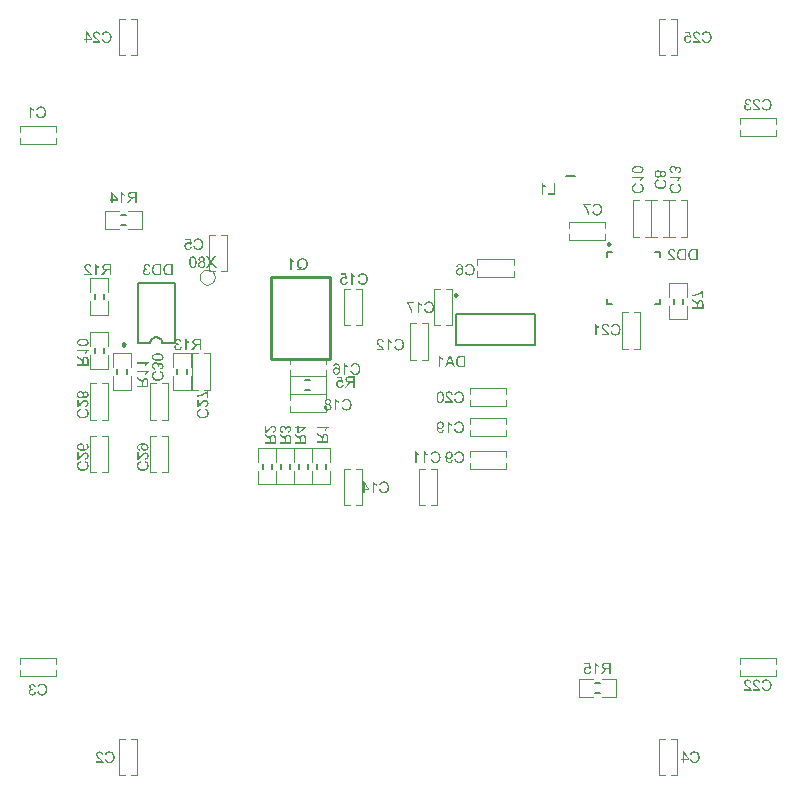
<source format=gbo>
G04*
G04 #@! TF.GenerationSoftware,Altium Limited,Altium Designer,20.0.11 (256)*
G04*
G04 Layer_Color=32896*
%FSLAX25Y25*%
%MOIN*%
G70*
G01*
G75*
%ADD10C,0.00984*%
%ADD12C,0.00787*%
%ADD13C,0.00394*%
%ADD14C,0.01000*%
G36*
X-92000Y68305D02*
X-91940Y68217D01*
X-91869Y68130D01*
X-91803Y68053D01*
X-91738Y67988D01*
X-91688Y67933D01*
X-91667Y67917D01*
X-91650Y67901D01*
X-91645Y67895D01*
X-91639Y67890D01*
X-91525Y67797D01*
X-91410Y67709D01*
X-91301Y67633D01*
X-91192Y67573D01*
X-91099Y67518D01*
X-91061Y67497D01*
X-91028Y67480D01*
X-91000Y67464D01*
X-90979Y67458D01*
X-90968Y67447D01*
X-90962D01*
Y67000D01*
X-91044Y67032D01*
X-91126Y67071D01*
X-91208Y67109D01*
X-91284Y67147D01*
X-91350Y67180D01*
X-91404Y67207D01*
X-91437Y67229D01*
X-91443Y67234D01*
X-91448D01*
X-91546Y67294D01*
X-91634Y67355D01*
X-91710Y67409D01*
X-91770Y67458D01*
X-91825Y67497D01*
X-91858Y67529D01*
X-91885Y67551D01*
X-91890Y67557D01*
Y64603D01*
X-92355D01*
Y68397D01*
X-92054D01*
X-92000Y68305D01*
D02*
G37*
G36*
X-86993Y64603D02*
X-87495D01*
Y66279D01*
X-88139D01*
X-88199Y66273D01*
X-88243D01*
X-88281Y66268D01*
X-88309Y66263D01*
X-88331D01*
X-88341Y66257D01*
X-88347D01*
X-88434Y66230D01*
X-88472Y66213D01*
X-88505Y66197D01*
X-88538Y66181D01*
X-88560Y66170D01*
X-88571Y66164D01*
X-88576Y66159D01*
X-88620Y66126D01*
X-88664Y66088D01*
X-88745Y66006D01*
X-88784Y65968D01*
X-88811Y65935D01*
X-88827Y65913D01*
X-88833Y65908D01*
X-88887Y65831D01*
X-88947Y65749D01*
X-89008Y65662D01*
X-89068Y65580D01*
X-89117Y65504D01*
X-89155Y65443D01*
X-89171Y65422D01*
X-89182Y65405D01*
X-89193Y65394D01*
Y65389D01*
X-89690Y64603D01*
X-90312D01*
X-89663Y65629D01*
X-89586Y65738D01*
X-89515Y65837D01*
X-89444Y65918D01*
X-89384Y65995D01*
X-89330Y66049D01*
X-89286Y66093D01*
X-89259Y66120D01*
X-89248Y66131D01*
X-89204Y66164D01*
X-89155Y66202D01*
X-89057Y66263D01*
X-89013Y66284D01*
X-88980Y66306D01*
X-88958Y66317D01*
X-88947Y66323D01*
X-89046Y66339D01*
X-89139Y66355D01*
X-89220Y66383D01*
X-89302Y66404D01*
X-89373Y66432D01*
X-89439Y66465D01*
X-89499Y66492D01*
X-89553Y66519D01*
X-89597Y66552D01*
X-89641Y66579D01*
X-89674Y66601D01*
X-89701Y66623D01*
X-89723Y66639D01*
X-89739Y66656D01*
X-89745Y66661D01*
X-89750Y66667D01*
X-89794Y66721D01*
X-89837Y66776D01*
X-89903Y66890D01*
X-89947Y67005D01*
X-89979Y67114D01*
X-90001Y67207D01*
X-90007Y67245D01*
Y67283D01*
X-90012Y67311D01*
Y67333D01*
Y67344D01*
Y67349D01*
X-90007Y67464D01*
X-89990Y67567D01*
X-89963Y67666D01*
X-89936Y67748D01*
X-89903Y67819D01*
X-89881Y67873D01*
X-89859Y67906D01*
X-89854Y67911D01*
Y67917D01*
X-89788Y68004D01*
X-89723Y68081D01*
X-89652Y68146D01*
X-89586Y68195D01*
X-89526Y68234D01*
X-89477Y68255D01*
X-89444Y68272D01*
X-89439Y68277D01*
X-89433D01*
X-89384Y68294D01*
X-89324Y68310D01*
X-89204Y68337D01*
X-89073Y68354D01*
X-88953Y68370D01*
X-88838Y68375D01*
X-88789D01*
X-88745Y68381D01*
X-86993D01*
Y64603D01*
D02*
G37*
G36*
X-93386Y65935D02*
Y65509D01*
X-95030D01*
Y64603D01*
X-95494D01*
Y65509D01*
X-96007D01*
Y65935D01*
X-95494D01*
Y68381D01*
X-95117D01*
X-93386Y65935D01*
D02*
G37*
G36*
X66022Y-88663D02*
X66082Y-88750D01*
X66153Y-88837D01*
X66219Y-88914D01*
X66284Y-88979D01*
X66334Y-89034D01*
X66355Y-89050D01*
X66372Y-89067D01*
X66377Y-89072D01*
X66383Y-89078D01*
X66497Y-89170D01*
X66612Y-89258D01*
X66721Y-89334D01*
X66830Y-89394D01*
X66923Y-89449D01*
X66961Y-89471D01*
X66994Y-89487D01*
X67021Y-89504D01*
X67043Y-89509D01*
X67054Y-89520D01*
X67060D01*
Y-89968D01*
X66978Y-89935D01*
X66896Y-89897D01*
X66814Y-89859D01*
X66738Y-89820D01*
X66672Y-89788D01*
X66617Y-89760D01*
X66585Y-89738D01*
X66579Y-89733D01*
X66574D01*
X66475Y-89673D01*
X66388Y-89613D01*
X66312Y-89558D01*
X66252Y-89509D01*
X66197Y-89471D01*
X66164Y-89438D01*
X66137Y-89416D01*
X66131Y-89411D01*
Y-92365D01*
X65667D01*
Y-88570D01*
X65968D01*
X66022Y-88663D01*
D02*
G37*
G36*
X64395Y-90579D02*
X63958Y-90639D01*
X63920Y-90579D01*
X63871Y-90530D01*
X63827Y-90481D01*
X63784Y-90443D01*
X63740Y-90415D01*
X63707Y-90388D01*
X63685Y-90377D01*
X63680Y-90372D01*
X63609Y-90339D01*
X63538Y-90312D01*
X63472Y-90295D01*
X63407Y-90279D01*
X63352Y-90273D01*
X63309Y-90268D01*
X63205D01*
X63139Y-90279D01*
X63025Y-90306D01*
X62926Y-90344D01*
X62839Y-90383D01*
X62774Y-90426D01*
X62724Y-90465D01*
X62697Y-90492D01*
X62686Y-90497D01*
Y-90503D01*
X62610Y-90596D01*
X62555Y-90694D01*
X62517Y-90798D01*
X62490Y-90901D01*
X62473Y-90989D01*
X62468Y-91027D01*
Y-91060D01*
X62462Y-91087D01*
Y-91109D01*
Y-91120D01*
Y-91125D01*
Y-91202D01*
X62473Y-91273D01*
X62501Y-91409D01*
X62539Y-91524D01*
X62577Y-91617D01*
X62621Y-91693D01*
X62659Y-91753D01*
X62675Y-91769D01*
X62686Y-91786D01*
X62692Y-91791D01*
X62697Y-91797D01*
X62741Y-91840D01*
X62784Y-91879D01*
X62883Y-91944D01*
X62976Y-91988D01*
X63068Y-92015D01*
X63145Y-92037D01*
X63210Y-92042D01*
X63232Y-92048D01*
X63265D01*
X63369Y-92042D01*
X63462Y-92021D01*
X63543Y-91993D01*
X63609Y-91961D01*
X63669Y-91928D01*
X63713Y-91900D01*
X63735Y-91879D01*
X63745Y-91873D01*
X63811Y-91797D01*
X63866Y-91715D01*
X63909Y-91622D01*
X63942Y-91540D01*
X63964Y-91458D01*
X63980Y-91398D01*
X63986Y-91371D01*
X63991Y-91355D01*
Y-91344D01*
Y-91338D01*
X64477Y-91376D01*
X64466Y-91464D01*
X64450Y-91546D01*
X64401Y-91698D01*
X64341Y-91830D01*
X64308Y-91890D01*
X64275Y-91939D01*
X64248Y-91988D01*
X64215Y-92032D01*
X64188Y-92064D01*
X64160Y-92092D01*
X64139Y-92113D01*
X64128Y-92135D01*
X64117Y-92141D01*
X64111Y-92146D01*
X64046Y-92195D01*
X63980Y-92239D01*
X63909Y-92277D01*
X63838Y-92310D01*
X63702Y-92359D01*
X63565Y-92392D01*
X63505Y-92408D01*
X63445Y-92414D01*
X63396Y-92419D01*
X63352Y-92425D01*
X63314Y-92430D01*
X63265D01*
X63150Y-92425D01*
X63041Y-92408D01*
X62937Y-92386D01*
X62845Y-92359D01*
X62757Y-92321D01*
X62675Y-92283D01*
X62599Y-92244D01*
X62533Y-92201D01*
X62473Y-92157D01*
X62419Y-92119D01*
X62375Y-92075D01*
X62337Y-92042D01*
X62309Y-92015D01*
X62288Y-91993D01*
X62277Y-91977D01*
X62271Y-91971D01*
X62217Y-91900D01*
X62173Y-91824D01*
X62129Y-91753D01*
X62097Y-91677D01*
X62042Y-91529D01*
X62009Y-91387D01*
X61998Y-91327D01*
X61987Y-91267D01*
X61982Y-91218D01*
X61976Y-91174D01*
X61971Y-91136D01*
Y-91109D01*
Y-91092D01*
Y-91087D01*
X61976Y-90989D01*
X61987Y-90896D01*
X62004Y-90803D01*
X62025Y-90721D01*
X62053Y-90645D01*
X62080Y-90568D01*
X62113Y-90503D01*
X62140Y-90443D01*
X62173Y-90388D01*
X62206Y-90339D01*
X62233Y-90301D01*
X62260Y-90263D01*
X62282Y-90235D01*
X62299Y-90219D01*
X62309Y-90208D01*
X62315Y-90202D01*
X62380Y-90142D01*
X62446Y-90088D01*
X62517Y-90044D01*
X62588Y-90006D01*
X62659Y-89968D01*
X62730Y-89940D01*
X62861Y-89902D01*
X62921Y-89886D01*
X62976Y-89875D01*
X63025Y-89869D01*
X63068Y-89864D01*
X63101Y-89859D01*
X63221D01*
X63287Y-89869D01*
X63418Y-89897D01*
X63538Y-89935D01*
X63647Y-89979D01*
X63735Y-90022D01*
X63773Y-90044D01*
X63806Y-90061D01*
X63833Y-90077D01*
X63849Y-90088D01*
X63860Y-90093D01*
X63866Y-90099D01*
X63664Y-89078D01*
X62151D01*
Y-88635D01*
X64029D01*
X64395Y-90579D01*
D02*
G37*
G36*
X71029Y-92365D02*
X70527D01*
Y-90688D01*
X69883D01*
X69822Y-90694D01*
X69779D01*
X69740Y-90699D01*
X69713Y-90705D01*
X69691D01*
X69680Y-90710D01*
X69675D01*
X69588Y-90737D01*
X69549Y-90754D01*
X69517Y-90770D01*
X69484Y-90787D01*
X69462Y-90798D01*
X69451Y-90803D01*
X69446Y-90808D01*
X69402Y-90841D01*
X69358Y-90879D01*
X69276Y-90961D01*
X69238Y-91000D01*
X69211Y-91032D01*
X69195Y-91054D01*
X69189Y-91060D01*
X69134Y-91136D01*
X69074Y-91218D01*
X69014Y-91305D01*
X68954Y-91387D01*
X68905Y-91464D01*
X68867Y-91524D01*
X68850Y-91546D01*
X68840Y-91562D01*
X68829Y-91573D01*
Y-91578D01*
X68332Y-92365D01*
X67709D01*
X68359Y-91338D01*
X68436Y-91229D01*
X68507Y-91131D01*
X68577Y-91049D01*
X68638Y-90972D01*
X68692Y-90918D01*
X68736Y-90874D01*
X68763Y-90847D01*
X68774Y-90836D01*
X68818Y-90803D01*
X68867Y-90765D01*
X68965Y-90705D01*
X69009Y-90683D01*
X69042Y-90661D01*
X69064Y-90650D01*
X69074Y-90645D01*
X68976Y-90628D01*
X68883Y-90612D01*
X68801Y-90585D01*
X68720Y-90563D01*
X68648Y-90535D01*
X68583Y-90503D01*
X68523Y-90475D01*
X68468Y-90448D01*
X68425Y-90415D01*
X68381Y-90388D01*
X68348Y-90366D01*
X68321Y-90344D01*
X68299Y-90328D01*
X68283Y-90312D01*
X68277Y-90306D01*
X68272Y-90301D01*
X68228Y-90246D01*
X68184Y-90192D01*
X68119Y-90077D01*
X68075Y-89962D01*
X68042Y-89853D01*
X68021Y-89760D01*
X68015Y-89722D01*
Y-89684D01*
X68010Y-89656D01*
Y-89635D01*
Y-89624D01*
Y-89618D01*
X68015Y-89504D01*
X68032Y-89400D01*
X68059Y-89302D01*
X68086Y-89220D01*
X68119Y-89149D01*
X68141Y-89094D01*
X68163Y-89061D01*
X68168Y-89056D01*
Y-89050D01*
X68234Y-88963D01*
X68299Y-88887D01*
X68370Y-88821D01*
X68436Y-88772D01*
X68496Y-88734D01*
X68545Y-88712D01*
X68577Y-88696D01*
X68583Y-88690D01*
X68589D01*
X68638Y-88674D01*
X68698Y-88657D01*
X68818Y-88630D01*
X68949Y-88614D01*
X69069Y-88597D01*
X69184Y-88592D01*
X69233D01*
X69276Y-88586D01*
X71029D01*
Y-92365D01*
D02*
G37*
G36*
X-63160Y-354D02*
X-63608D01*
Y1497D01*
X-63766Y1366D01*
X-63935Y1240D01*
X-64099Y1131D01*
X-64257Y1027D01*
X-64328Y984D01*
X-64394Y945D01*
X-64454Y907D01*
X-64503Y880D01*
X-64547Y858D01*
X-64574Y841D01*
X-64596Y831D01*
X-64601Y825D01*
X-64820Y716D01*
X-65038Y618D01*
X-65246Y536D01*
X-65338Y503D01*
X-65431Y470D01*
X-65513Y438D01*
X-65590Y416D01*
X-65655Y394D01*
X-65710Y377D01*
X-65759Y361D01*
X-65792Y350D01*
X-65813Y345D01*
X-65819D01*
X-66043Y290D01*
X-66152Y268D01*
X-66250Y252D01*
X-66343Y236D01*
X-66436Y219D01*
X-66512Y208D01*
X-66589Y197D01*
X-66654Y192D01*
X-66714Y186D01*
X-66769Y181D01*
X-66813D01*
X-66846Y175D01*
X-66867D01*
X-66884D01*
X-66889D01*
Y650D01*
X-66682Y667D01*
X-66491Y694D01*
X-66316Y721D01*
X-66234Y738D01*
X-66158Y754D01*
X-66092Y765D01*
X-66032Y781D01*
X-65977Y792D01*
X-65934Y803D01*
X-65901Y814D01*
X-65874Y820D01*
X-65857Y825D01*
X-65852D01*
X-65601Y907D01*
X-65366Y994D01*
X-65251Y1038D01*
X-65142Y1082D01*
X-65044Y1131D01*
X-64945Y1175D01*
X-64858Y1213D01*
X-64782Y1251D01*
X-64716Y1284D01*
X-64656Y1311D01*
X-64607Y1338D01*
X-64574Y1355D01*
X-64552Y1366D01*
X-64547Y1371D01*
X-64432Y1437D01*
X-64318Y1502D01*
X-64214Y1568D01*
X-64116Y1633D01*
X-64028Y1693D01*
X-63941Y1753D01*
X-63864Y1813D01*
X-63799Y1863D01*
X-63733Y1912D01*
X-63679Y1955D01*
X-63635Y1999D01*
X-63597Y2032D01*
X-63564Y2054D01*
X-63542Y2076D01*
X-63531Y2086D01*
X-63526Y2092D01*
X-63160D01*
Y-354D01*
D02*
G37*
G36*
X-66441Y-2746D02*
X-66349Y-2680D01*
X-66310Y-2647D01*
X-66272Y-2620D01*
X-66239Y-2593D01*
X-66218Y-2571D01*
X-66201Y-2555D01*
X-66196Y-2549D01*
X-66168Y-2522D01*
X-66141Y-2489D01*
X-66070Y-2413D01*
X-65988Y-2325D01*
X-65906Y-2232D01*
X-65835Y-2145D01*
X-65803Y-2107D01*
X-65770Y-2074D01*
X-65748Y-2047D01*
X-65732Y-2025D01*
X-65721Y-2014D01*
X-65715Y-2009D01*
X-65639Y-1921D01*
X-65568Y-1834D01*
X-65497Y-1757D01*
X-65437Y-1687D01*
X-65377Y-1621D01*
X-65322Y-1566D01*
X-65273Y-1512D01*
X-65229Y-1468D01*
X-65186Y-1424D01*
X-65153Y-1392D01*
X-65126Y-1364D01*
X-65098Y-1337D01*
X-65065Y-1310D01*
X-65055Y-1299D01*
X-64962Y-1222D01*
X-64880Y-1157D01*
X-64798Y-1102D01*
X-64732Y-1059D01*
X-64672Y-1026D01*
X-64629Y-1004D01*
X-64601Y-993D01*
X-64591Y-988D01*
X-64509Y-955D01*
X-64427Y-933D01*
X-64350Y-911D01*
X-64285Y-900D01*
X-64225Y-895D01*
X-64181Y-889D01*
X-64154D01*
X-64143D01*
X-64061Y-895D01*
X-63984Y-906D01*
X-63908Y-917D01*
X-63842Y-938D01*
X-63711Y-993D01*
X-63608Y-1048D01*
X-63559Y-1080D01*
X-63520Y-1108D01*
X-63482Y-1135D01*
X-63455Y-1162D01*
X-63433Y-1184D01*
X-63411Y-1195D01*
X-63406Y-1206D01*
X-63400Y-1211D01*
X-63346Y-1271D01*
X-63297Y-1337D01*
X-63258Y-1408D01*
X-63226Y-1479D01*
X-63171Y-1621D01*
X-63133Y-1763D01*
X-63122Y-1823D01*
X-63111Y-1883D01*
X-63105Y-1938D01*
X-63100Y-1981D01*
X-63095Y-2019D01*
Y-2074D01*
X-63100Y-2172D01*
X-63105Y-2265D01*
X-63122Y-2353D01*
X-63138Y-2434D01*
X-63160Y-2511D01*
X-63182Y-2582D01*
X-63209Y-2647D01*
X-63236Y-2708D01*
X-63264Y-2762D01*
X-63291Y-2806D01*
X-63313Y-2844D01*
X-63335Y-2877D01*
X-63351Y-2904D01*
X-63367Y-2920D01*
X-63373Y-2931D01*
X-63378Y-2937D01*
X-63433Y-2991D01*
X-63493Y-3040D01*
X-63559Y-3090D01*
X-63624Y-3128D01*
X-63755Y-3193D01*
X-63886Y-3237D01*
X-63946Y-3254D01*
X-64006Y-3270D01*
X-64055Y-3281D01*
X-64099Y-3292D01*
X-64137Y-3297D01*
X-64165D01*
X-64181Y-3303D01*
X-64187D01*
X-64236Y-2828D01*
X-64110Y-2817D01*
X-64001Y-2795D01*
X-63902Y-2762D01*
X-63826Y-2724D01*
X-63761Y-2691D01*
X-63717Y-2658D01*
X-63690Y-2637D01*
X-63679Y-2626D01*
X-63613Y-2544D01*
X-63564Y-2456D01*
X-63526Y-2363D01*
X-63504Y-2282D01*
X-63488Y-2205D01*
X-63482Y-2140D01*
X-63477Y-2118D01*
Y-2085D01*
X-63482Y-1970D01*
X-63504Y-1867D01*
X-63537Y-1779D01*
X-63569Y-1703D01*
X-63608Y-1643D01*
X-63635Y-1605D01*
X-63657Y-1577D01*
X-63668Y-1566D01*
X-63744Y-1501D01*
X-63821Y-1452D01*
X-63897Y-1414D01*
X-63973Y-1392D01*
X-64034Y-1375D01*
X-64088Y-1370D01*
X-64121Y-1364D01*
X-64126D01*
X-64132D01*
X-64230Y-1375D01*
X-64334Y-1397D01*
X-64427Y-1435D01*
X-64514Y-1474D01*
X-64585Y-1517D01*
X-64645Y-1555D01*
X-64667Y-1566D01*
X-64683Y-1577D01*
X-64689Y-1588D01*
X-64694D01*
X-64754Y-1632D01*
X-64814Y-1687D01*
X-64880Y-1746D01*
X-64945Y-1812D01*
X-65076Y-1949D01*
X-65207Y-2085D01*
X-65267Y-2156D01*
X-65322Y-2216D01*
X-65371Y-2276D01*
X-65415Y-2325D01*
X-65448Y-2363D01*
X-65475Y-2396D01*
X-65491Y-2418D01*
X-65497Y-2424D01*
X-65611Y-2560D01*
X-65721Y-2686D01*
X-65819Y-2789D01*
X-65901Y-2871D01*
X-65972Y-2942D01*
X-66021Y-2991D01*
X-66054Y-3019D01*
X-66059Y-3030D01*
X-66065D01*
X-66158Y-3106D01*
X-66245Y-3166D01*
X-66332Y-3221D01*
X-66409Y-3264D01*
X-66474Y-3297D01*
X-66523Y-3319D01*
X-66556Y-3330D01*
X-66562Y-3335D01*
X-66567D01*
X-66627Y-3357D01*
X-66682Y-3368D01*
X-66736Y-3379D01*
X-66785Y-3384D01*
X-66829Y-3390D01*
X-66862D01*
X-66884D01*
X-66889D01*
Y-884D01*
X-66441D01*
Y-2746D01*
D02*
G37*
G36*
X-65568Y-4253D02*
X-65655Y-4275D01*
X-65737Y-4302D01*
X-65813Y-4329D01*
X-65885Y-4356D01*
X-65950Y-4389D01*
X-66005Y-4422D01*
X-66059Y-4460D01*
X-66108Y-4493D01*
X-66152Y-4520D01*
X-66185Y-4553D01*
X-66218Y-4580D01*
X-66245Y-4602D01*
X-66261Y-4624D01*
X-66278Y-4640D01*
X-66283Y-4646D01*
X-66289Y-4651D01*
X-66332Y-4706D01*
X-66365Y-4766D01*
X-66425Y-4886D01*
X-66469Y-5001D01*
X-66496Y-5115D01*
X-66518Y-5214D01*
X-66523Y-5252D01*
Y-5290D01*
X-66529Y-5323D01*
Y-5361D01*
X-66523Y-5487D01*
X-66501Y-5607D01*
X-66474Y-5716D01*
X-66441Y-5814D01*
X-66409Y-5891D01*
X-66392Y-5923D01*
X-66381Y-5951D01*
X-66370Y-5973D01*
X-66360Y-5989D01*
X-66354Y-6000D01*
Y-6005D01*
X-66278Y-6109D01*
X-66196Y-6196D01*
X-66103Y-6273D01*
X-66016Y-6333D01*
X-65939Y-6382D01*
X-65874Y-6415D01*
X-65846Y-6426D01*
X-65830Y-6437D01*
X-65819Y-6442D01*
X-65813D01*
X-65672Y-6486D01*
X-65530Y-6519D01*
X-65388Y-6546D01*
X-65257Y-6562D01*
X-65197Y-6568D01*
X-65142Y-6573D01*
X-65093D01*
X-65055Y-6579D01*
X-65022D01*
X-64995D01*
X-64978D01*
X-64973D01*
X-64831Y-6573D01*
X-64700Y-6562D01*
X-64580Y-6540D01*
X-64470Y-6519D01*
X-64378Y-6502D01*
X-64339Y-6491D01*
X-64307Y-6480D01*
X-64279Y-6475D01*
X-64263Y-6469D01*
X-64252Y-6464D01*
X-64246D01*
X-64121Y-6409D01*
X-64006Y-6349D01*
X-63914Y-6284D01*
X-63832Y-6213D01*
X-63766Y-6153D01*
X-63722Y-6104D01*
X-63695Y-6065D01*
X-63684Y-6060D01*
Y-6055D01*
X-63613Y-5940D01*
X-63559Y-5814D01*
X-63520Y-5694D01*
X-63499Y-5579D01*
X-63482Y-5476D01*
X-63477Y-5432D01*
Y-5394D01*
X-63471Y-5367D01*
Y-5323D01*
X-63477Y-5186D01*
X-63499Y-5061D01*
X-63531Y-4957D01*
X-63564Y-4864D01*
X-63602Y-4793D01*
X-63630Y-4739D01*
X-63651Y-4706D01*
X-63662Y-4695D01*
X-63744Y-4608D01*
X-63837Y-4526D01*
X-63935Y-4460D01*
X-64034Y-4405D01*
X-64121Y-4362D01*
X-64165Y-4346D01*
X-64197Y-4335D01*
X-64225Y-4324D01*
X-64246Y-4313D01*
X-64257Y-4307D01*
X-64263D01*
X-64148Y-3816D01*
X-64050Y-3849D01*
X-63963Y-3881D01*
X-63881Y-3925D01*
X-63799Y-3963D01*
X-63728Y-4007D01*
X-63662Y-4056D01*
X-63597Y-4100D01*
X-63542Y-4143D01*
X-63499Y-4187D01*
X-63455Y-4225D01*
X-63417Y-4264D01*
X-63389Y-4291D01*
X-63362Y-4318D01*
X-63346Y-4340D01*
X-63340Y-4351D01*
X-63335Y-4356D01*
X-63286Y-4433D01*
X-63236Y-4509D01*
X-63198Y-4586D01*
X-63165Y-4668D01*
X-63116Y-4831D01*
X-63083Y-4979D01*
X-63067Y-5050D01*
X-63062Y-5110D01*
X-63056Y-5170D01*
X-63051Y-5219D01*
X-63045Y-5257D01*
Y-5312D01*
X-63056Y-5492D01*
X-63083Y-5667D01*
X-63116Y-5820D01*
X-63138Y-5891D01*
X-63160Y-5956D01*
X-63182Y-6016D01*
X-63204Y-6071D01*
X-63220Y-6115D01*
X-63236Y-6158D01*
X-63253Y-6185D01*
X-63264Y-6207D01*
X-63269Y-6224D01*
X-63275Y-6229D01*
X-63367Y-6377D01*
X-63477Y-6502D01*
X-63586Y-6611D01*
X-63695Y-6704D01*
X-63793Y-6775D01*
X-63837Y-6803D01*
X-63875Y-6824D01*
X-63902Y-6846D01*
X-63924Y-6857D01*
X-63941Y-6863D01*
X-63946Y-6868D01*
X-64116Y-6944D01*
X-64290Y-6999D01*
X-64465Y-7037D01*
X-64623Y-7065D01*
X-64694Y-7075D01*
X-64765Y-7081D01*
X-64820Y-7086D01*
X-64874D01*
X-64913Y-7092D01*
X-64945D01*
X-64967D01*
X-64973D01*
X-65169Y-7081D01*
X-65360Y-7059D01*
X-65530Y-7032D01*
X-65611Y-7010D01*
X-65683Y-6994D01*
X-65748Y-6977D01*
X-65808Y-6955D01*
X-65863Y-6939D01*
X-65906Y-6928D01*
X-65939Y-6912D01*
X-65966Y-6906D01*
X-65983Y-6895D01*
X-65988D01*
X-66152Y-6813D01*
X-66299Y-6721D01*
X-66425Y-6622D01*
X-66474Y-6573D01*
X-66523Y-6530D01*
X-66567Y-6486D01*
X-66605Y-6442D01*
X-66638Y-6404D01*
X-66660Y-6371D01*
X-66682Y-6349D01*
X-66698Y-6328D01*
X-66703Y-6317D01*
X-66709Y-6311D01*
X-66753Y-6235D01*
X-66791Y-6158D01*
X-66851Y-5994D01*
X-66895Y-5831D01*
X-66922Y-5672D01*
X-66933Y-5596D01*
X-66944Y-5530D01*
X-66949Y-5470D01*
Y-5421D01*
X-66955Y-5377D01*
Y-5317D01*
X-66949Y-5208D01*
X-66938Y-5104D01*
X-66927Y-5006D01*
X-66905Y-4913D01*
X-66878Y-4826D01*
X-66851Y-4744D01*
X-66824Y-4668D01*
X-66791Y-4597D01*
X-66764Y-4537D01*
X-66736Y-4476D01*
X-66709Y-4433D01*
X-66682Y-4389D01*
X-66660Y-4362D01*
X-66649Y-4335D01*
X-66638Y-4324D01*
X-66632Y-4318D01*
X-66567Y-4242D01*
X-66501Y-4176D01*
X-66425Y-4116D01*
X-66349Y-4056D01*
X-66196Y-3958D01*
X-66043Y-3881D01*
X-65972Y-3849D01*
X-65906Y-3821D01*
X-65846Y-3799D01*
X-65797Y-3783D01*
X-65754Y-3767D01*
X-65721Y-3756D01*
X-65699Y-3750D01*
X-65693D01*
X-65568Y-4253D01*
D02*
G37*
G36*
X-73063Y19419D02*
X-72916Y19392D01*
X-72790Y19348D01*
X-72681Y19305D01*
X-72632Y19277D01*
X-72593Y19255D01*
X-72555Y19233D01*
X-72528Y19212D01*
X-72506Y19195D01*
X-72490Y19184D01*
X-72479Y19179D01*
X-72473Y19173D01*
X-72370Y19070D01*
X-72288Y18955D01*
X-72222Y18835D01*
X-72168Y18715D01*
X-72135Y18611D01*
X-72119Y18567D01*
X-72108Y18529D01*
X-72102Y18496D01*
X-72097Y18475D01*
X-72091Y18458D01*
Y18453D01*
X-72555Y18371D01*
X-72577Y18491D01*
X-72610Y18595D01*
X-72648Y18682D01*
X-72686Y18753D01*
X-72724Y18808D01*
X-72757Y18846D01*
X-72779Y18873D01*
X-72785Y18879D01*
X-72856Y18933D01*
X-72932Y18977D01*
X-73003Y19004D01*
X-73074Y19026D01*
X-73140Y19037D01*
X-73189Y19048D01*
X-73232D01*
X-73331Y19042D01*
X-73418Y19021D01*
X-73494Y18993D01*
X-73560Y18966D01*
X-73609Y18933D01*
X-73647Y18906D01*
X-73675Y18884D01*
X-73680Y18879D01*
X-73740Y18813D01*
X-73784Y18742D01*
X-73811Y18671D01*
X-73833Y18606D01*
X-73844Y18546D01*
X-73855Y18502D01*
Y18469D01*
Y18464D01*
Y18458D01*
Y18398D01*
X-73844Y18344D01*
X-73817Y18251D01*
X-73778Y18169D01*
X-73735Y18098D01*
X-73691Y18049D01*
X-73653Y18011D01*
X-73625Y17989D01*
X-73620Y17983D01*
X-73615D01*
X-73522Y17934D01*
X-73434Y17896D01*
X-73342Y17868D01*
X-73260Y17852D01*
X-73189Y17841D01*
X-73129Y17830D01*
X-73058D01*
X-73036Y17836D01*
X-73009D01*
X-72954Y17426D01*
X-73025Y17443D01*
X-73090Y17454D01*
X-73145Y17465D01*
X-73194Y17470D01*
X-73232Y17475D01*
X-73282D01*
X-73396Y17465D01*
X-73500Y17443D01*
X-73593Y17410D01*
X-73669Y17372D01*
X-73729Y17334D01*
X-73773Y17301D01*
X-73800Y17279D01*
X-73811Y17268D01*
X-73882Y17186D01*
X-73937Y17099D01*
X-73975Y17011D01*
X-73997Y16924D01*
X-74013Y16853D01*
X-74019Y16793D01*
X-74024Y16771D01*
Y16755D01*
Y16744D01*
Y16738D01*
X-74013Y16618D01*
X-73986Y16509D01*
X-73953Y16416D01*
X-73909Y16334D01*
X-73866Y16269D01*
X-73833Y16220D01*
X-73806Y16187D01*
X-73795Y16176D01*
X-73707Y16100D01*
X-73615Y16045D01*
X-73522Y16007D01*
X-73434Y15979D01*
X-73358Y15963D01*
X-73298Y15958D01*
X-73276Y15952D01*
X-73243D01*
X-73145Y15958D01*
X-73052Y15979D01*
X-72970Y16007D01*
X-72905Y16039D01*
X-72850Y16067D01*
X-72806Y16094D01*
X-72785Y16116D01*
X-72774Y16121D01*
X-72708Y16198D01*
X-72654Y16285D01*
X-72604Y16378D01*
X-72566Y16476D01*
X-72539Y16558D01*
X-72528Y16596D01*
X-72522Y16629D01*
X-72517Y16656D01*
X-72512Y16678D01*
X-72506Y16689D01*
Y16695D01*
X-72042Y16635D01*
X-72053Y16547D01*
X-72069Y16465D01*
X-72119Y16312D01*
X-72179Y16181D01*
X-72211Y16127D01*
X-72244Y16072D01*
X-72277Y16023D01*
X-72310Y15985D01*
X-72337Y15947D01*
X-72364Y15919D01*
X-72381Y15898D01*
X-72397Y15881D01*
X-72408Y15870D01*
X-72413Y15865D01*
X-72479Y15816D01*
X-72544Y15766D01*
X-72610Y15728D01*
X-72681Y15696D01*
X-72817Y15641D01*
X-72948Y15608D01*
X-73009Y15597D01*
X-73063Y15586D01*
X-73112Y15581D01*
X-73156Y15575D01*
X-73189Y15570D01*
X-73238D01*
X-73342Y15575D01*
X-73434Y15586D01*
X-73527Y15603D01*
X-73615Y15624D01*
X-73696Y15652D01*
X-73767Y15679D01*
X-73838Y15712D01*
X-73898Y15745D01*
X-73958Y15772D01*
X-74008Y15805D01*
X-74051Y15832D01*
X-74084Y15859D01*
X-74111Y15881D01*
X-74133Y15898D01*
X-74144Y15908D01*
X-74150Y15914D01*
X-74215Y15979D01*
X-74270Y16050D01*
X-74319Y16121D01*
X-74362Y16192D01*
X-74395Y16258D01*
X-74428Y16329D01*
X-74472Y16460D01*
X-74483Y16520D01*
X-74494Y16575D01*
X-74505Y16624D01*
X-74510Y16667D01*
X-74515Y16700D01*
Y16727D01*
Y16744D01*
Y16749D01*
X-74510Y16880D01*
X-74488Y17000D01*
X-74455Y17104D01*
X-74423Y17191D01*
X-74390Y17263D01*
X-74357Y17317D01*
X-74335Y17350D01*
X-74330Y17361D01*
X-74253Y17443D01*
X-74171Y17514D01*
X-74084Y17568D01*
X-73997Y17612D01*
X-73920Y17645D01*
X-73860Y17666D01*
X-73838Y17672D01*
X-73822Y17677D01*
X-73811Y17683D01*
X-73806D01*
X-73898Y17732D01*
X-73975Y17781D01*
X-74040Y17836D01*
X-74095Y17885D01*
X-74139Y17929D01*
X-74171Y17967D01*
X-74188Y17989D01*
X-74193Y18000D01*
X-74237Y18076D01*
X-74270Y18153D01*
X-74297Y18229D01*
X-74313Y18300D01*
X-74324Y18360D01*
X-74330Y18404D01*
Y18436D01*
Y18447D01*
X-74324Y18540D01*
X-74308Y18633D01*
X-74286Y18715D01*
X-74259Y18786D01*
X-74231Y18846D01*
X-74210Y18895D01*
X-74193Y18922D01*
X-74188Y18933D01*
X-74133Y19015D01*
X-74068Y19086D01*
X-74002Y19146D01*
X-73937Y19201D01*
X-73882Y19239D01*
X-73833Y19272D01*
X-73800Y19288D01*
X-73795Y19294D01*
X-73789D01*
X-73691Y19337D01*
X-73593Y19370D01*
X-73494Y19397D01*
X-73407Y19414D01*
X-73336Y19425D01*
X-73276Y19430D01*
X-73140D01*
X-73063Y19419D01*
D02*
G37*
G36*
X-70491Y19337D02*
X-70431Y19250D01*
X-70360Y19163D01*
X-70295Y19086D01*
X-70229Y19021D01*
X-70180Y18966D01*
X-70158Y18950D01*
X-70142Y18933D01*
X-70136Y18928D01*
X-70131Y18922D01*
X-70016Y18830D01*
X-69902Y18742D01*
X-69792Y18666D01*
X-69683Y18606D01*
X-69591Y18551D01*
X-69552Y18529D01*
X-69520Y18513D01*
X-69492Y18496D01*
X-69470Y18491D01*
X-69459Y18480D01*
X-69454D01*
Y18032D01*
X-69536Y18065D01*
X-69618Y18103D01*
X-69700Y18142D01*
X-69776Y18180D01*
X-69842Y18213D01*
X-69896Y18240D01*
X-69929Y18262D01*
X-69934Y18267D01*
X-69940D01*
X-70038Y18327D01*
X-70126Y18387D01*
X-70202Y18442D01*
X-70262Y18491D01*
X-70317Y18529D01*
X-70349Y18562D01*
X-70377Y18584D01*
X-70382Y18589D01*
Y15635D01*
X-70846D01*
Y19430D01*
X-70546D01*
X-70491Y19337D01*
D02*
G37*
G36*
X-65485Y15635D02*
X-65987D01*
Y17312D01*
X-66631D01*
X-66691Y17306D01*
X-66735D01*
X-66773Y17301D01*
X-66800Y17295D01*
X-66822D01*
X-66833Y17290D01*
X-66839D01*
X-66926Y17263D01*
X-66964Y17246D01*
X-66997Y17230D01*
X-67030Y17213D01*
X-67052Y17202D01*
X-67062Y17197D01*
X-67068Y17191D01*
X-67112Y17159D01*
X-67155Y17120D01*
X-67237Y17039D01*
X-67276Y17000D01*
X-67303Y16968D01*
X-67319Y16946D01*
X-67325Y16940D01*
X-67379Y16864D01*
X-67439Y16782D01*
X-67499Y16695D01*
X-67559Y16613D01*
X-67608Y16536D01*
X-67647Y16476D01*
X-67663Y16454D01*
X-67674Y16438D01*
X-67685Y16427D01*
Y16422D01*
X-68182Y15635D01*
X-68804D01*
X-68155Y16662D01*
X-68078Y16771D01*
X-68007Y16869D01*
X-67936Y16951D01*
X-67876Y17028D01*
X-67822Y17082D01*
X-67778Y17126D01*
X-67751Y17153D01*
X-67740Y17164D01*
X-67696Y17197D01*
X-67647Y17235D01*
X-67549Y17295D01*
X-67505Y17317D01*
X-67472Y17339D01*
X-67450Y17350D01*
X-67439Y17355D01*
X-67537Y17372D01*
X-67630Y17388D01*
X-67712Y17415D01*
X-67794Y17437D01*
X-67865Y17465D01*
X-67931Y17497D01*
X-67991Y17525D01*
X-68045Y17552D01*
X-68089Y17585D01*
X-68133Y17612D01*
X-68165Y17634D01*
X-68193Y17656D01*
X-68215Y17672D01*
X-68231Y17688D01*
X-68236Y17694D01*
X-68242Y17699D01*
X-68286Y17754D01*
X-68329Y17808D01*
X-68395Y17923D01*
X-68438Y18038D01*
X-68471Y18147D01*
X-68493Y18240D01*
X-68498Y18278D01*
Y18316D01*
X-68504Y18344D01*
Y18365D01*
Y18376D01*
Y18382D01*
X-68498Y18496D01*
X-68482Y18600D01*
X-68455Y18699D01*
X-68427Y18780D01*
X-68395Y18851D01*
X-68373Y18906D01*
X-68351Y18939D01*
X-68346Y18944D01*
Y18950D01*
X-68280Y19037D01*
X-68215Y19113D01*
X-68144Y19179D01*
X-68078Y19228D01*
X-68018Y19266D01*
X-67969Y19288D01*
X-67936Y19305D01*
X-67931Y19310D01*
X-67925D01*
X-67876Y19326D01*
X-67816Y19343D01*
X-67696Y19370D01*
X-67565Y19386D01*
X-67445Y19403D01*
X-67330Y19408D01*
X-67281D01*
X-67237Y19414D01*
X-65485D01*
Y15635D01*
D02*
G37*
G36*
X-83103Y11349D02*
X-83196Y11295D01*
X-83283Y11235D01*
X-83370Y11164D01*
X-83447Y11098D01*
X-83512Y11033D01*
X-83567Y10983D01*
X-83583Y10962D01*
X-83600Y10945D01*
X-83605Y10940D01*
X-83610Y10934D01*
X-83703Y10820D01*
X-83791Y10705D01*
X-83867Y10596D01*
X-83927Y10487D01*
X-83982Y10394D01*
X-84004Y10356D01*
X-84020Y10323D01*
X-84036Y10295D01*
X-84042Y10274D01*
X-84053Y10263D01*
Y10257D01*
X-84500D01*
X-84468Y10339D01*
X-84429Y10421D01*
X-84391Y10503D01*
X-84353Y10579D01*
X-84320Y10645D01*
X-84293Y10700D01*
X-84271Y10732D01*
X-84266Y10738D01*
Y10743D01*
X-84206Y10842D01*
X-84145Y10929D01*
X-84091Y11005D01*
X-84042Y11065D01*
X-84004Y11120D01*
X-83971Y11153D01*
X-83949Y11180D01*
X-83943Y11186D01*
X-86897D01*
Y11650D01*
X-83103D01*
Y11349D01*
D02*
G37*
G36*
Y8412D02*
X-83196Y8357D01*
X-83283Y8297D01*
X-83370Y8226D01*
X-83447Y8161D01*
X-83512Y8095D01*
X-83567Y8046D01*
X-83583Y8024D01*
X-83600Y8008D01*
X-83605Y8002D01*
X-83610Y7997D01*
X-83703Y7882D01*
X-83791Y7767D01*
X-83867Y7658D01*
X-83927Y7549D01*
X-83982Y7456D01*
X-84004Y7418D01*
X-84020Y7385D01*
X-84036Y7358D01*
X-84042Y7336D01*
X-84053Y7325D01*
Y7320D01*
X-84500D01*
X-84468Y7402D01*
X-84429Y7484D01*
X-84391Y7565D01*
X-84353Y7642D01*
X-84320Y7707D01*
X-84293Y7762D01*
X-84271Y7795D01*
X-84266Y7800D01*
Y7806D01*
X-84206Y7904D01*
X-84145Y7991D01*
X-84091Y8068D01*
X-84042Y8128D01*
X-84004Y8183D01*
X-83971Y8215D01*
X-83949Y8242D01*
X-83943Y8248D01*
X-86897D01*
Y8712D01*
X-83103D01*
Y8412D01*
D02*
G37*
G36*
X-85871Y6020D02*
X-85762Y5944D01*
X-85663Y5873D01*
X-85581Y5802D01*
X-85505Y5742D01*
X-85450Y5687D01*
X-85407Y5644D01*
X-85379Y5616D01*
X-85369Y5605D01*
X-85336Y5562D01*
X-85298Y5513D01*
X-85237Y5414D01*
X-85216Y5371D01*
X-85194Y5338D01*
X-85183Y5316D01*
X-85177Y5305D01*
X-85161Y5403D01*
X-85145Y5496D01*
X-85117Y5578D01*
X-85096Y5660D01*
X-85068Y5731D01*
X-85036Y5796D01*
X-85008Y5856D01*
X-84981Y5911D01*
X-84948Y5955D01*
X-84921Y5999D01*
X-84899Y6031D01*
X-84877Y6059D01*
X-84861Y6080D01*
X-84844Y6097D01*
X-84839Y6102D01*
X-84834Y6108D01*
X-84779Y6151D01*
X-84724Y6195D01*
X-84610Y6261D01*
X-84495Y6304D01*
X-84386Y6337D01*
X-84293Y6359D01*
X-84255Y6364D01*
X-84216D01*
X-84189Y6370D01*
X-84167D01*
X-84156D01*
X-84151D01*
X-84036Y6364D01*
X-83933Y6348D01*
X-83834Y6321D01*
X-83752Y6293D01*
X-83681Y6261D01*
X-83627Y6239D01*
X-83594Y6217D01*
X-83589Y6211D01*
X-83583D01*
X-83496Y6146D01*
X-83419Y6080D01*
X-83354Y6009D01*
X-83305Y5944D01*
X-83266Y5884D01*
X-83245Y5835D01*
X-83228Y5802D01*
X-83223Y5796D01*
Y5791D01*
X-83206Y5742D01*
X-83190Y5682D01*
X-83163Y5562D01*
X-83146Y5431D01*
X-83130Y5311D01*
X-83125Y5196D01*
Y5147D01*
X-83119Y5103D01*
Y3350D01*
X-86897D01*
Y3853D01*
X-85221D01*
Y4497D01*
X-85227Y4557D01*
Y4601D01*
X-85232Y4639D01*
X-85237Y4666D01*
Y4688D01*
X-85243Y4699D01*
Y4704D01*
X-85270Y4792D01*
X-85287Y4830D01*
X-85303Y4863D01*
X-85319Y4896D01*
X-85330Y4917D01*
X-85336Y4928D01*
X-85341Y4934D01*
X-85374Y4978D01*
X-85412Y5021D01*
X-85494Y5103D01*
X-85532Y5141D01*
X-85565Y5169D01*
X-85587Y5185D01*
X-85592Y5190D01*
X-85669Y5245D01*
X-85751Y5305D01*
X-85838Y5365D01*
X-85920Y5425D01*
X-85996Y5474D01*
X-86057Y5513D01*
X-86078Y5529D01*
X-86095Y5540D01*
X-86106Y5551D01*
X-86111D01*
X-86897Y6048D01*
Y6670D01*
X-85871Y6020D01*
D02*
G37*
G36*
X-103208Y44392D02*
X-103115Y44386D01*
X-103028Y44370D01*
X-102946Y44354D01*
X-102869Y44332D01*
X-102798Y44310D01*
X-102733Y44283D01*
X-102673Y44255D01*
X-102618Y44228D01*
X-102574Y44201D01*
X-102536Y44179D01*
X-102503Y44157D01*
X-102476Y44141D01*
X-102460Y44124D01*
X-102449Y44119D01*
X-102443Y44113D01*
X-102389Y44059D01*
X-102340Y43999D01*
X-102290Y43933D01*
X-102252Y43868D01*
X-102187Y43737D01*
X-102143Y43606D01*
X-102127Y43546D01*
X-102110Y43486D01*
X-102099Y43436D01*
X-102088Y43393D01*
X-102083Y43354D01*
Y43327D01*
X-102077Y43311D01*
Y43305D01*
X-102552Y43256D01*
X-102564Y43382D01*
X-102585Y43491D01*
X-102618Y43589D01*
X-102656Y43666D01*
X-102689Y43731D01*
X-102722Y43775D01*
X-102744Y43802D01*
X-102755Y43813D01*
X-102837Y43879D01*
X-102924Y43928D01*
X-103017Y43966D01*
X-103099Y43988D01*
X-103175Y44004D01*
X-103241Y44010D01*
X-103262Y44015D01*
X-103295D01*
X-103410Y44010D01*
X-103514Y43988D01*
X-103601Y43955D01*
X-103677Y43922D01*
X-103737Y43884D01*
X-103776Y43857D01*
X-103803Y43835D01*
X-103814Y43824D01*
X-103879Y43748D01*
X-103928Y43671D01*
X-103967Y43595D01*
X-103989Y43518D01*
X-104005Y43458D01*
X-104010Y43404D01*
X-104016Y43371D01*
Y43365D01*
Y43360D01*
X-104005Y43262D01*
X-103983Y43158D01*
X-103945Y43065D01*
X-103907Y42978D01*
X-103863Y42907D01*
X-103825Y42847D01*
X-103814Y42825D01*
X-103803Y42808D01*
X-103792Y42803D01*
Y42798D01*
X-103748Y42737D01*
X-103694Y42677D01*
X-103634Y42612D01*
X-103568Y42546D01*
X-103432Y42415D01*
X-103295Y42284D01*
X-103224Y42224D01*
X-103164Y42170D01*
X-103104Y42121D01*
X-103055Y42077D01*
X-103017Y42044D01*
X-102984Y42017D01*
X-102962Y42000D01*
X-102957Y41995D01*
X-102820Y41880D01*
X-102694Y41771D01*
X-102591Y41673D01*
X-102509Y41591D01*
X-102438Y41520D01*
X-102389Y41471D01*
X-102362Y41438D01*
X-102350Y41433D01*
Y41427D01*
X-102274Y41334D01*
X-102214Y41247D01*
X-102159Y41160D01*
X-102116Y41083D01*
X-102083Y41018D01*
X-102061Y40968D01*
X-102050Y40936D01*
X-102045Y40930D01*
Y40925D01*
X-102023Y40865D01*
X-102012Y40810D01*
X-102001Y40756D01*
X-101996Y40706D01*
X-101990Y40663D01*
Y40630D01*
Y40608D01*
Y40603D01*
X-104496D01*
Y41050D01*
X-102634D01*
X-102700Y41143D01*
X-102733Y41181D01*
X-102760Y41220D01*
X-102787Y41252D01*
X-102809Y41274D01*
X-102825Y41291D01*
X-102831Y41296D01*
X-102858Y41323D01*
X-102891Y41351D01*
X-102968Y41422D01*
X-103055Y41504D01*
X-103148Y41585D01*
X-103235Y41656D01*
X-103273Y41689D01*
X-103306Y41722D01*
X-103333Y41744D01*
X-103355Y41760D01*
X-103366Y41771D01*
X-103372Y41776D01*
X-103459Y41853D01*
X-103546Y41924D01*
X-103623Y41995D01*
X-103694Y42055D01*
X-103759Y42115D01*
X-103814Y42170D01*
X-103868Y42219D01*
X-103912Y42263D01*
X-103956Y42306D01*
X-103989Y42339D01*
X-104016Y42366D01*
X-104043Y42393D01*
X-104070Y42426D01*
X-104081Y42437D01*
X-104158Y42530D01*
X-104223Y42612D01*
X-104278Y42694D01*
X-104322Y42759D01*
X-104354Y42819D01*
X-104376Y42863D01*
X-104387Y42890D01*
X-104393Y42901D01*
X-104425Y42983D01*
X-104447Y43065D01*
X-104469Y43142D01*
X-104480Y43207D01*
X-104485Y43267D01*
X-104491Y43311D01*
Y43338D01*
Y43349D01*
X-104485Y43431D01*
X-104474Y43507D01*
X-104464Y43584D01*
X-104442Y43649D01*
X-104387Y43780D01*
X-104332Y43884D01*
X-104300Y43933D01*
X-104272Y43971D01*
X-104245Y44010D01*
X-104218Y44037D01*
X-104196Y44059D01*
X-104185Y44081D01*
X-104174Y44086D01*
X-104169Y44092D01*
X-104109Y44146D01*
X-104043Y44195D01*
X-103972Y44234D01*
X-103901Y44266D01*
X-103759Y44321D01*
X-103617Y44359D01*
X-103557Y44370D01*
X-103497Y44381D01*
X-103443Y44386D01*
X-103399Y44392D01*
X-103361Y44397D01*
X-103306D01*
X-103208Y44392D01*
D02*
G37*
G36*
X-100511Y44304D02*
X-100451Y44217D01*
X-100380Y44130D01*
X-100314Y44053D01*
X-100248Y43988D01*
X-100199Y43933D01*
X-100177Y43917D01*
X-100161Y43900D01*
X-100156Y43895D01*
X-100150Y43890D01*
X-100036Y43797D01*
X-99921Y43709D01*
X-99812Y43633D01*
X-99702Y43573D01*
X-99610Y43518D01*
X-99571Y43496D01*
X-99539Y43480D01*
X-99511Y43464D01*
X-99489Y43458D01*
X-99479Y43447D01*
X-99473D01*
Y43000D01*
X-99555Y43032D01*
X-99637Y43071D01*
X-99719Y43109D01*
X-99795Y43147D01*
X-99861Y43180D01*
X-99915Y43207D01*
X-99948Y43229D01*
X-99954Y43234D01*
X-99959D01*
X-100057Y43294D01*
X-100145Y43354D01*
X-100221Y43409D01*
X-100281Y43458D01*
X-100336Y43496D01*
X-100369Y43529D01*
X-100396Y43551D01*
X-100401Y43556D01*
Y40603D01*
X-100865D01*
Y44397D01*
X-100565D01*
X-100511Y44304D01*
D02*
G37*
G36*
X-95504Y40603D02*
X-96006D01*
Y42279D01*
X-96650D01*
X-96710Y42273D01*
X-96754D01*
X-96792Y42268D01*
X-96820Y42263D01*
X-96841D01*
X-96852Y42257D01*
X-96858D01*
X-96945Y42230D01*
X-96983Y42213D01*
X-97016Y42197D01*
X-97049Y42181D01*
X-97071Y42170D01*
X-97082Y42164D01*
X-97087Y42159D01*
X-97131Y42126D01*
X-97175Y42088D01*
X-97256Y42006D01*
X-97295Y41968D01*
X-97322Y41935D01*
X-97338Y41913D01*
X-97344Y41908D01*
X-97398Y41831D01*
X-97458Y41749D01*
X-97518Y41662D01*
X-97579Y41580D01*
X-97628Y41504D01*
X-97666Y41443D01*
X-97682Y41422D01*
X-97693Y41405D01*
X-97704Y41394D01*
Y41389D01*
X-98201Y40603D01*
X-98823D01*
X-98174Y41629D01*
X-98097Y41738D01*
X-98026Y41837D01*
X-97955Y41919D01*
X-97895Y41995D01*
X-97841Y42050D01*
X-97797Y42093D01*
X-97770Y42121D01*
X-97759Y42132D01*
X-97715Y42164D01*
X-97666Y42202D01*
X-97568Y42263D01*
X-97524Y42284D01*
X-97491Y42306D01*
X-97469Y42317D01*
X-97458Y42323D01*
X-97557Y42339D01*
X-97650Y42355D01*
X-97731Y42383D01*
X-97813Y42404D01*
X-97884Y42432D01*
X-97950Y42465D01*
X-98010Y42492D01*
X-98064Y42519D01*
X-98108Y42552D01*
X-98152Y42579D01*
X-98185Y42601D01*
X-98212Y42623D01*
X-98234Y42639D01*
X-98250Y42656D01*
X-98255Y42661D01*
X-98261Y42667D01*
X-98305Y42721D01*
X-98348Y42776D01*
X-98414Y42890D01*
X-98458Y43005D01*
X-98490Y43114D01*
X-98512Y43207D01*
X-98518Y43245D01*
Y43284D01*
X-98523Y43311D01*
Y43333D01*
Y43344D01*
Y43349D01*
X-98518Y43464D01*
X-98501Y43567D01*
X-98474Y43666D01*
X-98447Y43748D01*
X-98414Y43819D01*
X-98392Y43873D01*
X-98370Y43906D01*
X-98365Y43911D01*
Y43917D01*
X-98299Y44004D01*
X-98234Y44081D01*
X-98163Y44146D01*
X-98097Y44195D01*
X-98037Y44234D01*
X-97988Y44255D01*
X-97955Y44272D01*
X-97950Y44277D01*
X-97944D01*
X-97895Y44294D01*
X-97835Y44310D01*
X-97715Y44337D01*
X-97584Y44354D01*
X-97464Y44370D01*
X-97349Y44376D01*
X-97300D01*
X-97256Y44381D01*
X-95504D01*
Y40603D01*
D02*
G37*
G36*
X-104801Y19504D02*
X-104713D01*
X-104626Y19499D01*
X-104550Y19488D01*
X-104473Y19483D01*
X-104408Y19477D01*
X-104348Y19466D01*
X-104293Y19461D01*
X-104244Y19450D01*
X-104206Y19444D01*
X-104173Y19439D01*
X-104146Y19433D01*
X-104129Y19428D01*
X-104118Y19423D01*
X-104113D01*
X-103993Y19390D01*
X-103883Y19352D01*
X-103791Y19308D01*
X-103709Y19275D01*
X-103638Y19237D01*
X-103589Y19215D01*
X-103561Y19193D01*
X-103550Y19188D01*
X-103469Y19128D01*
X-103398Y19068D01*
X-103337Y19002D01*
X-103283Y18942D01*
X-103245Y18888D01*
X-103217Y18844D01*
X-103201Y18816D01*
X-103196Y18811D01*
Y18806D01*
X-103152Y18718D01*
X-103124Y18625D01*
X-103103Y18538D01*
X-103086Y18456D01*
X-103075Y18385D01*
X-103070Y18325D01*
Y18276D01*
X-103081Y18129D01*
X-103103Y17992D01*
X-103141Y17877D01*
X-103179Y17779D01*
X-103223Y17697D01*
X-103239Y17664D01*
X-103261Y17637D01*
X-103272Y17615D01*
X-103283Y17599D01*
X-103294Y17594D01*
Y17588D01*
X-103381Y17490D01*
X-103485Y17408D01*
X-103589Y17337D01*
X-103687Y17282D01*
X-103780Y17239D01*
X-103818Y17217D01*
X-103856Y17206D01*
X-103883Y17195D01*
X-103905Y17184D01*
X-103916Y17178D01*
X-103922D01*
X-104004Y17157D01*
X-104085Y17135D01*
X-104266Y17102D01*
X-104446Y17075D01*
X-104615Y17058D01*
X-104697Y17053D01*
X-104768Y17048D01*
X-104833D01*
X-104894Y17042D01*
X-104937D01*
X-104975D01*
X-104997D01*
X-105003D01*
X-105194Y17048D01*
X-105374Y17058D01*
X-105538Y17075D01*
X-105691Y17102D01*
X-105833Y17129D01*
X-105958Y17162D01*
X-106073Y17195D01*
X-106171Y17228D01*
X-106258Y17260D01*
X-106335Y17299D01*
X-106401Y17326D01*
X-106450Y17353D01*
X-106493Y17380D01*
X-106521Y17397D01*
X-106537Y17408D01*
X-106542Y17413D01*
X-106608Y17473D01*
X-106668Y17539D01*
X-106723Y17610D01*
X-106766Y17681D01*
X-106805Y17752D01*
X-106837Y17823D01*
X-106859Y17894D01*
X-106881Y17959D01*
X-106897Y18025D01*
X-106908Y18085D01*
X-106919Y18139D01*
X-106925Y18183D01*
X-106930Y18221D01*
Y18276D01*
X-106919Y18423D01*
X-106897Y18560D01*
X-106859Y18675D01*
X-106821Y18773D01*
X-106783Y18855D01*
X-106761Y18882D01*
X-106745Y18909D01*
X-106734Y18931D01*
X-106723Y18948D01*
X-106712Y18953D01*
Y18959D01*
X-106619Y19057D01*
X-106521Y19139D01*
X-106411Y19210D01*
X-106313Y19264D01*
X-106220Y19308D01*
X-106182Y19330D01*
X-106144Y19341D01*
X-106117Y19352D01*
X-106095Y19363D01*
X-106084Y19368D01*
X-106078D01*
X-105996Y19395D01*
X-105914Y19417D01*
X-105740Y19450D01*
X-105560Y19477D01*
X-105385Y19494D01*
X-105308Y19499D01*
X-105237Y19504D01*
X-105172D01*
X-105112Y19510D01*
X-105068D01*
X-105030D01*
X-105008D01*
X-105003D01*
X-104899D01*
X-104801Y19504D01*
D02*
G37*
G36*
X-103070Y15551D02*
X-103163Y15497D01*
X-103250Y15437D01*
X-103337Y15366D01*
X-103414Y15300D01*
X-103479Y15235D01*
X-103534Y15186D01*
X-103550Y15164D01*
X-103567Y15147D01*
X-103572Y15142D01*
X-103578Y15136D01*
X-103671Y15022D01*
X-103758Y14907D01*
X-103834Y14798D01*
X-103894Y14689D01*
X-103949Y14596D01*
X-103971Y14558D01*
X-103987Y14525D01*
X-104004Y14498D01*
X-104009Y14476D01*
X-104020Y14465D01*
Y14459D01*
X-104468D01*
X-104435Y14541D01*
X-104397Y14623D01*
X-104358Y14705D01*
X-104320Y14782D01*
X-104288Y14847D01*
X-104260Y14902D01*
X-104238Y14934D01*
X-104233Y14940D01*
Y14945D01*
X-104173Y15044D01*
X-104113Y15131D01*
X-104058Y15207D01*
X-104009Y15268D01*
X-103971Y15322D01*
X-103938Y15355D01*
X-103916Y15382D01*
X-103911Y15388D01*
X-106865D01*
Y15852D01*
X-103070D01*
Y15551D01*
D02*
G37*
G36*
X-105838Y13160D02*
X-105729Y13083D01*
X-105631Y13013D01*
X-105549Y12942D01*
X-105472Y12881D01*
X-105418Y12827D01*
X-105374Y12783D01*
X-105347Y12756D01*
X-105336Y12745D01*
X-105303Y12701D01*
X-105265Y12652D01*
X-105205Y12554D01*
X-105183Y12510D01*
X-105161Y12477D01*
X-105150Y12456D01*
X-105145Y12445D01*
X-105128Y12543D01*
X-105112Y12636D01*
X-105085Y12718D01*
X-105063Y12800D01*
X-105035Y12871D01*
X-105003Y12936D01*
X-104975Y12996D01*
X-104948Y13051D01*
X-104915Y13094D01*
X-104888Y13138D01*
X-104866Y13171D01*
X-104844Y13198D01*
X-104828Y13220D01*
X-104812Y13236D01*
X-104806Y13242D01*
X-104801Y13247D01*
X-104746Y13291D01*
X-104692Y13335D01*
X-104577Y13400D01*
X-104462Y13444D01*
X-104353Y13477D01*
X-104260Y13498D01*
X-104222Y13504D01*
X-104184D01*
X-104156Y13509D01*
X-104135D01*
X-104124D01*
X-104118D01*
X-104004Y13504D01*
X-103900Y13488D01*
X-103802Y13460D01*
X-103720Y13433D01*
X-103649Y13400D01*
X-103594Y13378D01*
X-103561Y13356D01*
X-103556Y13351D01*
X-103550D01*
X-103463Y13286D01*
X-103387Y13220D01*
X-103321Y13149D01*
X-103272Y13083D01*
X-103234Y13024D01*
X-103212Y12974D01*
X-103196Y12942D01*
X-103190Y12936D01*
Y12931D01*
X-103174Y12881D01*
X-103157Y12821D01*
X-103130Y12701D01*
X-103114Y12570D01*
X-103097Y12450D01*
X-103092Y12336D01*
Y12286D01*
X-103086Y12243D01*
Y10490D01*
X-106865D01*
Y10992D01*
X-105188D01*
Y11637D01*
X-105194Y11697D01*
Y11740D01*
X-105199Y11779D01*
X-105205Y11806D01*
Y11828D01*
X-105210Y11839D01*
Y11844D01*
X-105237Y11931D01*
X-105254Y11970D01*
X-105270Y12003D01*
X-105287Y12035D01*
X-105298Y12057D01*
X-105303Y12068D01*
X-105308Y12073D01*
X-105341Y12117D01*
X-105379Y12161D01*
X-105461Y12243D01*
X-105500Y12281D01*
X-105532Y12308D01*
X-105554Y12325D01*
X-105560Y12330D01*
X-105636Y12385D01*
X-105718Y12445D01*
X-105805Y12505D01*
X-105887Y12565D01*
X-105964Y12614D01*
X-106024Y12652D01*
X-106046Y12669D01*
X-106062Y12679D01*
X-106073Y12690D01*
X-106078D01*
X-106865Y13187D01*
Y13810D01*
X-105838Y13160D01*
D02*
G37*
G36*
X-61896Y45090D02*
X-60438Y43135D01*
X-61039D01*
X-61994Y44446D01*
X-62016Y44479D01*
X-62043Y44517D01*
X-62103Y44604D01*
X-62131Y44648D01*
X-62153Y44681D01*
X-62169Y44702D01*
X-62174Y44708D01*
X-62229Y44626D01*
X-62278Y44550D01*
X-62300Y44522D01*
X-62311Y44500D01*
X-62322Y44484D01*
X-62327Y44479D01*
X-63283Y43135D01*
X-63900D01*
X-62486Y45117D01*
X-63796Y46914D01*
X-63250D01*
X-62497Y45909D01*
X-62431Y45827D01*
X-62376Y45751D01*
X-62322Y45674D01*
X-62278Y45614D01*
X-62240Y45560D01*
X-62213Y45516D01*
X-62196Y45494D01*
X-62191Y45483D01*
X-62153Y45549D01*
X-62109Y45620D01*
X-62060Y45696D01*
X-62011Y45773D01*
X-61962Y45838D01*
X-61929Y45893D01*
X-61912Y45915D01*
X-61901Y45931D01*
X-61891Y45936D01*
Y45942D01*
X-61203Y46914D01*
X-60607D01*
X-61896Y45090D01*
D02*
G37*
G36*
X-65298Y46925D02*
X-65210Y46919D01*
X-65057Y46886D01*
X-64986Y46865D01*
X-64921Y46843D01*
X-64861Y46815D01*
X-64806Y46788D01*
X-64763Y46761D01*
X-64719Y46734D01*
X-64681Y46712D01*
X-64653Y46690D01*
X-64631Y46674D01*
X-64615Y46657D01*
X-64604Y46652D01*
X-64599Y46646D01*
X-64549Y46592D01*
X-64500Y46537D01*
X-64462Y46477D01*
X-64429Y46417D01*
X-64375Y46302D01*
X-64342Y46193D01*
X-64320Y46100D01*
X-64315Y46057D01*
X-64309Y46024D01*
X-64304Y45991D01*
Y45969D01*
Y45958D01*
Y45953D01*
X-64309Y45854D01*
X-64326Y45762D01*
X-64347Y45680D01*
X-64375Y45609D01*
X-64397Y45554D01*
X-64419Y45511D01*
X-64435Y45489D01*
X-64440Y45478D01*
X-64500Y45412D01*
X-64566Y45352D01*
X-64637Y45298D01*
X-64708Y45254D01*
X-64773Y45221D01*
X-64823Y45199D01*
X-64844Y45188D01*
X-64861Y45183D01*
X-64866Y45177D01*
X-64872D01*
X-64746Y45139D01*
X-64642Y45090D01*
X-64549Y45030D01*
X-64473Y44975D01*
X-64413Y44921D01*
X-64369Y44877D01*
X-64347Y44850D01*
X-64337Y44844D01*
Y44839D01*
X-64276Y44741D01*
X-64227Y44637D01*
X-64195Y44539D01*
X-64173Y44440D01*
X-64162Y44353D01*
X-64156Y44315D01*
Y44282D01*
X-64151Y44260D01*
Y44238D01*
Y44227D01*
Y44222D01*
X-64156Y44135D01*
X-64167Y44047D01*
X-64184Y43965D01*
X-64206Y43883D01*
X-64260Y43747D01*
X-64288Y43681D01*
X-64320Y43627D01*
X-64353Y43572D01*
X-64380Y43529D01*
X-64413Y43490D01*
X-64435Y43457D01*
X-64457Y43430D01*
X-64473Y43414D01*
X-64484Y43403D01*
X-64490Y43398D01*
X-64555Y43337D01*
X-64626Y43288D01*
X-64702Y43245D01*
X-64779Y43206D01*
X-64850Y43179D01*
X-64926Y43152D01*
X-65074Y43114D01*
X-65139Y43097D01*
X-65199Y43086D01*
X-65254Y43081D01*
X-65303Y43075D01*
X-65341Y43070D01*
X-65396D01*
X-65500Y43075D01*
X-65592Y43086D01*
X-65685Y43103D01*
X-65773Y43119D01*
X-65849Y43146D01*
X-65926Y43174D01*
X-65996Y43201D01*
X-66057Y43234D01*
X-66111Y43266D01*
X-66160Y43294D01*
X-66198Y43321D01*
X-66237Y43348D01*
X-66264Y43365D01*
X-66280Y43381D01*
X-66291Y43392D01*
X-66297Y43398D01*
X-66357Y43463D01*
X-66411Y43529D01*
X-66455Y43594D01*
X-66493Y43665D01*
X-66531Y43731D01*
X-66559Y43802D01*
X-66597Y43927D01*
X-66613Y43987D01*
X-66624Y44042D01*
X-66630Y44091D01*
X-66635Y44129D01*
X-66641Y44162D01*
Y44189D01*
Y44206D01*
Y44211D01*
X-66635Y44337D01*
X-66613Y44451D01*
X-66581Y44555D01*
X-66548Y44642D01*
X-66515Y44713D01*
X-66482Y44768D01*
X-66461Y44801D01*
X-66455Y44806D01*
Y44812D01*
X-66379Y44899D01*
X-66297Y44975D01*
X-66209Y45035D01*
X-66128Y45090D01*
X-66051Y45128D01*
X-65986Y45156D01*
X-65964Y45167D01*
X-65947Y45172D01*
X-65936Y45177D01*
X-65931D01*
X-66029Y45221D01*
X-66111Y45270D01*
X-66182Y45319D01*
X-66242Y45368D01*
X-66286Y45412D01*
X-66319Y45445D01*
X-66340Y45467D01*
X-66346Y45478D01*
X-66395Y45554D01*
X-66428Y45631D01*
X-66455Y45707D01*
X-66471Y45783D01*
X-66482Y45844D01*
X-66488Y45893D01*
Y45926D01*
Y45931D01*
Y45936D01*
X-66482Y46013D01*
X-66477Y46084D01*
X-66439Y46220D01*
X-66390Y46340D01*
X-66335Y46444D01*
X-66280Y46526D01*
X-66253Y46559D01*
X-66231Y46592D01*
X-66209Y46613D01*
X-66193Y46630D01*
X-66188Y46635D01*
X-66182Y46641D01*
X-66122Y46690D01*
X-66062Y46739D01*
X-65996Y46777D01*
X-65931Y46810D01*
X-65800Y46859D01*
X-65669Y46892D01*
X-65614Y46908D01*
X-65560Y46914D01*
X-65510Y46919D01*
X-65467Y46925D01*
X-65434Y46930D01*
X-65385D01*
X-65298Y46925D01*
D02*
G37*
G36*
X-68180Y46919D02*
X-68044Y46897D01*
X-67929Y46859D01*
X-67831Y46821D01*
X-67749Y46777D01*
X-67716Y46761D01*
X-67689Y46739D01*
X-67667Y46728D01*
X-67651Y46717D01*
X-67645Y46706D01*
X-67640D01*
X-67542Y46619D01*
X-67460Y46515D01*
X-67389Y46411D01*
X-67334Y46313D01*
X-67291Y46220D01*
X-67269Y46182D01*
X-67258Y46144D01*
X-67247Y46117D01*
X-67236Y46095D01*
X-67230Y46084D01*
Y46078D01*
X-67209Y45996D01*
X-67187Y45915D01*
X-67154Y45734D01*
X-67127Y45554D01*
X-67110Y45385D01*
X-67105Y45303D01*
X-67099Y45232D01*
Y45167D01*
X-67094Y45107D01*
Y45063D01*
Y45025D01*
Y45003D01*
Y44997D01*
X-67099Y44806D01*
X-67110Y44626D01*
X-67127Y44462D01*
X-67154Y44309D01*
X-67181Y44167D01*
X-67214Y44042D01*
X-67247Y43927D01*
X-67279Y43829D01*
X-67312Y43742D01*
X-67351Y43665D01*
X-67378Y43600D01*
X-67405Y43550D01*
X-67432Y43507D01*
X-67449Y43479D01*
X-67460Y43463D01*
X-67465Y43457D01*
X-67525Y43392D01*
X-67591Y43332D01*
X-67662Y43277D01*
X-67733Y43234D01*
X-67804Y43196D01*
X-67875Y43163D01*
X-67946Y43141D01*
X-68011Y43119D01*
X-68077Y43103D01*
X-68137Y43092D01*
X-68191Y43081D01*
X-68235Y43075D01*
X-68273Y43070D01*
X-68328D01*
X-68475Y43081D01*
X-68612Y43103D01*
X-68726Y43141D01*
X-68825Y43179D01*
X-68907Y43217D01*
X-68934Y43239D01*
X-68961Y43255D01*
X-68983Y43266D01*
X-68999Y43277D01*
X-69005Y43288D01*
X-69010D01*
X-69109Y43381D01*
X-69191Y43479D01*
X-69261Y43589D01*
X-69316Y43687D01*
X-69360Y43780D01*
X-69382Y43818D01*
X-69393Y43856D01*
X-69403Y43883D01*
X-69414Y43905D01*
X-69420Y43916D01*
Y43922D01*
X-69447Y44004D01*
X-69469Y44085D01*
X-69502Y44260D01*
X-69529Y44440D01*
X-69546Y44615D01*
X-69551Y44692D01*
X-69556Y44763D01*
Y44828D01*
X-69562Y44888D01*
Y44932D01*
Y44970D01*
Y44992D01*
Y44997D01*
Y45101D01*
X-69556Y45199D01*
Y45287D01*
X-69551Y45374D01*
X-69540Y45450D01*
X-69534Y45527D01*
X-69529Y45592D01*
X-69518Y45652D01*
X-69513Y45707D01*
X-69502Y45756D01*
X-69496Y45794D01*
X-69491Y45827D01*
X-69485Y45854D01*
X-69480Y45871D01*
X-69475Y45882D01*
Y45887D01*
X-69442Y46007D01*
X-69403Y46117D01*
X-69360Y46209D01*
X-69327Y46291D01*
X-69289Y46362D01*
X-69267Y46411D01*
X-69245Y46439D01*
X-69240Y46450D01*
X-69180Y46532D01*
X-69120Y46602D01*
X-69054Y46663D01*
X-68994Y46717D01*
X-68939Y46755D01*
X-68896Y46783D01*
X-68868Y46799D01*
X-68863Y46804D01*
X-68858D01*
X-68770Y46848D01*
X-68677Y46876D01*
X-68590Y46897D01*
X-68508Y46914D01*
X-68437Y46925D01*
X-68377Y46930D01*
X-68328D01*
X-68180Y46919D01*
D02*
G37*
G36*
X-83503Y44419D02*
X-83355Y44392D01*
X-83230Y44348D01*
X-83120Y44304D01*
X-83071Y44277D01*
X-83033Y44255D01*
X-82995Y44234D01*
X-82968Y44212D01*
X-82946Y44195D01*
X-82929Y44184D01*
X-82918Y44179D01*
X-82913Y44173D01*
X-82809Y44070D01*
X-82727Y43955D01*
X-82662Y43835D01*
X-82607Y43715D01*
X-82574Y43611D01*
X-82558Y43567D01*
X-82547Y43529D01*
X-82542Y43496D01*
X-82536Y43475D01*
X-82531Y43458D01*
Y43453D01*
X-82995Y43371D01*
X-83017Y43491D01*
X-83049Y43595D01*
X-83088Y43682D01*
X-83126Y43753D01*
X-83164Y43808D01*
X-83197Y43846D01*
X-83219Y43873D01*
X-83224Y43879D01*
X-83295Y43933D01*
X-83372Y43977D01*
X-83442Y44004D01*
X-83513Y44026D01*
X-83579Y44037D01*
X-83628Y44048D01*
X-83672D01*
X-83770Y44043D01*
X-83858Y44021D01*
X-83934Y43993D01*
X-84000Y43966D01*
X-84049Y43933D01*
X-84087Y43906D01*
X-84114Y43884D01*
X-84120Y43879D01*
X-84180Y43813D01*
X-84223Y43742D01*
X-84251Y43671D01*
X-84272Y43606D01*
X-84283Y43546D01*
X-84294Y43502D01*
Y43469D01*
Y43464D01*
Y43458D01*
Y43398D01*
X-84283Y43344D01*
X-84256Y43251D01*
X-84218Y43169D01*
X-84174Y43098D01*
X-84131Y43049D01*
X-84092Y43011D01*
X-84065Y42989D01*
X-84060Y42983D01*
X-84054D01*
X-83961Y42934D01*
X-83874Y42896D01*
X-83781Y42869D01*
X-83699Y42852D01*
X-83628Y42841D01*
X-83568Y42830D01*
X-83497D01*
X-83475Y42836D01*
X-83448D01*
X-83393Y42426D01*
X-83464Y42443D01*
X-83530Y42454D01*
X-83584Y42465D01*
X-83634Y42470D01*
X-83672Y42475D01*
X-83721D01*
X-83836Y42465D01*
X-83939Y42443D01*
X-84032Y42410D01*
X-84109Y42372D01*
X-84169Y42333D01*
X-84212Y42301D01*
X-84240Y42279D01*
X-84251Y42268D01*
X-84322Y42186D01*
X-84376Y42099D01*
X-84414Y42011D01*
X-84436Y41924D01*
X-84453Y41853D01*
X-84458Y41793D01*
X-84464Y41771D01*
Y41755D01*
Y41744D01*
Y41738D01*
X-84453Y41618D01*
X-84425Y41509D01*
X-84393Y41416D01*
X-84349Y41334D01*
X-84305Y41269D01*
X-84272Y41220D01*
X-84245Y41187D01*
X-84234Y41176D01*
X-84147Y41100D01*
X-84054Y41045D01*
X-83961Y41007D01*
X-83874Y40979D01*
X-83797Y40963D01*
X-83737Y40957D01*
X-83715Y40952D01*
X-83683D01*
X-83584Y40957D01*
X-83492Y40979D01*
X-83410Y41007D01*
X-83344Y41039D01*
X-83290Y41067D01*
X-83246Y41094D01*
X-83224Y41116D01*
X-83213Y41121D01*
X-83148Y41198D01*
X-83093Y41285D01*
X-83044Y41378D01*
X-83006Y41476D01*
X-82978Y41558D01*
X-82968Y41596D01*
X-82962Y41629D01*
X-82957Y41656D01*
X-82951Y41678D01*
X-82946Y41689D01*
Y41695D01*
X-82482Y41635D01*
X-82493Y41547D01*
X-82509Y41465D01*
X-82558Y41313D01*
X-82618Y41181D01*
X-82651Y41127D01*
X-82684Y41072D01*
X-82716Y41023D01*
X-82749Y40985D01*
X-82776Y40947D01*
X-82804Y40919D01*
X-82820Y40898D01*
X-82837Y40881D01*
X-82847Y40870D01*
X-82853Y40865D01*
X-82918Y40816D01*
X-82984Y40766D01*
X-83049Y40728D01*
X-83120Y40696D01*
X-83257Y40641D01*
X-83388Y40608D01*
X-83448Y40597D01*
X-83503Y40586D01*
X-83552Y40581D01*
X-83595Y40575D01*
X-83628Y40570D01*
X-83677D01*
X-83781Y40575D01*
X-83874Y40586D01*
X-83967Y40603D01*
X-84054Y40624D01*
X-84136Y40652D01*
X-84207Y40679D01*
X-84278Y40712D01*
X-84338Y40745D01*
X-84398Y40772D01*
X-84447Y40805D01*
X-84491Y40832D01*
X-84524Y40859D01*
X-84551Y40881D01*
X-84573Y40898D01*
X-84584Y40908D01*
X-84589Y40914D01*
X-84655Y40979D01*
X-84709Y41050D01*
X-84758Y41121D01*
X-84802Y41192D01*
X-84835Y41258D01*
X-84868Y41329D01*
X-84911Y41460D01*
X-84922Y41520D01*
X-84933Y41574D01*
X-84944Y41624D01*
X-84949Y41667D01*
X-84955Y41700D01*
Y41727D01*
Y41744D01*
Y41749D01*
X-84949Y41880D01*
X-84928Y42000D01*
X-84895Y42104D01*
X-84862Y42191D01*
X-84829Y42263D01*
X-84797Y42317D01*
X-84775Y42350D01*
X-84769Y42361D01*
X-84693Y42443D01*
X-84611Y42514D01*
X-84524Y42568D01*
X-84436Y42612D01*
X-84360Y42645D01*
X-84300Y42667D01*
X-84278Y42672D01*
X-84262Y42677D01*
X-84251Y42683D01*
X-84245D01*
X-84338Y42732D01*
X-84414Y42781D01*
X-84480Y42836D01*
X-84535Y42885D01*
X-84578Y42929D01*
X-84611Y42967D01*
X-84627Y42989D01*
X-84633Y43000D01*
X-84676Y43076D01*
X-84709Y43152D01*
X-84737Y43229D01*
X-84753Y43300D01*
X-84764Y43360D01*
X-84769Y43404D01*
Y43436D01*
Y43447D01*
X-84764Y43540D01*
X-84747Y43633D01*
X-84726Y43715D01*
X-84698Y43786D01*
X-84671Y43846D01*
X-84649Y43895D01*
X-84633Y43922D01*
X-84627Y43933D01*
X-84573Y44015D01*
X-84507Y44086D01*
X-84442Y44146D01*
X-84376Y44201D01*
X-84322Y44239D01*
X-84272Y44272D01*
X-84240Y44288D01*
X-84234Y44294D01*
X-84229D01*
X-84131Y44337D01*
X-84032Y44370D01*
X-83934Y44397D01*
X-83847Y44414D01*
X-83776Y44425D01*
X-83715Y44430D01*
X-83579D01*
X-83503Y44419D01*
D02*
G37*
G36*
X-75045Y40635D02*
X-76405D01*
X-76530Y40641D01*
X-76645Y40646D01*
X-76749Y40657D01*
X-76836Y40668D01*
X-76912Y40679D01*
X-76967Y40685D01*
X-76983Y40690D01*
X-77000Y40696D01*
X-77011D01*
X-77109Y40723D01*
X-77196Y40756D01*
X-77273Y40783D01*
X-77338Y40816D01*
X-77393Y40843D01*
X-77431Y40865D01*
X-77453Y40881D01*
X-77464Y40887D01*
X-77535Y40936D01*
X-77595Y40996D01*
X-77655Y41050D01*
X-77704Y41105D01*
X-77748Y41154D01*
X-77780Y41192D01*
X-77802Y41220D01*
X-77808Y41230D01*
X-77862Y41318D01*
X-77917Y41411D01*
X-77961Y41498D01*
X-77993Y41585D01*
X-78026Y41662D01*
X-78048Y41722D01*
X-78053Y41744D01*
X-78059Y41760D01*
X-78064Y41771D01*
Y41776D01*
X-78097Y41908D01*
X-78124Y42039D01*
X-78141Y42164D01*
X-78157Y42284D01*
X-78163Y42388D01*
Y42432D01*
X-78168Y42470D01*
Y42497D01*
Y42525D01*
Y42535D01*
Y42541D01*
X-78163Y42727D01*
X-78146Y42896D01*
X-78119Y43049D01*
X-78108Y43120D01*
X-78092Y43180D01*
X-78075Y43240D01*
X-78064Y43289D01*
X-78053Y43333D01*
X-78037Y43371D01*
X-78032Y43404D01*
X-78021Y43426D01*
X-78015Y43436D01*
Y43442D01*
X-77955Y43584D01*
X-77884Y43709D01*
X-77808Y43819D01*
X-77737Y43911D01*
X-77671Y43988D01*
X-77617Y44043D01*
X-77595Y44059D01*
X-77579Y44075D01*
X-77573Y44081D01*
X-77568Y44086D01*
X-77480Y44157D01*
X-77387Y44212D01*
X-77295Y44261D01*
X-77207Y44299D01*
X-77131Y44326D01*
X-77071Y44343D01*
X-77049Y44354D01*
X-77033D01*
X-77022Y44359D01*
X-77016D01*
X-76923Y44376D01*
X-76814Y44392D01*
X-76705Y44403D01*
X-76596Y44408D01*
X-76497Y44414D01*
X-75045D01*
Y40635D01*
D02*
G37*
G36*
X-78856D02*
X-80216D01*
X-80341Y40641D01*
X-80456Y40646D01*
X-80560Y40657D01*
X-80647Y40668D01*
X-80724Y40679D01*
X-80778Y40685D01*
X-80794Y40690D01*
X-80811Y40696D01*
X-80822D01*
X-80920Y40723D01*
X-81007Y40756D01*
X-81084Y40783D01*
X-81149Y40816D01*
X-81204Y40843D01*
X-81242Y40865D01*
X-81264Y40881D01*
X-81275Y40887D01*
X-81346Y40936D01*
X-81406Y40996D01*
X-81466Y41050D01*
X-81515Y41105D01*
X-81559Y41154D01*
X-81592Y41192D01*
X-81613Y41220D01*
X-81619Y41230D01*
X-81674Y41318D01*
X-81728Y41411D01*
X-81772Y41498D01*
X-81805Y41585D01*
X-81837Y41662D01*
X-81859Y41722D01*
X-81865Y41744D01*
X-81870Y41760D01*
X-81875Y41771D01*
Y41776D01*
X-81908Y41908D01*
X-81936Y42039D01*
X-81952Y42164D01*
X-81968Y42284D01*
X-81974Y42388D01*
Y42432D01*
X-81979Y42470D01*
Y42497D01*
Y42525D01*
Y42535D01*
Y42541D01*
X-81974Y42727D01*
X-81957Y42896D01*
X-81930Y43049D01*
X-81919Y43120D01*
X-81903Y43180D01*
X-81886Y43240D01*
X-81875Y43289D01*
X-81865Y43333D01*
X-81848Y43371D01*
X-81843Y43404D01*
X-81832Y43426D01*
X-81826Y43436D01*
Y43442D01*
X-81766Y43584D01*
X-81695Y43709D01*
X-81619Y43819D01*
X-81548Y43911D01*
X-81482Y43988D01*
X-81428Y44043D01*
X-81406Y44059D01*
X-81390Y44075D01*
X-81384Y44081D01*
X-81379Y44086D01*
X-81291Y44157D01*
X-81199Y44212D01*
X-81106Y44261D01*
X-81018Y44299D01*
X-80942Y44326D01*
X-80882Y44343D01*
X-80860Y44354D01*
X-80844D01*
X-80833Y44359D01*
X-80827D01*
X-80734Y44376D01*
X-80625Y44392D01*
X-80516Y44403D01*
X-80407Y44408D01*
X-80309Y44414D01*
X-78856D01*
Y40635D01*
D02*
G37*
G36*
X-79825Y14581D02*
X-79738D01*
X-79651Y14575D01*
X-79574Y14565D01*
X-79498Y14559D01*
X-79432Y14554D01*
X-79372Y14543D01*
X-79317Y14537D01*
X-79268Y14526D01*
X-79230Y14521D01*
X-79197Y14515D01*
X-79170Y14510D01*
X-79154Y14504D01*
X-79143Y14499D01*
X-79137D01*
X-79017Y14466D01*
X-78908Y14428D01*
X-78815Y14384D01*
X-78733Y14352D01*
X-78662Y14313D01*
X-78613Y14292D01*
X-78586Y14270D01*
X-78575Y14264D01*
X-78493Y14204D01*
X-78422Y14144D01*
X-78362Y14079D01*
X-78307Y14019D01*
X-78269Y13964D01*
X-78242Y13920D01*
X-78225Y13893D01*
X-78220Y13887D01*
Y13882D01*
X-78176Y13795D01*
X-78149Y13702D01*
X-78127Y13614D01*
X-78111Y13533D01*
X-78100Y13462D01*
X-78095Y13402D01*
Y13352D01*
X-78105Y13205D01*
X-78127Y13069D01*
X-78165Y12954D01*
X-78204Y12856D01*
X-78247Y12774D01*
X-78264Y12741D01*
X-78286Y12714D01*
X-78297Y12692D01*
X-78307Y12675D01*
X-78318Y12670D01*
Y12664D01*
X-78406Y12566D01*
X-78509Y12484D01*
X-78613Y12413D01*
X-78711Y12359D01*
X-78804Y12315D01*
X-78843Y12293D01*
X-78881Y12282D01*
X-78908Y12271D01*
X-78930Y12260D01*
X-78941Y12255D01*
X-78946D01*
X-79028Y12233D01*
X-79110Y12211D01*
X-79290Y12178D01*
X-79470Y12151D01*
X-79640Y12135D01*
X-79721Y12129D01*
X-79792Y12124D01*
X-79858D01*
X-79918Y12118D01*
X-79962D01*
X-80000D01*
X-80022D01*
X-80027D01*
X-80218Y12124D01*
X-80399Y12135D01*
X-80562Y12151D01*
X-80715Y12178D01*
X-80857Y12206D01*
X-80983Y12239D01*
X-81098Y12271D01*
X-81196Y12304D01*
X-81283Y12337D01*
X-81359Y12375D01*
X-81425Y12402D01*
X-81474Y12430D01*
X-81518Y12457D01*
X-81545Y12473D01*
X-81562Y12484D01*
X-81567Y12490D01*
X-81633Y12550D01*
X-81693Y12615D01*
X-81747Y12686D01*
X-81791Y12757D01*
X-81829Y12828D01*
X-81862Y12899D01*
X-81884Y12970D01*
X-81906Y13036D01*
X-81922Y13101D01*
X-81933Y13161D01*
X-81944Y13216D01*
X-81949Y13260D01*
X-81955Y13298D01*
Y13352D01*
X-81944Y13500D01*
X-81922Y13636D01*
X-81884Y13751D01*
X-81845Y13849D01*
X-81807Y13931D01*
X-81785Y13959D01*
X-81769Y13986D01*
X-81758Y14008D01*
X-81747Y14024D01*
X-81736Y14029D01*
Y14035D01*
X-81643Y14133D01*
X-81545Y14215D01*
X-81436Y14286D01*
X-81338Y14341D01*
X-81245Y14384D01*
X-81207Y14406D01*
X-81168Y14417D01*
X-81141Y14428D01*
X-81119Y14439D01*
X-81108Y14444D01*
X-81103D01*
X-81021Y14472D01*
X-80939Y14494D01*
X-80764Y14526D01*
X-80584Y14554D01*
X-80409Y14570D01*
X-80333Y14575D01*
X-80262Y14581D01*
X-80197D01*
X-80137Y14586D01*
X-80093D01*
X-80055D01*
X-80033D01*
X-80027D01*
X-79924D01*
X-79825Y14581D01*
D02*
G37*
G36*
X-80644Y11654D02*
X-80524Y11632D01*
X-80420Y11600D01*
X-80333Y11567D01*
X-80262Y11534D01*
X-80208Y11502D01*
X-80175Y11480D01*
X-80164Y11474D01*
X-80082Y11398D01*
X-80011Y11316D01*
X-79956Y11229D01*
X-79913Y11141D01*
X-79880Y11065D01*
X-79858Y11005D01*
X-79853Y10983D01*
X-79847Y10966D01*
X-79842Y10955D01*
Y10950D01*
X-79792Y11043D01*
X-79743Y11119D01*
X-79689Y11185D01*
X-79640Y11239D01*
X-79596Y11283D01*
X-79558Y11316D01*
X-79536Y11332D01*
X-79525Y11338D01*
X-79448Y11381D01*
X-79372Y11414D01*
X-79296Y11441D01*
X-79225Y11458D01*
X-79165Y11469D01*
X-79121Y11474D01*
X-79088D01*
X-79077D01*
X-78984Y11469D01*
X-78892Y11452D01*
X-78810Y11430D01*
X-78739Y11403D01*
X-78679Y11376D01*
X-78629Y11354D01*
X-78602Y11338D01*
X-78591Y11332D01*
X-78509Y11278D01*
X-78438Y11212D01*
X-78378Y11147D01*
X-78324Y11081D01*
X-78286Y11027D01*
X-78253Y10977D01*
X-78236Y10945D01*
X-78231Y10939D01*
Y10934D01*
X-78187Y10835D01*
X-78154Y10737D01*
X-78127Y10639D01*
X-78111Y10552D01*
X-78100Y10481D01*
X-78095Y10420D01*
Y10284D01*
X-78105Y10208D01*
X-78133Y10060D01*
X-78176Y9934D01*
X-78220Y9825D01*
X-78247Y9776D01*
X-78269Y9738D01*
X-78291Y9700D01*
X-78313Y9672D01*
X-78329Y9651D01*
X-78340Y9634D01*
X-78346Y9623D01*
X-78351Y9618D01*
X-78455Y9514D01*
X-78570Y9432D01*
X-78690Y9367D01*
X-78810Y9312D01*
X-78913Y9279D01*
X-78957Y9263D01*
X-78995Y9252D01*
X-79028Y9246D01*
X-79050Y9241D01*
X-79066Y9236D01*
X-79072D01*
X-79154Y9700D01*
X-79034Y9721D01*
X-78930Y9754D01*
X-78843Y9792D01*
X-78772Y9831D01*
X-78717Y9869D01*
X-78679Y9902D01*
X-78651Y9924D01*
X-78646Y9929D01*
X-78591Y10000D01*
X-78548Y10076D01*
X-78520Y10147D01*
X-78499Y10218D01*
X-78488Y10284D01*
X-78477Y10333D01*
Y10377D01*
X-78482Y10475D01*
X-78504Y10562D01*
X-78531Y10639D01*
X-78559Y10704D01*
X-78591Y10753D01*
X-78619Y10792D01*
X-78641Y10819D01*
X-78646Y10825D01*
X-78711Y10885D01*
X-78782Y10928D01*
X-78853Y10955D01*
X-78919Y10977D01*
X-78979Y10988D01*
X-79023Y10999D01*
X-79055D01*
X-79061D01*
X-79066D01*
X-79126D01*
X-79181Y10988D01*
X-79274Y10961D01*
X-79356Y10923D01*
X-79427Y10879D01*
X-79476Y10835D01*
X-79514Y10797D01*
X-79536Y10770D01*
X-79541Y10764D01*
Y10759D01*
X-79590Y10666D01*
X-79629Y10579D01*
X-79656Y10486D01*
X-79672Y10404D01*
X-79683Y10333D01*
X-79694Y10273D01*
Y10202D01*
X-79689Y10180D01*
Y10153D01*
X-80098Y10098D01*
X-80082Y10169D01*
X-80071Y10235D01*
X-80060Y10289D01*
X-80055Y10339D01*
X-80049Y10377D01*
Y10426D01*
X-80060Y10541D01*
X-80082Y10644D01*
X-80115Y10737D01*
X-80153Y10813D01*
X-80191Y10874D01*
X-80224Y10917D01*
X-80246Y10945D01*
X-80257Y10955D01*
X-80339Y11027D01*
X-80426Y11081D01*
X-80513Y11119D01*
X-80601Y11141D01*
X-80672Y11157D01*
X-80732Y11163D01*
X-80753Y11168D01*
X-80770D01*
X-80781D01*
X-80786D01*
X-80906Y11157D01*
X-81016Y11130D01*
X-81108Y11097D01*
X-81190Y11054D01*
X-81256Y11010D01*
X-81305Y10977D01*
X-81338Y10950D01*
X-81349Y10939D01*
X-81425Y10852D01*
X-81480Y10759D01*
X-81518Y10666D01*
X-81545Y10579D01*
X-81562Y10502D01*
X-81567Y10442D01*
X-81573Y10420D01*
Y10388D01*
X-81567Y10289D01*
X-81545Y10197D01*
X-81518Y10115D01*
X-81485Y10049D01*
X-81458Y9995D01*
X-81431Y9951D01*
X-81409Y9929D01*
X-81403Y9918D01*
X-81327Y9853D01*
X-81239Y9798D01*
X-81147Y9749D01*
X-81048Y9711D01*
X-80966Y9683D01*
X-80928Y9672D01*
X-80895Y9667D01*
X-80868Y9662D01*
X-80846Y9656D01*
X-80835Y9651D01*
X-80830D01*
X-80890Y9187D01*
X-80977Y9197D01*
X-81059Y9214D01*
X-81212Y9263D01*
X-81343Y9323D01*
X-81398Y9356D01*
X-81452Y9388D01*
X-81502Y9421D01*
X-81540Y9454D01*
X-81578Y9481D01*
X-81605Y9509D01*
X-81627Y9525D01*
X-81643Y9541D01*
X-81654Y9552D01*
X-81660Y9558D01*
X-81709Y9623D01*
X-81758Y9689D01*
X-81796Y9754D01*
X-81829Y9825D01*
X-81884Y9962D01*
X-81916Y10093D01*
X-81927Y10153D01*
X-81938Y10208D01*
X-81944Y10257D01*
X-81949Y10300D01*
X-81955Y10333D01*
Y10382D01*
X-81949Y10486D01*
X-81938Y10579D01*
X-81922Y10672D01*
X-81900Y10759D01*
X-81873Y10841D01*
X-81845Y10912D01*
X-81813Y10983D01*
X-81780Y11043D01*
X-81753Y11103D01*
X-81720Y11152D01*
X-81693Y11196D01*
X-81665Y11229D01*
X-81643Y11256D01*
X-81627Y11278D01*
X-81616Y11289D01*
X-81611Y11294D01*
X-81545Y11360D01*
X-81474Y11414D01*
X-81403Y11463D01*
X-81332Y11507D01*
X-81267Y11540D01*
X-81196Y11573D01*
X-81065Y11616D01*
X-81005Y11627D01*
X-80950Y11638D01*
X-80901Y11649D01*
X-80857Y11654D01*
X-80825Y11660D01*
X-80797D01*
X-80781D01*
X-80775D01*
X-80644Y11654D01*
D02*
G37*
G36*
X-80568Y8253D02*
X-80655Y8231D01*
X-80737Y8204D01*
X-80813Y8176D01*
X-80884Y8149D01*
X-80950Y8116D01*
X-81005Y8083D01*
X-81059Y8045D01*
X-81108Y8013D01*
X-81152Y7985D01*
X-81185Y7953D01*
X-81218Y7925D01*
X-81245Y7903D01*
X-81261Y7881D01*
X-81278Y7865D01*
X-81283Y7860D01*
X-81289Y7854D01*
X-81332Y7800D01*
X-81365Y7740D01*
X-81425Y7619D01*
X-81469Y7505D01*
X-81496Y7390D01*
X-81518Y7292D01*
X-81523Y7254D01*
Y7215D01*
X-81529Y7183D01*
Y7144D01*
X-81523Y7019D01*
X-81502Y6899D01*
X-81474Y6790D01*
X-81441Y6691D01*
X-81409Y6615D01*
X-81392Y6582D01*
X-81381Y6555D01*
X-81371Y6533D01*
X-81359Y6516D01*
X-81354Y6506D01*
Y6500D01*
X-81278Y6396D01*
X-81196Y6309D01*
X-81103Y6233D01*
X-81016Y6173D01*
X-80939Y6123D01*
X-80874Y6091D01*
X-80846Y6080D01*
X-80830Y6069D01*
X-80819Y6063D01*
X-80813D01*
X-80672Y6020D01*
X-80530Y5987D01*
X-80388Y5960D01*
X-80257Y5943D01*
X-80197Y5938D01*
X-80142Y5932D01*
X-80093D01*
X-80055Y5927D01*
X-80022D01*
X-79994D01*
X-79978D01*
X-79973D01*
X-79831Y5932D01*
X-79700Y5943D01*
X-79580Y5965D01*
X-79470Y5987D01*
X-79378Y6003D01*
X-79339Y6014D01*
X-79307Y6025D01*
X-79279Y6031D01*
X-79263Y6036D01*
X-79252Y6041D01*
X-79246D01*
X-79121Y6096D01*
X-79006Y6156D01*
X-78913Y6222D01*
X-78832Y6293D01*
X-78766Y6353D01*
X-78722Y6402D01*
X-78695Y6440D01*
X-78684Y6446D01*
Y6451D01*
X-78613Y6566D01*
X-78559Y6691D01*
X-78520Y6811D01*
X-78499Y6926D01*
X-78482Y7030D01*
X-78477Y7073D01*
Y7112D01*
X-78471Y7139D01*
Y7183D01*
X-78477Y7319D01*
X-78499Y7445D01*
X-78531Y7548D01*
X-78564Y7641D01*
X-78602Y7712D01*
X-78629Y7767D01*
X-78651Y7800D01*
X-78662Y7811D01*
X-78744Y7898D01*
X-78837Y7980D01*
X-78935Y8045D01*
X-79034Y8100D01*
X-79121Y8144D01*
X-79165Y8160D01*
X-79197Y8171D01*
X-79225Y8182D01*
X-79246Y8193D01*
X-79257Y8198D01*
X-79263D01*
X-79148Y8690D01*
X-79050Y8657D01*
X-78963Y8624D01*
X-78881Y8580D01*
X-78799Y8542D01*
X-78728Y8499D01*
X-78662Y8449D01*
X-78597Y8406D01*
X-78542Y8362D01*
X-78499Y8318D01*
X-78455Y8280D01*
X-78417Y8242D01*
X-78389Y8215D01*
X-78362Y8187D01*
X-78346Y8165D01*
X-78340Y8155D01*
X-78335Y8149D01*
X-78286Y8073D01*
X-78236Y7996D01*
X-78198Y7920D01*
X-78165Y7838D01*
X-78116Y7674D01*
X-78083Y7527D01*
X-78067Y7456D01*
X-78062Y7396D01*
X-78056Y7335D01*
X-78051Y7286D01*
X-78045Y7248D01*
Y7194D01*
X-78056Y7013D01*
X-78083Y6839D01*
X-78116Y6686D01*
X-78138Y6615D01*
X-78160Y6549D01*
X-78182Y6489D01*
X-78204Y6435D01*
X-78220Y6391D01*
X-78236Y6347D01*
X-78253Y6320D01*
X-78264Y6298D01*
X-78269Y6282D01*
X-78275Y6276D01*
X-78368Y6129D01*
X-78477Y6003D01*
X-78586Y5894D01*
X-78695Y5801D01*
X-78793Y5730D01*
X-78837Y5703D01*
X-78875Y5681D01*
X-78903Y5659D01*
X-78924Y5648D01*
X-78941Y5643D01*
X-78946Y5638D01*
X-79115Y5561D01*
X-79290Y5506D01*
X-79465Y5468D01*
X-79623Y5441D01*
X-79694Y5430D01*
X-79765Y5424D01*
X-79820Y5419D01*
X-79874D01*
X-79913Y5414D01*
X-79945D01*
X-79967D01*
X-79973D01*
X-80169Y5424D01*
X-80360Y5446D01*
X-80530Y5474D01*
X-80611Y5495D01*
X-80682Y5512D01*
X-80748Y5528D01*
X-80808Y5550D01*
X-80863Y5567D01*
X-80906Y5577D01*
X-80939Y5594D01*
X-80966Y5599D01*
X-80983Y5610D01*
X-80988D01*
X-81152Y5692D01*
X-81300Y5785D01*
X-81425Y5883D01*
X-81474Y5932D01*
X-81523Y5976D01*
X-81567Y6020D01*
X-81605Y6063D01*
X-81638Y6102D01*
X-81660Y6134D01*
X-81682Y6156D01*
X-81698Y6178D01*
X-81704Y6189D01*
X-81709Y6194D01*
X-81753Y6271D01*
X-81791Y6347D01*
X-81851Y6511D01*
X-81895Y6675D01*
X-81922Y6833D01*
X-81933Y6910D01*
X-81944Y6975D01*
X-81949Y7035D01*
Y7084D01*
X-81955Y7128D01*
Y7188D01*
X-81949Y7297D01*
X-81938Y7401D01*
X-81927Y7499D01*
X-81906Y7592D01*
X-81878Y7679D01*
X-81851Y7761D01*
X-81824Y7838D01*
X-81791Y7909D01*
X-81764Y7969D01*
X-81736Y8029D01*
X-81709Y8073D01*
X-81682Y8116D01*
X-81660Y8144D01*
X-81649Y8171D01*
X-81638Y8182D01*
X-81633Y8187D01*
X-81567Y8264D01*
X-81502Y8329D01*
X-81425Y8389D01*
X-81349Y8449D01*
X-81196Y8548D01*
X-81043Y8624D01*
X-80972Y8657D01*
X-80906Y8684D01*
X-80846Y8706D01*
X-80797Y8722D01*
X-80753Y8739D01*
X-80721Y8750D01*
X-80699Y8755D01*
X-80693D01*
X-80568Y8253D01*
D02*
G37*
G36*
X-84678Y-15411D02*
X-84569Y-15422D01*
X-84465Y-15433D01*
X-84372Y-15444D01*
X-84285Y-15455D01*
X-84203Y-15471D01*
X-84132Y-15487D01*
X-84072Y-15504D01*
X-84017Y-15515D01*
X-83968Y-15531D01*
X-83930Y-15542D01*
X-83903Y-15553D01*
X-83881Y-15564D01*
X-83870Y-15569D01*
X-83864D01*
X-83733Y-15635D01*
X-83619Y-15706D01*
X-83520Y-15788D01*
X-83438Y-15859D01*
X-83378Y-15930D01*
X-83335Y-15984D01*
X-83318Y-16006D01*
X-83307Y-16022D01*
X-83297Y-16028D01*
Y-16033D01*
X-83231Y-16148D01*
X-83182Y-16263D01*
X-83144Y-16377D01*
X-83122Y-16481D01*
X-83105Y-16574D01*
X-83100Y-16612D01*
Y-16639D01*
X-83095Y-16667D01*
Y-16705D01*
X-83100Y-16798D01*
X-83111Y-16885D01*
X-83127Y-16972D01*
X-83149Y-17049D01*
X-83209Y-17196D01*
X-83236Y-17262D01*
X-83269Y-17316D01*
X-83307Y-17371D01*
X-83335Y-17415D01*
X-83368Y-17458D01*
X-83395Y-17491D01*
X-83417Y-17518D01*
X-83433Y-17535D01*
X-83444Y-17546D01*
X-83449Y-17551D01*
X-83515Y-17611D01*
X-83591Y-17660D01*
X-83662Y-17709D01*
X-83739Y-17748D01*
X-83821Y-17781D01*
X-83897Y-17808D01*
X-84039Y-17846D01*
X-84110Y-17862D01*
X-84170Y-17873D01*
X-84230Y-17879D01*
X-84279Y-17884D01*
X-84317Y-17890D01*
X-84345D01*
X-84367D01*
X-84372D01*
X-84476Y-17884D01*
X-84569Y-17873D01*
X-84662Y-17862D01*
X-84749Y-17841D01*
X-84825Y-17813D01*
X-84902Y-17786D01*
X-84967Y-17759D01*
X-85027Y-17726D01*
X-85082Y-17699D01*
X-85131Y-17671D01*
X-85169Y-17644D01*
X-85207Y-17617D01*
X-85235Y-17595D01*
X-85251Y-17584D01*
X-85262Y-17573D01*
X-85268Y-17568D01*
X-85328Y-17507D01*
X-85377Y-17442D01*
X-85426Y-17377D01*
X-85464Y-17305D01*
X-85497Y-17240D01*
X-85524Y-17175D01*
X-85562Y-17049D01*
X-85579Y-16994D01*
X-85590Y-16940D01*
X-85595Y-16896D01*
X-85601Y-16852D01*
X-85606Y-16820D01*
Y-16776D01*
X-85601Y-16672D01*
X-85584Y-16574D01*
X-85562Y-16487D01*
X-85535Y-16405D01*
X-85513Y-16344D01*
X-85491Y-16295D01*
X-85475Y-16263D01*
X-85470Y-16252D01*
X-85415Y-16164D01*
X-85355Y-16088D01*
X-85295Y-16022D01*
X-85240Y-15968D01*
X-85186Y-15930D01*
X-85147Y-15897D01*
X-85120Y-15875D01*
X-85109Y-15869D01*
X-85153D01*
X-85180D01*
X-85197D01*
X-85202D01*
X-85311Y-15875D01*
X-85415Y-15880D01*
X-85508Y-15891D01*
X-85595Y-15902D01*
X-85666Y-15919D01*
X-85721Y-15930D01*
X-85743Y-15935D01*
X-85759D01*
X-85764Y-15940D01*
X-85770D01*
X-85868Y-15968D01*
X-85956Y-15995D01*
X-86032Y-16022D01*
X-86098Y-16050D01*
X-86147Y-16071D01*
X-86185Y-16093D01*
X-86212Y-16104D01*
X-86218Y-16110D01*
X-86278Y-16153D01*
X-86327Y-16197D01*
X-86370Y-16241D01*
X-86409Y-16285D01*
X-86441Y-16317D01*
X-86463Y-16350D01*
X-86474Y-16372D01*
X-86480Y-16377D01*
X-86512Y-16437D01*
X-86534Y-16503D01*
X-86551Y-16563D01*
X-86562Y-16623D01*
X-86567Y-16672D01*
X-86572Y-16710D01*
Y-16749D01*
X-86567Y-16836D01*
X-86551Y-16918D01*
X-86529Y-16989D01*
X-86501Y-17049D01*
X-86480Y-17093D01*
X-86458Y-17131D01*
X-86441Y-17153D01*
X-86436Y-17158D01*
X-86376Y-17213D01*
X-86305Y-17256D01*
X-86229Y-17295D01*
X-86152Y-17322D01*
X-86086Y-17344D01*
X-86027Y-17360D01*
X-86005Y-17366D01*
X-85994D01*
X-85983Y-17371D01*
X-85977D01*
X-86016Y-17819D01*
X-86174Y-17786D01*
X-86310Y-17742D01*
X-86431Y-17688D01*
X-86529Y-17633D01*
X-86605Y-17579D01*
X-86638Y-17551D01*
X-86665Y-17529D01*
X-86682Y-17513D01*
X-86698Y-17497D01*
X-86703Y-17491D01*
X-86709Y-17486D01*
X-86753Y-17431D01*
X-86791Y-17371D01*
X-86851Y-17251D01*
X-86895Y-17131D01*
X-86922Y-17016D01*
X-86944Y-16912D01*
X-86949Y-16869D01*
Y-16830D01*
X-86955Y-16803D01*
Y-16759D01*
X-86944Y-16607D01*
X-86922Y-16470D01*
X-86884Y-16344D01*
X-86840Y-16241D01*
X-86824Y-16197D01*
X-86802Y-16153D01*
X-86780Y-16121D01*
X-86764Y-16088D01*
X-86753Y-16066D01*
X-86742Y-16050D01*
X-86731Y-16039D01*
Y-16033D01*
X-86638Y-15924D01*
X-86534Y-15826D01*
X-86425Y-15749D01*
X-86321Y-15684D01*
X-86229Y-15629D01*
X-86185Y-15607D01*
X-86152Y-15591D01*
X-86119Y-15580D01*
X-86098Y-15569D01*
X-86086Y-15564D01*
X-86081D01*
X-85999Y-15537D01*
X-85906Y-15509D01*
X-85721Y-15471D01*
X-85524Y-15444D01*
X-85338Y-15427D01*
X-85257Y-15416D01*
X-85175Y-15411D01*
X-85104D01*
X-85044Y-15405D01*
X-84995D01*
X-84956D01*
X-84929D01*
X-84924D01*
X-84798D01*
X-84678Y-15411D01*
D02*
G37*
G36*
X-86441Y-20248D02*
X-86349Y-20183D01*
X-86310Y-20150D01*
X-86272Y-20123D01*
X-86239Y-20096D01*
X-86218Y-20074D01*
X-86201Y-20057D01*
X-86196Y-20052D01*
X-86168Y-20025D01*
X-86141Y-19992D01*
X-86070Y-19915D01*
X-85988Y-19828D01*
X-85906Y-19735D01*
X-85835Y-19648D01*
X-85803Y-19610D01*
X-85770Y-19577D01*
X-85748Y-19550D01*
X-85732Y-19528D01*
X-85721Y-19517D01*
X-85715Y-19511D01*
X-85639Y-19424D01*
X-85568Y-19337D01*
X-85497Y-19260D01*
X-85437Y-19189D01*
X-85377Y-19124D01*
X-85322Y-19069D01*
X-85273Y-19015D01*
X-85229Y-18971D01*
X-85186Y-18927D01*
X-85153Y-18894D01*
X-85126Y-18867D01*
X-85098Y-18840D01*
X-85066Y-18812D01*
X-85055Y-18801D01*
X-84962Y-18725D01*
X-84880Y-18660D01*
X-84798Y-18605D01*
X-84733Y-18561D01*
X-84672Y-18529D01*
X-84629Y-18507D01*
X-84601Y-18496D01*
X-84591Y-18490D01*
X-84509Y-18458D01*
X-84427Y-18436D01*
X-84350Y-18414D01*
X-84285Y-18403D01*
X-84225Y-18397D01*
X-84181Y-18392D01*
X-84154D01*
X-84143D01*
X-84061Y-18397D01*
X-83985Y-18408D01*
X-83908Y-18419D01*
X-83842Y-18441D01*
X-83711Y-18496D01*
X-83608Y-18550D01*
X-83559Y-18583D01*
X-83520Y-18610D01*
X-83482Y-18638D01*
X-83455Y-18665D01*
X-83433Y-18687D01*
X-83411Y-18698D01*
X-83406Y-18709D01*
X-83400Y-18714D01*
X-83346Y-18774D01*
X-83297Y-18840D01*
X-83258Y-18911D01*
X-83226Y-18982D01*
X-83171Y-19124D01*
X-83133Y-19266D01*
X-83122Y-19326D01*
X-83111Y-19386D01*
X-83105Y-19440D01*
X-83100Y-19484D01*
X-83095Y-19522D01*
Y-19577D01*
X-83100Y-19675D01*
X-83105Y-19768D01*
X-83122Y-19855D01*
X-83138Y-19937D01*
X-83160Y-20014D01*
X-83182Y-20085D01*
X-83209Y-20150D01*
X-83236Y-20210D01*
X-83264Y-20265D01*
X-83291Y-20309D01*
X-83313Y-20347D01*
X-83335Y-20380D01*
X-83351Y-20407D01*
X-83368Y-20423D01*
X-83373Y-20434D01*
X-83378Y-20439D01*
X-83433Y-20494D01*
X-83493Y-20543D01*
X-83559Y-20592D01*
X-83624Y-20631D01*
X-83755Y-20696D01*
X-83886Y-20740D01*
X-83946Y-20756D01*
X-84006Y-20773D01*
X-84055Y-20784D01*
X-84099Y-20794D01*
X-84137Y-20800D01*
X-84165D01*
X-84181Y-20805D01*
X-84187D01*
X-84236Y-20330D01*
X-84110Y-20319D01*
X-84001Y-20298D01*
X-83903Y-20265D01*
X-83826Y-20227D01*
X-83761Y-20194D01*
X-83717Y-20161D01*
X-83690Y-20139D01*
X-83679Y-20128D01*
X-83613Y-20046D01*
X-83564Y-19959D01*
X-83526Y-19866D01*
X-83504Y-19784D01*
X-83488Y-19708D01*
X-83482Y-19642D01*
X-83477Y-19621D01*
Y-19588D01*
X-83482Y-19473D01*
X-83504Y-19369D01*
X-83537Y-19282D01*
X-83570Y-19206D01*
X-83608Y-19146D01*
X-83635Y-19107D01*
X-83657Y-19080D01*
X-83668Y-19069D01*
X-83744Y-19004D01*
X-83821Y-18954D01*
X-83897Y-18916D01*
X-83973Y-18894D01*
X-84034Y-18878D01*
X-84088Y-18872D01*
X-84121Y-18867D01*
X-84126D01*
X-84132D01*
X-84230Y-18878D01*
X-84334Y-18900D01*
X-84427Y-18938D01*
X-84514Y-18976D01*
X-84585Y-19020D01*
X-84645Y-19058D01*
X-84667Y-19069D01*
X-84683Y-19080D01*
X-84689Y-19091D01*
X-84694D01*
X-84754Y-19135D01*
X-84814Y-19189D01*
X-84880Y-19249D01*
X-84945Y-19315D01*
X-85076Y-19451D01*
X-85207Y-19588D01*
X-85268Y-19659D01*
X-85322Y-19719D01*
X-85371Y-19779D01*
X-85415Y-19828D01*
X-85448Y-19866D01*
X-85475Y-19899D01*
X-85491Y-19921D01*
X-85497Y-19926D01*
X-85611Y-20063D01*
X-85721Y-20188D01*
X-85819Y-20292D01*
X-85901Y-20374D01*
X-85972Y-20445D01*
X-86021Y-20494D01*
X-86054Y-20521D01*
X-86059Y-20532D01*
X-86065D01*
X-86158Y-20609D01*
X-86245Y-20669D01*
X-86332Y-20723D01*
X-86409Y-20767D01*
X-86474Y-20800D01*
X-86523Y-20822D01*
X-86556Y-20833D01*
X-86562Y-20838D01*
X-86567D01*
X-86627Y-20860D01*
X-86682Y-20871D01*
X-86736Y-20882D01*
X-86785Y-20887D01*
X-86829Y-20893D01*
X-86862D01*
X-86884D01*
X-86889D01*
Y-18387D01*
X-86441D01*
Y-20248D01*
D02*
G37*
G36*
X-85568Y-21755D02*
X-85655Y-21777D01*
X-85737Y-21804D01*
X-85813Y-21832D01*
X-85884Y-21859D01*
X-85950Y-21892D01*
X-86005Y-21925D01*
X-86059Y-21963D01*
X-86108Y-21996D01*
X-86152Y-22023D01*
X-86185Y-22056D01*
X-86218Y-22083D01*
X-86245Y-22105D01*
X-86261Y-22127D01*
X-86278Y-22143D01*
X-86283Y-22149D01*
X-86289Y-22154D01*
X-86332Y-22209D01*
X-86365Y-22269D01*
X-86425Y-22389D01*
X-86469Y-22503D01*
X-86496Y-22618D01*
X-86518Y-22716D01*
X-86523Y-22755D01*
Y-22793D01*
X-86529Y-22826D01*
Y-22864D01*
X-86523Y-22989D01*
X-86501Y-23110D01*
X-86474Y-23219D01*
X-86441Y-23317D01*
X-86409Y-23393D01*
X-86392Y-23426D01*
X-86381Y-23453D01*
X-86370Y-23475D01*
X-86360Y-23492D01*
X-86354Y-23503D01*
Y-23508D01*
X-86278Y-23612D01*
X-86196Y-23699D01*
X-86103Y-23776D01*
X-86016Y-23836D01*
X-85939Y-23885D01*
X-85874Y-23918D01*
X-85846Y-23929D01*
X-85830Y-23939D01*
X-85819Y-23945D01*
X-85813D01*
X-85672Y-23989D01*
X-85530Y-24021D01*
X-85388Y-24049D01*
X-85257Y-24065D01*
X-85197Y-24070D01*
X-85142Y-24076D01*
X-85093D01*
X-85055Y-24081D01*
X-85022D01*
X-84995D01*
X-84978D01*
X-84973D01*
X-84831Y-24076D01*
X-84700Y-24065D01*
X-84580Y-24043D01*
X-84470Y-24021D01*
X-84378Y-24005D01*
X-84339Y-23994D01*
X-84307Y-23983D01*
X-84279Y-23978D01*
X-84263Y-23972D01*
X-84252Y-23967D01*
X-84246D01*
X-84121Y-23912D01*
X-84006Y-23852D01*
X-83913Y-23787D01*
X-83832Y-23716D01*
X-83766Y-23655D01*
X-83722Y-23606D01*
X-83695Y-23568D01*
X-83684Y-23563D01*
Y-23557D01*
X-83613Y-23442D01*
X-83559Y-23317D01*
X-83520Y-23197D01*
X-83499Y-23082D01*
X-83482Y-22978D01*
X-83477Y-22935D01*
Y-22896D01*
X-83471Y-22869D01*
Y-22826D01*
X-83477Y-22689D01*
X-83499Y-22564D01*
X-83531Y-22460D01*
X-83564Y-22367D01*
X-83602Y-22296D01*
X-83630Y-22241D01*
X-83651Y-22209D01*
X-83662Y-22198D01*
X-83744Y-22110D01*
X-83837Y-22028D01*
X-83935Y-21963D01*
X-84034Y-21908D01*
X-84121Y-21865D01*
X-84165Y-21848D01*
X-84197Y-21837D01*
X-84225Y-21826D01*
X-84246Y-21815D01*
X-84257Y-21810D01*
X-84263D01*
X-84148Y-21319D01*
X-84050Y-21351D01*
X-83963Y-21384D01*
X-83881Y-21428D01*
X-83799Y-21466D01*
X-83728Y-21510D01*
X-83662Y-21559D01*
X-83597Y-21602D01*
X-83542Y-21646D01*
X-83499Y-21690D01*
X-83455Y-21728D01*
X-83417Y-21766D01*
X-83389Y-21794D01*
X-83362Y-21821D01*
X-83346Y-21843D01*
X-83340Y-21854D01*
X-83335Y-21859D01*
X-83286Y-21936D01*
X-83236Y-22012D01*
X-83198Y-22088D01*
X-83165Y-22170D01*
X-83116Y-22334D01*
X-83084Y-22482D01*
X-83067Y-22553D01*
X-83062Y-22613D01*
X-83056Y-22673D01*
X-83051Y-22722D01*
X-83045Y-22760D01*
Y-22815D01*
X-83056Y-22995D01*
X-83084Y-23169D01*
X-83116Y-23322D01*
X-83138Y-23393D01*
X-83160Y-23459D01*
X-83182Y-23519D01*
X-83204Y-23574D01*
X-83220Y-23617D01*
X-83236Y-23661D01*
X-83253Y-23688D01*
X-83264Y-23710D01*
X-83269Y-23727D01*
X-83275Y-23732D01*
X-83368Y-23879D01*
X-83477Y-24005D01*
X-83586Y-24114D01*
X-83695Y-24207D01*
X-83793Y-24278D01*
X-83837Y-24305D01*
X-83875Y-24327D01*
X-83903Y-24349D01*
X-83924Y-24360D01*
X-83941Y-24365D01*
X-83946Y-24371D01*
X-84115Y-24447D01*
X-84290Y-24502D01*
X-84465Y-24540D01*
X-84623Y-24567D01*
X-84694Y-24578D01*
X-84765Y-24584D01*
X-84820Y-24589D01*
X-84874D01*
X-84913Y-24595D01*
X-84945D01*
X-84967D01*
X-84973D01*
X-85169Y-24584D01*
X-85360Y-24562D01*
X-85530Y-24534D01*
X-85611Y-24513D01*
X-85682Y-24496D01*
X-85748Y-24480D01*
X-85808Y-24458D01*
X-85863Y-24442D01*
X-85906Y-24431D01*
X-85939Y-24414D01*
X-85966Y-24409D01*
X-85983Y-24398D01*
X-85988D01*
X-86152Y-24316D01*
X-86300Y-24223D01*
X-86425Y-24125D01*
X-86474Y-24076D01*
X-86523Y-24032D01*
X-86567Y-23989D01*
X-86605Y-23945D01*
X-86638Y-23907D01*
X-86660Y-23874D01*
X-86682Y-23852D01*
X-86698Y-23830D01*
X-86703Y-23819D01*
X-86709Y-23814D01*
X-86753Y-23737D01*
X-86791Y-23661D01*
X-86851Y-23497D01*
X-86895Y-23333D01*
X-86922Y-23175D01*
X-86933Y-23099D01*
X-86944Y-23033D01*
X-86949Y-22973D01*
Y-22924D01*
X-86955Y-22880D01*
Y-22820D01*
X-86949Y-22711D01*
X-86938Y-22607D01*
X-86927Y-22509D01*
X-86906Y-22416D01*
X-86878Y-22329D01*
X-86851Y-22247D01*
X-86824Y-22170D01*
X-86791Y-22099D01*
X-86764Y-22039D01*
X-86736Y-21979D01*
X-86709Y-21936D01*
X-86682Y-21892D01*
X-86660Y-21865D01*
X-86649Y-21837D01*
X-86638Y-21826D01*
X-86633Y-21821D01*
X-86567Y-21745D01*
X-86501Y-21679D01*
X-86425Y-21619D01*
X-86349Y-21559D01*
X-86196Y-21461D01*
X-86043Y-21384D01*
X-85972Y-21351D01*
X-85906Y-21324D01*
X-85846Y-21302D01*
X-85797Y-21286D01*
X-85754Y-21270D01*
X-85721Y-21259D01*
X-85699Y-21253D01*
X-85693D01*
X-85568Y-21755D01*
D02*
G37*
G36*
X-105688Y2089D02*
X-105573Y2067D01*
X-105470Y2035D01*
X-105382Y2002D01*
X-105311Y1969D01*
X-105257Y1936D01*
X-105224Y1914D01*
X-105218Y1909D01*
X-105213D01*
X-105126Y1832D01*
X-105049Y1751D01*
X-104989Y1663D01*
X-104935Y1581D01*
X-104896Y1505D01*
X-104869Y1439D01*
X-104858Y1417D01*
X-104853Y1401D01*
X-104847Y1390D01*
Y1385D01*
X-104803Y1483D01*
X-104754Y1565D01*
X-104705Y1636D01*
X-104656Y1696D01*
X-104612Y1740D01*
X-104580Y1772D01*
X-104558Y1794D01*
X-104547Y1800D01*
X-104470Y1849D01*
X-104394Y1882D01*
X-104317Y1909D01*
X-104241Y1925D01*
X-104181Y1936D01*
X-104132Y1942D01*
X-104099D01*
X-104094D01*
X-104088D01*
X-104012Y1936D01*
X-103941Y1931D01*
X-103804Y1893D01*
X-103684Y1843D01*
X-103580Y1789D01*
X-103498Y1734D01*
X-103466Y1707D01*
X-103433Y1685D01*
X-103411Y1663D01*
X-103395Y1647D01*
X-103389Y1641D01*
X-103384Y1636D01*
X-103335Y1576D01*
X-103286Y1516D01*
X-103247Y1450D01*
X-103215Y1385D01*
X-103165Y1254D01*
X-103133Y1123D01*
X-103116Y1068D01*
X-103111Y1013D01*
X-103105Y964D01*
X-103100Y921D01*
X-103094Y888D01*
Y839D01*
X-103100Y751D01*
X-103105Y664D01*
X-103138Y511D01*
X-103160Y440D01*
X-103182Y375D01*
X-103209Y315D01*
X-103236Y260D01*
X-103264Y216D01*
X-103291Y173D01*
X-103313Y134D01*
X-103335Y107D01*
X-103351Y85D01*
X-103367Y69D01*
X-103373Y58D01*
X-103378Y52D01*
X-103433Y3D01*
X-103488Y-46D01*
X-103548Y-84D01*
X-103608Y-117D01*
X-103722Y-171D01*
X-103832Y-204D01*
X-103924Y-226D01*
X-103968Y-231D01*
X-104001Y-237D01*
X-104034Y-242D01*
X-104055D01*
X-104066D01*
X-104072D01*
X-104170Y-237D01*
X-104263Y-221D01*
X-104345Y-199D01*
X-104416Y-171D01*
X-104470Y-149D01*
X-104514Y-128D01*
X-104536Y-111D01*
X-104547Y-106D01*
X-104612Y-46D01*
X-104672Y20D01*
X-104727Y91D01*
X-104771Y162D01*
X-104803Y227D01*
X-104825Y276D01*
X-104836Y298D01*
X-104842Y315D01*
X-104847Y320D01*
Y326D01*
X-104885Y200D01*
X-104935Y96D01*
X-104995Y3D01*
X-105049Y-73D01*
X-105104Y-133D01*
X-105147Y-177D01*
X-105175Y-199D01*
X-105180Y-209D01*
X-105186D01*
X-105284Y-270D01*
X-105388Y-319D01*
X-105486Y-351D01*
X-105584Y-373D01*
X-105672Y-384D01*
X-105710Y-390D01*
X-105743D01*
X-105764Y-395D01*
X-105786D01*
X-105797D01*
X-105803D01*
X-105890Y-390D01*
X-105977Y-379D01*
X-106059Y-362D01*
X-106141Y-341D01*
X-106278Y-286D01*
X-106343Y-259D01*
X-106398Y-226D01*
X-106452Y-193D01*
X-106496Y-166D01*
X-106534Y-133D01*
X-106567Y-111D01*
X-106594Y-89D01*
X-106611Y-73D01*
X-106622Y-62D01*
X-106627Y-57D01*
X-106687Y9D01*
X-106736Y80D01*
X-106780Y156D01*
X-106818Y233D01*
X-106845Y304D01*
X-106873Y380D01*
X-106911Y528D01*
X-106927Y593D01*
X-106938Y653D01*
X-106944Y708D01*
X-106949Y757D01*
X-106955Y795D01*
Y850D01*
X-106949Y953D01*
X-106938Y1046D01*
X-106922Y1139D01*
X-106905Y1226D01*
X-106878Y1303D01*
X-106851Y1379D01*
X-106824Y1450D01*
X-106791Y1510D01*
X-106758Y1565D01*
X-106731Y1614D01*
X-106703Y1652D01*
X-106676Y1691D01*
X-106660Y1718D01*
X-106643Y1734D01*
X-106632Y1745D01*
X-106627Y1751D01*
X-106562Y1811D01*
X-106496Y1865D01*
X-106430Y1909D01*
X-106360Y1947D01*
X-106294Y1985D01*
X-106223Y2013D01*
X-106097Y2051D01*
X-106037Y2067D01*
X-105983Y2078D01*
X-105934Y2084D01*
X-105895Y2089D01*
X-105863Y2095D01*
X-105835D01*
X-105819D01*
X-105814D01*
X-105688Y2089D01*
D02*
G37*
G36*
X-106441Y-2748D02*
X-106349Y-2683D01*
X-106310Y-2650D01*
X-106272Y-2623D01*
X-106239Y-2596D01*
X-106218Y-2574D01*
X-106201Y-2557D01*
X-106196Y-2552D01*
X-106168Y-2525D01*
X-106141Y-2492D01*
X-106070Y-2415D01*
X-105988Y-2328D01*
X-105906Y-2235D01*
X-105835Y-2148D01*
X-105803Y-2110D01*
X-105770Y-2077D01*
X-105748Y-2050D01*
X-105732Y-2028D01*
X-105721Y-2017D01*
X-105715Y-2011D01*
X-105639Y-1924D01*
X-105568Y-1837D01*
X-105497Y-1760D01*
X-105437Y-1689D01*
X-105377Y-1624D01*
X-105322Y-1569D01*
X-105273Y-1515D01*
X-105229Y-1471D01*
X-105186Y-1427D01*
X-105153Y-1394D01*
X-105126Y-1367D01*
X-105098Y-1340D01*
X-105066Y-1312D01*
X-105055Y-1302D01*
X-104962Y-1225D01*
X-104880Y-1160D01*
X-104798Y-1105D01*
X-104733Y-1061D01*
X-104672Y-1029D01*
X-104629Y-1007D01*
X-104601Y-996D01*
X-104590Y-990D01*
X-104509Y-958D01*
X-104427Y-936D01*
X-104350Y-914D01*
X-104285Y-903D01*
X-104225Y-898D01*
X-104181Y-892D01*
X-104154D01*
X-104143D01*
X-104061Y-898D01*
X-103984Y-908D01*
X-103908Y-919D01*
X-103842Y-941D01*
X-103711Y-996D01*
X-103608Y-1050D01*
X-103559Y-1083D01*
X-103520Y-1110D01*
X-103482Y-1138D01*
X-103455Y-1165D01*
X-103433Y-1187D01*
X-103411Y-1198D01*
X-103406Y-1209D01*
X-103400Y-1214D01*
X-103346Y-1274D01*
X-103296Y-1340D01*
X-103258Y-1411D01*
X-103226Y-1482D01*
X-103171Y-1624D01*
X-103133Y-1766D01*
X-103122Y-1826D01*
X-103111Y-1886D01*
X-103105Y-1940D01*
X-103100Y-1984D01*
X-103094Y-2022D01*
Y-2077D01*
X-103100Y-2175D01*
X-103105Y-2268D01*
X-103122Y-2355D01*
X-103138Y-2437D01*
X-103160Y-2514D01*
X-103182Y-2585D01*
X-103209Y-2650D01*
X-103236Y-2710D01*
X-103264Y-2765D01*
X-103291Y-2809D01*
X-103313Y-2847D01*
X-103335Y-2880D01*
X-103351Y-2907D01*
X-103367Y-2923D01*
X-103373Y-2934D01*
X-103378Y-2939D01*
X-103433Y-2994D01*
X-103493Y-3043D01*
X-103559Y-3092D01*
X-103624Y-3131D01*
X-103755Y-3196D01*
X-103886Y-3240D01*
X-103946Y-3256D01*
X-104006Y-3273D01*
X-104055Y-3283D01*
X-104099Y-3294D01*
X-104137Y-3300D01*
X-104165D01*
X-104181Y-3305D01*
X-104186D01*
X-104236Y-2830D01*
X-104110Y-2819D01*
X-104001Y-2798D01*
X-103902Y-2765D01*
X-103826Y-2727D01*
X-103761Y-2694D01*
X-103717Y-2661D01*
X-103690Y-2639D01*
X-103679Y-2628D01*
X-103613Y-2546D01*
X-103564Y-2459D01*
X-103526Y-2366D01*
X-103504Y-2284D01*
X-103488Y-2208D01*
X-103482Y-2142D01*
X-103477Y-2121D01*
Y-2088D01*
X-103482Y-1973D01*
X-103504Y-1869D01*
X-103537Y-1782D01*
X-103569Y-1706D01*
X-103608Y-1646D01*
X-103635Y-1607D01*
X-103657Y-1580D01*
X-103668Y-1569D01*
X-103744Y-1504D01*
X-103821Y-1454D01*
X-103897Y-1416D01*
X-103973Y-1394D01*
X-104034Y-1378D01*
X-104088Y-1373D01*
X-104121Y-1367D01*
X-104126D01*
X-104132D01*
X-104230Y-1378D01*
X-104334Y-1400D01*
X-104427Y-1438D01*
X-104514Y-1476D01*
X-104585Y-1520D01*
X-104645Y-1558D01*
X-104667Y-1569D01*
X-104683Y-1580D01*
X-104689Y-1591D01*
X-104694D01*
X-104754Y-1635D01*
X-104814Y-1689D01*
X-104880Y-1749D01*
X-104945Y-1815D01*
X-105076Y-1951D01*
X-105208Y-2088D01*
X-105268Y-2159D01*
X-105322Y-2219D01*
X-105371Y-2279D01*
X-105415Y-2328D01*
X-105448Y-2366D01*
X-105475Y-2399D01*
X-105491Y-2421D01*
X-105497Y-2426D01*
X-105612Y-2563D01*
X-105721Y-2688D01*
X-105819Y-2792D01*
X-105901Y-2874D01*
X-105972Y-2945D01*
X-106021Y-2994D01*
X-106054Y-3021D01*
X-106059Y-3032D01*
X-106065D01*
X-106158Y-3109D01*
X-106245Y-3169D01*
X-106332Y-3224D01*
X-106409Y-3267D01*
X-106474Y-3300D01*
X-106523Y-3322D01*
X-106556Y-3333D01*
X-106562Y-3338D01*
X-106567D01*
X-106627Y-3360D01*
X-106682Y-3371D01*
X-106736Y-3382D01*
X-106785Y-3387D01*
X-106829Y-3393D01*
X-106862D01*
X-106884D01*
X-106889D01*
Y-887D01*
X-106441D01*
Y-2748D01*
D02*
G37*
G36*
X-105568Y-4255D02*
X-105655Y-4277D01*
X-105737Y-4304D01*
X-105814Y-4332D01*
X-105885Y-4359D01*
X-105950Y-4392D01*
X-106005Y-4425D01*
X-106059Y-4463D01*
X-106108Y-4496D01*
X-106152Y-4523D01*
X-106185Y-4556D01*
X-106218Y-4583D01*
X-106245Y-4605D01*
X-106261Y-4627D01*
X-106278Y-4643D01*
X-106283Y-4648D01*
X-106289Y-4654D01*
X-106332Y-4709D01*
X-106365Y-4769D01*
X-106425Y-4889D01*
X-106469Y-5003D01*
X-106496Y-5118D01*
X-106518Y-5216D01*
X-106523Y-5255D01*
Y-5293D01*
X-106529Y-5326D01*
Y-5364D01*
X-106523Y-5489D01*
X-106501Y-5610D01*
X-106474Y-5719D01*
X-106441Y-5817D01*
X-106409Y-5893D01*
X-106392Y-5926D01*
X-106381Y-5954D01*
X-106370Y-5975D01*
X-106360Y-5992D01*
X-106354Y-6003D01*
Y-6008D01*
X-106278Y-6112D01*
X-106196Y-6199D01*
X-106103Y-6276D01*
X-106016Y-6336D01*
X-105939Y-6385D01*
X-105874Y-6418D01*
X-105846Y-6429D01*
X-105830Y-6439D01*
X-105819Y-6445D01*
X-105814D01*
X-105672Y-6488D01*
X-105530Y-6521D01*
X-105388Y-6549D01*
X-105257Y-6565D01*
X-105197Y-6570D01*
X-105142Y-6576D01*
X-105093D01*
X-105055Y-6581D01*
X-105022D01*
X-104995D01*
X-104978D01*
X-104973D01*
X-104831Y-6576D01*
X-104700Y-6565D01*
X-104580Y-6543D01*
X-104470Y-6521D01*
X-104378Y-6505D01*
X-104339Y-6494D01*
X-104307Y-6483D01*
X-104279Y-6478D01*
X-104263Y-6472D01*
X-104252Y-6467D01*
X-104246D01*
X-104121Y-6412D01*
X-104006Y-6352D01*
X-103913Y-6286D01*
X-103832Y-6216D01*
X-103766Y-6155D01*
X-103722Y-6106D01*
X-103695Y-6068D01*
X-103684Y-6063D01*
Y-6057D01*
X-103613Y-5943D01*
X-103559Y-5817D01*
X-103520Y-5697D01*
X-103498Y-5582D01*
X-103482Y-5478D01*
X-103477Y-5435D01*
Y-5396D01*
X-103471Y-5369D01*
Y-5326D01*
X-103477Y-5189D01*
X-103498Y-5063D01*
X-103531Y-4960D01*
X-103564Y-4867D01*
X-103602Y-4796D01*
X-103630Y-4741D01*
X-103651Y-4709D01*
X-103662Y-4698D01*
X-103744Y-4610D01*
X-103837Y-4528D01*
X-103935Y-4463D01*
X-104034Y-4408D01*
X-104121Y-4365D01*
X-104165Y-4348D01*
X-104197Y-4337D01*
X-104225Y-4326D01*
X-104246Y-4315D01*
X-104257Y-4310D01*
X-104263D01*
X-104148Y-3819D01*
X-104050Y-3851D01*
X-103963Y-3884D01*
X-103881Y-3928D01*
X-103799Y-3966D01*
X-103728Y-4010D01*
X-103662Y-4059D01*
X-103597Y-4103D01*
X-103542Y-4146D01*
X-103498Y-4190D01*
X-103455Y-4228D01*
X-103417Y-4266D01*
X-103389Y-4294D01*
X-103362Y-4321D01*
X-103346Y-4343D01*
X-103340Y-4354D01*
X-103335Y-4359D01*
X-103286Y-4436D01*
X-103236Y-4512D01*
X-103198Y-4589D01*
X-103165Y-4670D01*
X-103116Y-4834D01*
X-103084Y-4982D01*
X-103067Y-5053D01*
X-103062Y-5113D01*
X-103056Y-5173D01*
X-103051Y-5222D01*
X-103045Y-5260D01*
Y-5315D01*
X-103056Y-5495D01*
X-103084Y-5669D01*
X-103116Y-5822D01*
X-103138Y-5893D01*
X-103160Y-5959D01*
X-103182Y-6019D01*
X-103204Y-6074D01*
X-103220Y-6117D01*
X-103236Y-6161D01*
X-103253Y-6188D01*
X-103264Y-6210D01*
X-103269Y-6227D01*
X-103275Y-6232D01*
X-103367Y-6379D01*
X-103477Y-6505D01*
X-103586Y-6614D01*
X-103695Y-6707D01*
X-103793Y-6778D01*
X-103837Y-6805D01*
X-103875Y-6827D01*
X-103902Y-6849D01*
X-103924Y-6860D01*
X-103941Y-6865D01*
X-103946Y-6871D01*
X-104115Y-6947D01*
X-104290Y-7002D01*
X-104465Y-7040D01*
X-104623Y-7067D01*
X-104694Y-7078D01*
X-104765Y-7084D01*
X-104820Y-7089D01*
X-104874D01*
X-104913Y-7095D01*
X-104945D01*
X-104967D01*
X-104973D01*
X-105169Y-7084D01*
X-105360Y-7062D01*
X-105530Y-7034D01*
X-105612Y-7013D01*
X-105683Y-6996D01*
X-105748Y-6980D01*
X-105808Y-6958D01*
X-105863Y-6942D01*
X-105906Y-6931D01*
X-105939Y-6914D01*
X-105966Y-6909D01*
X-105983Y-6898D01*
X-105988D01*
X-106152Y-6816D01*
X-106299Y-6723D01*
X-106425Y-6625D01*
X-106474Y-6576D01*
X-106523Y-6532D01*
X-106567Y-6488D01*
X-106605Y-6445D01*
X-106638Y-6407D01*
X-106660Y-6374D01*
X-106682Y-6352D01*
X-106698Y-6330D01*
X-106703Y-6319D01*
X-106709Y-6314D01*
X-106753Y-6237D01*
X-106791Y-6161D01*
X-106851Y-5997D01*
X-106895Y-5833D01*
X-106922Y-5675D01*
X-106933Y-5599D01*
X-106944Y-5533D01*
X-106949Y-5473D01*
Y-5424D01*
X-106955Y-5380D01*
Y-5320D01*
X-106949Y-5211D01*
X-106938Y-5107D01*
X-106927Y-5009D01*
X-106905Y-4916D01*
X-106878Y-4829D01*
X-106851Y-4747D01*
X-106824Y-4670D01*
X-106791Y-4599D01*
X-106764Y-4539D01*
X-106736Y-4479D01*
X-106709Y-4436D01*
X-106682Y-4392D01*
X-106660Y-4365D01*
X-106649Y-4337D01*
X-106638Y-4326D01*
X-106632Y-4321D01*
X-106567Y-4245D01*
X-106501Y-4179D01*
X-106425Y-4119D01*
X-106349Y-4059D01*
X-106196Y-3961D01*
X-106043Y-3884D01*
X-105972Y-3851D01*
X-105906Y-3824D01*
X-105846Y-3802D01*
X-105797Y-3786D01*
X-105754Y-3770D01*
X-105721Y-3759D01*
X-105699Y-3753D01*
X-105693D01*
X-105568Y-4255D01*
D02*
G37*
G36*
X-105568Y-15414D02*
X-105475Y-15425D01*
X-105382Y-15441D01*
X-105300Y-15457D01*
X-105224Y-15485D01*
X-105147Y-15512D01*
X-105082Y-15539D01*
X-105022Y-15572D01*
X-104967Y-15605D01*
X-104918Y-15632D01*
X-104880Y-15659D01*
X-104842Y-15687D01*
X-104814Y-15703D01*
X-104798Y-15719D01*
X-104787Y-15730D01*
X-104782Y-15736D01*
X-104721Y-15796D01*
X-104667Y-15861D01*
X-104623Y-15932D01*
X-104585Y-15998D01*
X-104547Y-16063D01*
X-104519Y-16129D01*
X-104481Y-16254D01*
X-104465Y-16309D01*
X-104454Y-16364D01*
X-104448Y-16407D01*
X-104443Y-16451D01*
X-104438Y-16484D01*
Y-16527D01*
X-104443Y-16626D01*
X-104460Y-16718D01*
X-104476Y-16806D01*
X-104498Y-16882D01*
X-104525Y-16948D01*
X-104541Y-16997D01*
X-104558Y-17030D01*
X-104563Y-17035D01*
Y-17041D01*
X-104618Y-17128D01*
X-104678Y-17205D01*
X-104738Y-17276D01*
X-104803Y-17330D01*
X-104858Y-17379D01*
X-104902Y-17417D01*
X-104935Y-17439D01*
X-104940Y-17445D01*
X-104842D01*
X-104743Y-17439D01*
X-104656Y-17434D01*
X-104569Y-17423D01*
X-104492Y-17417D01*
X-104421Y-17406D01*
X-104356Y-17396D01*
X-104296Y-17379D01*
X-104241Y-17368D01*
X-104197Y-17357D01*
X-104159Y-17346D01*
X-104126Y-17341D01*
X-104105Y-17330D01*
X-104088Y-17325D01*
X-104077Y-17319D01*
X-104072D01*
X-103963Y-17265D01*
X-103864Y-17210D01*
X-103788Y-17150D01*
X-103722Y-17095D01*
X-103668Y-17046D01*
X-103630Y-17008D01*
X-103608Y-16981D01*
X-103602Y-16970D01*
X-103559Y-16904D01*
X-103531Y-16839D01*
X-103509Y-16773D01*
X-103493Y-16708D01*
X-103482Y-16658D01*
X-103477Y-16615D01*
Y-16577D01*
X-103488Y-16478D01*
X-103509Y-16386D01*
X-103542Y-16309D01*
X-103575Y-16238D01*
X-103613Y-16183D01*
X-103646Y-16145D01*
X-103668Y-16123D01*
X-103679Y-16113D01*
X-103728Y-16074D01*
X-103788Y-16036D01*
X-103853Y-16003D01*
X-103919Y-15981D01*
X-103979Y-15960D01*
X-104028Y-15943D01*
X-104061Y-15938D01*
X-104066Y-15932D01*
X-104072D01*
X-104034Y-15468D01*
X-103881Y-15501D01*
X-103744Y-15550D01*
X-103624Y-15605D01*
X-103526Y-15665D01*
X-103449Y-15725D01*
X-103417Y-15747D01*
X-103389Y-15774D01*
X-103373Y-15790D01*
X-103357Y-15807D01*
X-103351Y-15812D01*
X-103346Y-15818D01*
X-103302Y-15872D01*
X-103264Y-15932D01*
X-103198Y-16052D01*
X-103155Y-16172D01*
X-103127Y-16287D01*
X-103105Y-16391D01*
X-103100Y-16435D01*
Y-16473D01*
X-103094Y-16506D01*
Y-16549D01*
X-103100Y-16658D01*
X-103111Y-16762D01*
X-103133Y-16860D01*
X-103160Y-16953D01*
X-103198Y-17035D01*
X-103231Y-17117D01*
X-103275Y-17188D01*
X-103313Y-17254D01*
X-103351Y-17308D01*
X-103395Y-17363D01*
X-103428Y-17406D01*
X-103460Y-17439D01*
X-103493Y-17467D01*
X-103515Y-17488D01*
X-103526Y-17499D01*
X-103531Y-17505D01*
X-103630Y-17576D01*
X-103744Y-17636D01*
X-103864Y-17690D01*
X-103990Y-17740D01*
X-104121Y-17778D01*
X-104252Y-17810D01*
X-104388Y-17838D01*
X-104514Y-17860D01*
X-104640Y-17876D01*
X-104754Y-17887D01*
X-104858Y-17898D01*
X-104945Y-17903D01*
X-105022D01*
X-105076Y-17909D01*
X-105098D01*
X-105115D01*
X-105120D01*
X-105126D01*
X-105300Y-17903D01*
X-105464Y-17892D01*
X-105617Y-17876D01*
X-105759Y-17849D01*
X-105885Y-17821D01*
X-105999Y-17794D01*
X-106103Y-17761D01*
X-106196Y-17723D01*
X-106272Y-17690D01*
X-106343Y-17658D01*
X-106398Y-17630D01*
X-106447Y-17598D01*
X-106485Y-17576D01*
X-106507Y-17559D01*
X-106523Y-17549D01*
X-106529Y-17543D01*
X-106605Y-17472D01*
X-106671Y-17396D01*
X-106725Y-17319D01*
X-106774Y-17243D01*
X-106818Y-17161D01*
X-106851Y-17084D01*
X-106878Y-17008D01*
X-106900Y-16931D01*
X-106916Y-16866D01*
X-106933Y-16800D01*
X-106944Y-16746D01*
X-106949Y-16697D01*
Y-16653D01*
X-106955Y-16626D01*
Y-16598D01*
X-106949Y-16473D01*
X-106927Y-16358D01*
X-106905Y-16254D01*
X-106873Y-16162D01*
X-106845Y-16091D01*
X-106818Y-16036D01*
X-106813Y-16014D01*
X-106802Y-15998D01*
X-106796Y-15992D01*
Y-15987D01*
X-106731Y-15894D01*
X-106654Y-15807D01*
X-106578Y-15736D01*
X-106501Y-15676D01*
X-106430Y-15627D01*
X-106376Y-15594D01*
X-106354Y-15583D01*
X-106338Y-15572D01*
X-106332Y-15566D01*
X-106327D01*
X-106212Y-15512D01*
X-106092Y-15474D01*
X-105983Y-15446D01*
X-105879Y-15430D01*
X-105792Y-15414D01*
X-105759D01*
X-105726Y-15408D01*
X-105699D01*
X-105683D01*
X-105672D01*
X-105666D01*
X-105568Y-15414D01*
D02*
G37*
G36*
X-106441Y-20246D02*
X-106349Y-20180D01*
X-106310Y-20147D01*
X-106272Y-20120D01*
X-106239Y-20093D01*
X-106218Y-20071D01*
X-106201Y-20055D01*
X-106196Y-20049D01*
X-106168Y-20022D01*
X-106141Y-19989D01*
X-106070Y-19913D01*
X-105988Y-19825D01*
X-105906Y-19733D01*
X-105835Y-19645D01*
X-105803Y-19607D01*
X-105770Y-19574D01*
X-105748Y-19547D01*
X-105732Y-19525D01*
X-105721Y-19514D01*
X-105715Y-19509D01*
X-105639Y-19421D01*
X-105568Y-19334D01*
X-105497Y-19257D01*
X-105437Y-19186D01*
X-105377Y-19121D01*
X-105322Y-19066D01*
X-105273Y-19012D01*
X-105229Y-18968D01*
X-105186Y-18924D01*
X-105153Y-18892D01*
X-105126Y-18864D01*
X-105098Y-18837D01*
X-105066Y-18810D01*
X-105055Y-18799D01*
X-104962Y-18722D01*
X-104880Y-18657D01*
X-104798Y-18602D01*
X-104733Y-18559D01*
X-104672Y-18526D01*
X-104629Y-18504D01*
X-104601Y-18493D01*
X-104590Y-18488D01*
X-104509Y-18455D01*
X-104427Y-18433D01*
X-104350Y-18411D01*
X-104285Y-18400D01*
X-104225Y-18395D01*
X-104181Y-18389D01*
X-104154D01*
X-104143D01*
X-104061Y-18395D01*
X-103984Y-18406D01*
X-103908Y-18417D01*
X-103842Y-18438D01*
X-103711Y-18493D01*
X-103608Y-18548D01*
X-103559Y-18580D01*
X-103520Y-18608D01*
X-103482Y-18635D01*
X-103455Y-18662D01*
X-103433Y-18684D01*
X-103411Y-18695D01*
X-103406Y-18706D01*
X-103400Y-18711D01*
X-103346Y-18771D01*
X-103296Y-18837D01*
X-103258Y-18908D01*
X-103226Y-18979D01*
X-103171Y-19121D01*
X-103133Y-19263D01*
X-103122Y-19323D01*
X-103111Y-19383D01*
X-103105Y-19438D01*
X-103100Y-19481D01*
X-103094Y-19520D01*
Y-19574D01*
X-103100Y-19672D01*
X-103105Y-19765D01*
X-103122Y-19853D01*
X-103138Y-19934D01*
X-103160Y-20011D01*
X-103182Y-20082D01*
X-103209Y-20147D01*
X-103236Y-20208D01*
X-103264Y-20262D01*
X-103291Y-20306D01*
X-103313Y-20344D01*
X-103335Y-20377D01*
X-103351Y-20404D01*
X-103367Y-20420D01*
X-103373Y-20431D01*
X-103378Y-20437D01*
X-103433Y-20491D01*
X-103493Y-20540D01*
X-103559Y-20590D01*
X-103624Y-20628D01*
X-103755Y-20693D01*
X-103886Y-20737D01*
X-103946Y-20753D01*
X-104006Y-20770D01*
X-104055Y-20781D01*
X-104099Y-20792D01*
X-104137Y-20797D01*
X-104165D01*
X-104181Y-20803D01*
X-104186D01*
X-104236Y-20328D01*
X-104110Y-20317D01*
X-104001Y-20295D01*
X-103902Y-20262D01*
X-103826Y-20224D01*
X-103761Y-20191D01*
X-103717Y-20158D01*
X-103690Y-20136D01*
X-103679Y-20126D01*
X-103613Y-20044D01*
X-103564Y-19956D01*
X-103526Y-19863D01*
X-103504Y-19782D01*
X-103488Y-19705D01*
X-103482Y-19640D01*
X-103477Y-19618D01*
Y-19585D01*
X-103482Y-19470D01*
X-103504Y-19367D01*
X-103537Y-19279D01*
X-103569Y-19203D01*
X-103608Y-19143D01*
X-103635Y-19105D01*
X-103657Y-19077D01*
X-103668Y-19066D01*
X-103744Y-19001D01*
X-103821Y-18952D01*
X-103897Y-18914D01*
X-103973Y-18892D01*
X-104034Y-18875D01*
X-104088Y-18870D01*
X-104121Y-18864D01*
X-104126D01*
X-104132D01*
X-104230Y-18875D01*
X-104334Y-18897D01*
X-104427Y-18935D01*
X-104514Y-18973D01*
X-104585Y-19017D01*
X-104645Y-19055D01*
X-104667Y-19066D01*
X-104683Y-19077D01*
X-104689Y-19088D01*
X-104694D01*
X-104754Y-19132D01*
X-104814Y-19186D01*
X-104880Y-19247D01*
X-104945Y-19312D01*
X-105076Y-19448D01*
X-105208Y-19585D01*
X-105268Y-19656D01*
X-105322Y-19716D01*
X-105371Y-19776D01*
X-105415Y-19825D01*
X-105448Y-19863D01*
X-105475Y-19896D01*
X-105491Y-19918D01*
X-105497Y-19924D01*
X-105612Y-20060D01*
X-105721Y-20186D01*
X-105819Y-20289D01*
X-105901Y-20371D01*
X-105972Y-20442D01*
X-106021Y-20491D01*
X-106054Y-20519D01*
X-106059Y-20530D01*
X-106065D01*
X-106158Y-20606D01*
X-106245Y-20666D01*
X-106332Y-20721D01*
X-106409Y-20764D01*
X-106474Y-20797D01*
X-106523Y-20819D01*
X-106556Y-20830D01*
X-106562Y-20835D01*
X-106567D01*
X-106627Y-20857D01*
X-106682Y-20868D01*
X-106736Y-20879D01*
X-106785Y-20885D01*
X-106829Y-20890D01*
X-106862D01*
X-106884D01*
X-106889D01*
Y-18384D01*
X-106441D01*
Y-20246D01*
D02*
G37*
G36*
X-105568Y-21753D02*
X-105655Y-21775D01*
X-105737Y-21802D01*
X-105814Y-21829D01*
X-105885Y-21856D01*
X-105950Y-21889D01*
X-106005Y-21922D01*
X-106059Y-21960D01*
X-106108Y-21993D01*
X-106152Y-22020D01*
X-106185Y-22053D01*
X-106218Y-22080D01*
X-106245Y-22102D01*
X-106261Y-22124D01*
X-106278Y-22140D01*
X-106283Y-22146D01*
X-106289Y-22151D01*
X-106332Y-22206D01*
X-106365Y-22266D01*
X-106425Y-22386D01*
X-106469Y-22501D01*
X-106496Y-22615D01*
X-106518Y-22714D01*
X-106523Y-22752D01*
Y-22790D01*
X-106529Y-22823D01*
Y-22861D01*
X-106523Y-22987D01*
X-106501Y-23107D01*
X-106474Y-23216D01*
X-106441Y-23314D01*
X-106409Y-23391D01*
X-106392Y-23423D01*
X-106381Y-23451D01*
X-106370Y-23473D01*
X-106360Y-23489D01*
X-106354Y-23500D01*
Y-23505D01*
X-106278Y-23609D01*
X-106196Y-23696D01*
X-106103Y-23773D01*
X-106016Y-23833D01*
X-105939Y-23882D01*
X-105874Y-23915D01*
X-105846Y-23926D01*
X-105830Y-23937D01*
X-105819Y-23942D01*
X-105814D01*
X-105672Y-23986D01*
X-105530Y-24019D01*
X-105388Y-24046D01*
X-105257Y-24062D01*
X-105197Y-24068D01*
X-105142Y-24073D01*
X-105093D01*
X-105055Y-24079D01*
X-105022D01*
X-104994D01*
X-104978D01*
X-104973D01*
X-104831Y-24073D01*
X-104700Y-24062D01*
X-104580Y-24040D01*
X-104470Y-24019D01*
X-104378Y-24002D01*
X-104339Y-23991D01*
X-104307Y-23980D01*
X-104279Y-23975D01*
X-104263Y-23969D01*
X-104252Y-23964D01*
X-104246D01*
X-104121Y-23909D01*
X-104006Y-23849D01*
X-103913Y-23784D01*
X-103832Y-23713D01*
X-103766Y-23653D01*
X-103722Y-23604D01*
X-103695Y-23565D01*
X-103684Y-23560D01*
Y-23554D01*
X-103613Y-23440D01*
X-103559Y-23314D01*
X-103520Y-23194D01*
X-103498Y-23079D01*
X-103482Y-22976D01*
X-103477Y-22932D01*
Y-22894D01*
X-103471Y-22866D01*
Y-22823D01*
X-103477Y-22686D01*
X-103498Y-22561D01*
X-103531Y-22457D01*
X-103564Y-22364D01*
X-103602Y-22293D01*
X-103630Y-22239D01*
X-103651Y-22206D01*
X-103662Y-22195D01*
X-103744Y-22108D01*
X-103837Y-22026D01*
X-103935Y-21960D01*
X-104034Y-21905D01*
X-104121Y-21862D01*
X-104165Y-21846D01*
X-104197Y-21835D01*
X-104225Y-21824D01*
X-104246Y-21813D01*
X-104257Y-21807D01*
X-104263D01*
X-104148Y-21316D01*
X-104050Y-21349D01*
X-103963Y-21381D01*
X-103881Y-21425D01*
X-103799Y-21463D01*
X-103728Y-21507D01*
X-103662Y-21556D01*
X-103597Y-21600D01*
X-103542Y-21644D01*
X-103498Y-21687D01*
X-103455Y-21725D01*
X-103417Y-21764D01*
X-103389Y-21791D01*
X-103362Y-21818D01*
X-103346Y-21840D01*
X-103340Y-21851D01*
X-103335Y-21856D01*
X-103286Y-21933D01*
X-103236Y-22009D01*
X-103198Y-22086D01*
X-103165Y-22168D01*
X-103116Y-22331D01*
X-103084Y-22479D01*
X-103067Y-22550D01*
X-103062Y-22610D01*
X-103056Y-22670D01*
X-103051Y-22719D01*
X-103045Y-22757D01*
Y-22812D01*
X-103056Y-22992D01*
X-103084Y-23167D01*
X-103116Y-23320D01*
X-103138Y-23391D01*
X-103160Y-23456D01*
X-103182Y-23516D01*
X-103204Y-23571D01*
X-103220Y-23615D01*
X-103236Y-23658D01*
X-103253Y-23686D01*
X-103264Y-23707D01*
X-103269Y-23724D01*
X-103275Y-23729D01*
X-103367Y-23877D01*
X-103477Y-24002D01*
X-103586Y-24111D01*
X-103695Y-24204D01*
X-103793Y-24275D01*
X-103837Y-24303D01*
X-103875Y-24324D01*
X-103902Y-24346D01*
X-103924Y-24357D01*
X-103941Y-24363D01*
X-103946Y-24368D01*
X-104115Y-24444D01*
X-104290Y-24499D01*
X-104465Y-24537D01*
X-104623Y-24565D01*
X-104694Y-24576D01*
X-104765Y-24581D01*
X-104820Y-24586D01*
X-104874D01*
X-104913Y-24592D01*
X-104945D01*
X-104967D01*
X-104973D01*
X-105169Y-24581D01*
X-105360Y-24559D01*
X-105530Y-24532D01*
X-105612Y-24510D01*
X-105683Y-24494D01*
X-105748Y-24477D01*
X-105808Y-24455D01*
X-105863Y-24439D01*
X-105906Y-24428D01*
X-105939Y-24412D01*
X-105966Y-24406D01*
X-105983Y-24395D01*
X-105988D01*
X-106152Y-24313D01*
X-106299Y-24221D01*
X-106425Y-24122D01*
X-106474Y-24073D01*
X-106523Y-24029D01*
X-106567Y-23986D01*
X-106605Y-23942D01*
X-106638Y-23904D01*
X-106660Y-23871D01*
X-106682Y-23849D01*
X-106698Y-23828D01*
X-106703Y-23817D01*
X-106709Y-23811D01*
X-106753Y-23735D01*
X-106791Y-23658D01*
X-106851Y-23494D01*
X-106895Y-23331D01*
X-106922Y-23172D01*
X-106933Y-23096D01*
X-106944Y-23030D01*
X-106949Y-22970D01*
Y-22921D01*
X-106955Y-22877D01*
Y-22817D01*
X-106949Y-22708D01*
X-106938Y-22604D01*
X-106927Y-22506D01*
X-106905Y-22413D01*
X-106878Y-22326D01*
X-106851Y-22244D01*
X-106824Y-22168D01*
X-106791Y-22097D01*
X-106764Y-22037D01*
X-106736Y-21976D01*
X-106709Y-21933D01*
X-106682Y-21889D01*
X-106660Y-21862D01*
X-106649Y-21835D01*
X-106638Y-21824D01*
X-106632Y-21818D01*
X-106567Y-21742D01*
X-106501Y-21676D01*
X-106425Y-21616D01*
X-106349Y-21556D01*
X-106196Y-21458D01*
X-106043Y-21381D01*
X-105972Y-21349D01*
X-105906Y-21321D01*
X-105846Y-21299D01*
X-105797Y-21283D01*
X-105754Y-21267D01*
X-105721Y-21256D01*
X-105699Y-21250D01*
X-105693D01*
X-105568Y-21753D01*
D02*
G37*
G36*
X17266Y-18100D02*
X17354Y-18111D01*
X17441Y-18127D01*
X17518Y-18149D01*
X17665Y-18209D01*
X17730Y-18236D01*
X17785Y-18269D01*
X17840Y-18307D01*
X17883Y-18335D01*
X17927Y-18368D01*
X17960Y-18395D01*
X17987Y-18417D01*
X18004Y-18433D01*
X18014Y-18444D01*
X18020Y-18449D01*
X18080Y-18515D01*
X18129Y-18591D01*
X18178Y-18662D01*
X18216Y-18739D01*
X18249Y-18821D01*
X18277Y-18897D01*
X18315Y-19039D01*
X18331Y-19110D01*
X18342Y-19170D01*
X18348Y-19230D01*
X18353Y-19279D01*
X18358Y-19318D01*
Y-19345D01*
Y-19367D01*
Y-19372D01*
X18353Y-19476D01*
X18342Y-19569D01*
X18331Y-19661D01*
X18309Y-19749D01*
X18282Y-19825D01*
X18255Y-19902D01*
X18227Y-19967D01*
X18195Y-20027D01*
X18167Y-20082D01*
X18140Y-20131D01*
X18113Y-20169D01*
X18086Y-20208D01*
X18064Y-20235D01*
X18053Y-20251D01*
X18042Y-20262D01*
X18036Y-20267D01*
X17976Y-20328D01*
X17911Y-20377D01*
X17845Y-20426D01*
X17774Y-20464D01*
X17709Y-20497D01*
X17643Y-20524D01*
X17518Y-20562D01*
X17463Y-20579D01*
X17408Y-20590D01*
X17365Y-20595D01*
X17321Y-20601D01*
X17288Y-20606D01*
X17245D01*
X17141Y-20601D01*
X17043Y-20584D01*
X16955Y-20562D01*
X16873Y-20535D01*
X16813Y-20513D01*
X16764Y-20491D01*
X16731Y-20475D01*
X16720Y-20470D01*
X16633Y-20415D01*
X16557Y-20355D01*
X16491Y-20295D01*
X16436Y-20240D01*
X16398Y-20186D01*
X16365Y-20147D01*
X16344Y-20120D01*
X16338Y-20109D01*
Y-20153D01*
Y-20180D01*
Y-20197D01*
Y-20202D01*
X16344Y-20311D01*
X16349Y-20415D01*
X16360Y-20508D01*
X16371Y-20595D01*
X16387Y-20666D01*
X16398Y-20721D01*
X16404Y-20743D01*
Y-20759D01*
X16409Y-20764D01*
Y-20770D01*
X16436Y-20868D01*
X16464Y-20956D01*
X16491Y-21032D01*
X16518Y-21098D01*
X16540Y-21147D01*
X16562Y-21185D01*
X16573Y-21212D01*
X16578Y-21218D01*
X16622Y-21278D01*
X16666Y-21327D01*
X16710Y-21371D01*
X16753Y-21409D01*
X16786Y-21441D01*
X16819Y-21463D01*
X16841Y-21474D01*
X16846Y-21480D01*
X16906Y-21512D01*
X16972Y-21534D01*
X17032Y-21551D01*
X17092Y-21562D01*
X17141Y-21567D01*
X17179Y-21573D01*
X17217D01*
X17305Y-21567D01*
X17387Y-21551D01*
X17458Y-21529D01*
X17518Y-21501D01*
X17561Y-21480D01*
X17600Y-21458D01*
X17621Y-21441D01*
X17627Y-21436D01*
X17681Y-21376D01*
X17725Y-21305D01*
X17763Y-21228D01*
X17791Y-21152D01*
X17812Y-21087D01*
X17829Y-21026D01*
X17834Y-21005D01*
Y-20994D01*
X17840Y-20983D01*
Y-20977D01*
X18288Y-21016D01*
X18255Y-21174D01*
X18211Y-21310D01*
X18156Y-21430D01*
X18102Y-21529D01*
X18047Y-21605D01*
X18020Y-21638D01*
X17998Y-21665D01*
X17982Y-21682D01*
X17965Y-21698D01*
X17960Y-21703D01*
X17954Y-21709D01*
X17900Y-21753D01*
X17840Y-21791D01*
X17720Y-21851D01*
X17600Y-21895D01*
X17485Y-21922D01*
X17381Y-21944D01*
X17337Y-21949D01*
X17299D01*
X17272Y-21955D01*
X17228D01*
X17075Y-21944D01*
X16939Y-21922D01*
X16813Y-21884D01*
X16710Y-21840D01*
X16666Y-21824D01*
X16622Y-21802D01*
X16589Y-21780D01*
X16557Y-21764D01*
X16535Y-21753D01*
X16518Y-21742D01*
X16508Y-21731D01*
X16502D01*
X16393Y-21638D01*
X16295Y-21534D01*
X16218Y-21425D01*
X16153Y-21321D01*
X16098Y-21228D01*
X16076Y-21185D01*
X16060Y-21152D01*
X16049Y-21119D01*
X16038Y-21098D01*
X16033Y-21087D01*
Y-21081D01*
X16005Y-20999D01*
X15978Y-20906D01*
X15940Y-20721D01*
X15912Y-20524D01*
X15896Y-20338D01*
X15885Y-20257D01*
X15880Y-20175D01*
Y-20104D01*
X15874Y-20044D01*
Y-19995D01*
Y-19956D01*
Y-19929D01*
Y-19924D01*
Y-19798D01*
X15880Y-19678D01*
X15890Y-19569D01*
X15901Y-19465D01*
X15912Y-19372D01*
X15923Y-19285D01*
X15940Y-19203D01*
X15956Y-19132D01*
X15972Y-19072D01*
X15983Y-19017D01*
X16000Y-18968D01*
X16011Y-18930D01*
X16022Y-18902D01*
X16033Y-18881D01*
X16038Y-18870D01*
Y-18864D01*
X16104Y-18733D01*
X16174Y-18619D01*
X16256Y-18520D01*
X16327Y-18438D01*
X16398Y-18378D01*
X16453Y-18335D01*
X16475Y-18318D01*
X16491Y-18307D01*
X16497Y-18296D01*
X16502D01*
X16617Y-18231D01*
X16731Y-18182D01*
X16846Y-18144D01*
X16950Y-18122D01*
X17043Y-18105D01*
X17081Y-18100D01*
X17108D01*
X17135Y-18094D01*
X17174D01*
X17266Y-18100D01*
D02*
G37*
G36*
X20526Y-18056D02*
X20701Y-18083D01*
X20854Y-18116D01*
X20925Y-18138D01*
X20990Y-18160D01*
X21050Y-18182D01*
X21105Y-18204D01*
X21148Y-18220D01*
X21192Y-18236D01*
X21219Y-18253D01*
X21241Y-18264D01*
X21258Y-18269D01*
X21263Y-18275D01*
X21411Y-18368D01*
X21536Y-18477D01*
X21645Y-18586D01*
X21738Y-18695D01*
X21809Y-18793D01*
X21836Y-18837D01*
X21858Y-18875D01*
X21880Y-18902D01*
X21891Y-18924D01*
X21896Y-18941D01*
X21902Y-18946D01*
X21978Y-19116D01*
X22033Y-19290D01*
X22071Y-19465D01*
X22099Y-19623D01*
X22109Y-19694D01*
X22115Y-19765D01*
X22120Y-19820D01*
Y-19874D01*
X22126Y-19913D01*
Y-19945D01*
Y-19967D01*
Y-19973D01*
X22115Y-20169D01*
X22093Y-20360D01*
X22066Y-20530D01*
X22044Y-20612D01*
X22028Y-20683D01*
X22011Y-20748D01*
X21989Y-20808D01*
X21973Y-20863D01*
X21962Y-20906D01*
X21946Y-20939D01*
X21940Y-20966D01*
X21929Y-20983D01*
Y-20988D01*
X21847Y-21152D01*
X21755Y-21299D01*
X21656Y-21425D01*
X21607Y-21474D01*
X21564Y-21523D01*
X21520Y-21567D01*
X21476Y-21605D01*
X21438Y-21638D01*
X21405Y-21660D01*
X21383Y-21682D01*
X21361Y-21698D01*
X21350Y-21703D01*
X21345Y-21709D01*
X21269Y-21753D01*
X21192Y-21791D01*
X21028Y-21851D01*
X20865Y-21895D01*
X20706Y-21922D01*
X20630Y-21933D01*
X20564Y-21944D01*
X20504Y-21949D01*
X20455D01*
X20411Y-21955D01*
X20351D01*
X20242Y-21949D01*
X20138Y-21938D01*
X20040Y-21927D01*
X19947Y-21905D01*
X19860Y-21878D01*
X19778Y-21851D01*
X19702Y-21824D01*
X19631Y-21791D01*
X19571Y-21764D01*
X19511Y-21736D01*
X19467Y-21709D01*
X19423Y-21682D01*
X19396Y-21660D01*
X19368Y-21649D01*
X19358Y-21638D01*
X19352Y-21632D01*
X19276Y-21567D01*
X19210Y-21501D01*
X19150Y-21425D01*
X19090Y-21349D01*
X18992Y-21196D01*
X18915Y-21043D01*
X18883Y-20972D01*
X18855Y-20906D01*
X18834Y-20846D01*
X18817Y-20797D01*
X18801Y-20753D01*
X18790Y-20721D01*
X18784Y-20699D01*
Y-20693D01*
X19287Y-20568D01*
X19308Y-20655D01*
X19336Y-20737D01*
X19363Y-20813D01*
X19390Y-20885D01*
X19423Y-20950D01*
X19456Y-21005D01*
X19494Y-21059D01*
X19527Y-21108D01*
X19554Y-21152D01*
X19587Y-21185D01*
X19614Y-21218D01*
X19636Y-21245D01*
X19658Y-21261D01*
X19674Y-21278D01*
X19680Y-21283D01*
X19685Y-21289D01*
X19740Y-21332D01*
X19800Y-21365D01*
X19920Y-21425D01*
X20035Y-21469D01*
X20149Y-21496D01*
X20248Y-21518D01*
X20286Y-21523D01*
X20324D01*
X20357Y-21529D01*
X20395D01*
X20521Y-21523D01*
X20641Y-21501D01*
X20750Y-21474D01*
X20848Y-21441D01*
X20925Y-21409D01*
X20957Y-21392D01*
X20985Y-21381D01*
X21007Y-21371D01*
X21023Y-21360D01*
X21034Y-21354D01*
X21039D01*
X21143Y-21278D01*
X21230Y-21196D01*
X21307Y-21103D01*
X21367Y-21016D01*
X21416Y-20939D01*
X21449Y-20874D01*
X21460Y-20846D01*
X21471Y-20830D01*
X21476Y-20819D01*
Y-20813D01*
X21520Y-20672D01*
X21553Y-20530D01*
X21580Y-20388D01*
X21596Y-20257D01*
X21602Y-20197D01*
X21607Y-20142D01*
Y-20093D01*
X21613Y-20055D01*
Y-20022D01*
Y-19995D01*
Y-19978D01*
Y-19973D01*
X21607Y-19831D01*
X21596Y-19700D01*
X21574Y-19580D01*
X21553Y-19470D01*
X21536Y-19378D01*
X21525Y-19339D01*
X21514Y-19307D01*
X21509Y-19279D01*
X21503Y-19263D01*
X21498Y-19252D01*
Y-19247D01*
X21443Y-19121D01*
X21383Y-19006D01*
X21318Y-18914D01*
X21247Y-18832D01*
X21187Y-18766D01*
X21138Y-18722D01*
X21099Y-18695D01*
X21094Y-18684D01*
X21089D01*
X20974Y-18613D01*
X20848Y-18559D01*
X20728Y-18520D01*
X20613Y-18498D01*
X20510Y-18482D01*
X20466Y-18477D01*
X20428D01*
X20401Y-18471D01*
X20357D01*
X20220Y-18477D01*
X20095Y-18498D01*
X19991Y-18531D01*
X19898Y-18564D01*
X19827Y-18602D01*
X19773Y-18630D01*
X19740Y-18651D01*
X19729Y-18662D01*
X19642Y-18744D01*
X19560Y-18837D01*
X19494Y-18935D01*
X19440Y-19034D01*
X19396Y-19121D01*
X19379Y-19165D01*
X19368Y-19197D01*
X19358Y-19225D01*
X19347Y-19247D01*
X19341Y-19257D01*
Y-19263D01*
X18850Y-19148D01*
X18883Y-19050D01*
X18915Y-18963D01*
X18959Y-18881D01*
X18997Y-18799D01*
X19041Y-18728D01*
X19090Y-18662D01*
X19134Y-18597D01*
X19177Y-18542D01*
X19221Y-18498D01*
X19259Y-18455D01*
X19298Y-18417D01*
X19325Y-18389D01*
X19352Y-18362D01*
X19374Y-18346D01*
X19385Y-18340D01*
X19390Y-18335D01*
X19467Y-18286D01*
X19543Y-18236D01*
X19620Y-18198D01*
X19702Y-18165D01*
X19865Y-18116D01*
X20013Y-18083D01*
X20084Y-18067D01*
X20144Y-18062D01*
X20204Y-18056D01*
X20253Y-18051D01*
X20291Y-18045D01*
X20346D01*
X20526Y-18056D01*
D02*
G37*
G36*
X99015Y-118056D02*
X99190Y-118084D01*
X99343Y-118116D01*
X99414Y-118138D01*
X99479Y-118160D01*
X99539Y-118182D01*
X99594Y-118204D01*
X99638Y-118220D01*
X99681Y-118236D01*
X99709Y-118253D01*
X99730Y-118264D01*
X99747Y-118269D01*
X99752Y-118275D01*
X99900Y-118368D01*
X100025Y-118477D01*
X100135Y-118586D01*
X100227Y-118695D01*
X100298Y-118793D01*
X100326Y-118837D01*
X100347Y-118875D01*
X100369Y-118903D01*
X100380Y-118924D01*
X100386Y-118941D01*
X100391Y-118946D01*
X100468Y-119115D01*
X100522Y-119290D01*
X100560Y-119465D01*
X100588Y-119623D01*
X100599Y-119694D01*
X100604Y-119765D01*
X100610Y-119820D01*
Y-119874D01*
X100615Y-119913D01*
Y-119945D01*
Y-119967D01*
Y-119973D01*
X100604Y-120169D01*
X100582Y-120360D01*
X100555Y-120530D01*
X100533Y-120612D01*
X100517Y-120683D01*
X100500Y-120748D01*
X100478Y-120808D01*
X100462Y-120863D01*
X100451Y-120906D01*
X100435Y-120939D01*
X100429Y-120966D01*
X100418Y-120983D01*
Y-120988D01*
X100337Y-121152D01*
X100244Y-121300D01*
X100145Y-121425D01*
X100096Y-121474D01*
X100052Y-121523D01*
X100009Y-121567D01*
X99965Y-121605D01*
X99927Y-121638D01*
X99894Y-121660D01*
X99872Y-121682D01*
X99850Y-121698D01*
X99840Y-121704D01*
X99834Y-121709D01*
X99758Y-121753D01*
X99681Y-121791D01*
X99518Y-121851D01*
X99354Y-121895D01*
X99195Y-121922D01*
X99119Y-121933D01*
X99053Y-121944D01*
X98993Y-121949D01*
X98944D01*
X98901Y-121955D01*
X98840D01*
X98731Y-121949D01*
X98628Y-121938D01*
X98529Y-121927D01*
X98436Y-121906D01*
X98349Y-121878D01*
X98267Y-121851D01*
X98191Y-121824D01*
X98120Y-121791D01*
X98060Y-121764D01*
X98000Y-121736D01*
X97956Y-121709D01*
X97912Y-121682D01*
X97885Y-121660D01*
X97858Y-121649D01*
X97847Y-121638D01*
X97841Y-121633D01*
X97765Y-121567D01*
X97699Y-121502D01*
X97639Y-121425D01*
X97579Y-121349D01*
X97481Y-121196D01*
X97404Y-121043D01*
X97372Y-120972D01*
X97344Y-120906D01*
X97323Y-120846D01*
X97306Y-120797D01*
X97290Y-120754D01*
X97279Y-120721D01*
X97273Y-120699D01*
Y-120693D01*
X97776Y-120568D01*
X97798Y-120655D01*
X97825Y-120737D01*
X97852Y-120814D01*
X97879Y-120885D01*
X97912Y-120950D01*
X97945Y-121005D01*
X97983Y-121059D01*
X98016Y-121108D01*
X98043Y-121152D01*
X98076Y-121185D01*
X98103Y-121218D01*
X98125Y-121245D01*
X98147Y-121261D01*
X98163Y-121278D01*
X98169Y-121283D01*
X98174Y-121289D01*
X98229Y-121332D01*
X98289Y-121365D01*
X98409Y-121425D01*
X98524Y-121469D01*
X98638Y-121496D01*
X98737Y-121518D01*
X98775Y-121523D01*
X98813D01*
X98846Y-121529D01*
X98884D01*
X99010Y-121523D01*
X99130Y-121502D01*
X99239Y-121474D01*
X99337Y-121441D01*
X99414Y-121409D01*
X99446Y-121392D01*
X99474Y-121381D01*
X99496Y-121370D01*
X99512Y-121360D01*
X99523Y-121354D01*
X99528D01*
X99632Y-121278D01*
X99720Y-121196D01*
X99796Y-121103D01*
X99856Y-121016D01*
X99905Y-120939D01*
X99938Y-120874D01*
X99949Y-120846D01*
X99960Y-120830D01*
X99965Y-120819D01*
Y-120814D01*
X100009Y-120672D01*
X100042Y-120530D01*
X100069Y-120388D01*
X100085Y-120257D01*
X100091Y-120197D01*
X100096Y-120142D01*
Y-120093D01*
X100102Y-120055D01*
Y-120022D01*
Y-119994D01*
Y-119978D01*
Y-119973D01*
X100096Y-119831D01*
X100085Y-119700D01*
X100064Y-119580D01*
X100042Y-119470D01*
X100025Y-119378D01*
X100014Y-119339D01*
X100003Y-119307D01*
X99998Y-119279D01*
X99993Y-119263D01*
X99987Y-119252D01*
Y-119246D01*
X99932Y-119121D01*
X99872Y-119006D01*
X99807Y-118913D01*
X99736Y-118832D01*
X99676Y-118766D01*
X99627Y-118722D01*
X99589Y-118695D01*
X99583Y-118684D01*
X99577D01*
X99463Y-118613D01*
X99337Y-118559D01*
X99217Y-118520D01*
X99102Y-118499D01*
X98999Y-118482D01*
X98955Y-118477D01*
X98917D01*
X98890Y-118471D01*
X98846D01*
X98709Y-118477D01*
X98584Y-118499D01*
X98480Y-118531D01*
X98387Y-118564D01*
X98316Y-118602D01*
X98262Y-118630D01*
X98229Y-118651D01*
X98218Y-118662D01*
X98131Y-118744D01*
X98049Y-118837D01*
X97983Y-118935D01*
X97929Y-119034D01*
X97885Y-119121D01*
X97869Y-119165D01*
X97858Y-119197D01*
X97847Y-119225D01*
X97836Y-119246D01*
X97830Y-119257D01*
Y-119263D01*
X97339Y-119148D01*
X97372Y-119050D01*
X97404Y-118963D01*
X97448Y-118881D01*
X97486Y-118799D01*
X97530Y-118728D01*
X97579Y-118662D01*
X97623Y-118597D01*
X97667Y-118542D01*
X97710Y-118499D01*
X97748Y-118455D01*
X97787Y-118417D01*
X97814Y-118389D01*
X97841Y-118362D01*
X97863Y-118346D01*
X97874Y-118340D01*
X97879Y-118335D01*
X97956Y-118286D01*
X98032Y-118236D01*
X98109Y-118198D01*
X98191Y-118165D01*
X98355Y-118116D01*
X98502Y-118084D01*
X98573Y-118067D01*
X98633Y-118062D01*
X98693Y-118056D01*
X98742Y-118051D01*
X98780Y-118045D01*
X98835D01*
X99015Y-118056D01*
D02*
G37*
G36*
X97006Y-120557D02*
Y-120983D01*
X95362D01*
Y-121889D01*
X94898D01*
Y-120983D01*
X94385D01*
Y-120557D01*
X94898D01*
Y-118111D01*
X95275D01*
X97006Y-120557D01*
D02*
G37*
G36*
X-99315Y-118100D02*
X-99223Y-118105D01*
X-99135Y-118122D01*
X-99053Y-118138D01*
X-98977Y-118160D01*
X-98906Y-118182D01*
X-98840Y-118209D01*
X-98780Y-118236D01*
X-98726Y-118264D01*
X-98682Y-118291D01*
X-98644Y-118313D01*
X-98611Y-118335D01*
X-98584Y-118351D01*
X-98567Y-118368D01*
X-98557Y-118373D01*
X-98551Y-118378D01*
X-98497Y-118433D01*
X-98447Y-118493D01*
X-98398Y-118559D01*
X-98360Y-118624D01*
X-98294Y-118755D01*
X-98251Y-118886D01*
X-98234Y-118946D01*
X-98218Y-119006D01*
X-98207Y-119055D01*
X-98196Y-119099D01*
X-98191Y-119137D01*
Y-119165D01*
X-98185Y-119181D01*
Y-119186D01*
X-98660Y-119236D01*
X-98671Y-119110D01*
X-98693Y-119001D01*
X-98726Y-118903D01*
X-98764Y-118826D01*
X-98797Y-118761D01*
X-98830Y-118717D01*
X-98851Y-118690D01*
X-98862Y-118679D01*
X-98944Y-118613D01*
X-99032Y-118564D01*
X-99124Y-118526D01*
X-99206Y-118504D01*
X-99283Y-118488D01*
X-99348Y-118482D01*
X-99370Y-118477D01*
X-99403D01*
X-99518Y-118482D01*
X-99621Y-118504D01*
X-99709Y-118537D01*
X-99785Y-118570D01*
X-99845Y-118608D01*
X-99883Y-118635D01*
X-99911Y-118657D01*
X-99922Y-118668D01*
X-99987Y-118744D01*
X-100036Y-118821D01*
X-100074Y-118897D01*
X-100096Y-118974D01*
X-100113Y-119034D01*
X-100118Y-119088D01*
X-100124Y-119121D01*
Y-119126D01*
Y-119132D01*
X-100113Y-119230D01*
X-100091Y-119334D01*
X-100052Y-119427D01*
X-100014Y-119514D01*
X-99971Y-119585D01*
X-99932Y-119645D01*
X-99922Y-119667D01*
X-99911Y-119683D01*
X-99900Y-119689D01*
Y-119694D01*
X-99856Y-119754D01*
X-99801Y-119814D01*
X-99741Y-119880D01*
X-99676Y-119945D01*
X-99539Y-120076D01*
X-99403Y-120208D01*
X-99332Y-120267D01*
X-99272Y-120322D01*
X-99212Y-120371D01*
X-99163Y-120415D01*
X-99124Y-120448D01*
X-99092Y-120475D01*
X-99070Y-120491D01*
X-99064Y-120497D01*
X-98928Y-120612D01*
X-98802Y-120721D01*
X-98699Y-120819D01*
X-98617Y-120901D01*
X-98546Y-120972D01*
X-98497Y-121021D01*
X-98469Y-121054D01*
X-98458Y-121059D01*
Y-121065D01*
X-98382Y-121158D01*
X-98322Y-121245D01*
X-98267Y-121332D01*
X-98224Y-121409D01*
X-98191Y-121474D01*
X-98169Y-121523D01*
X-98158Y-121556D01*
X-98153Y-121562D01*
Y-121567D01*
X-98131Y-121627D01*
X-98120Y-121682D01*
X-98109Y-121736D01*
X-98103Y-121785D01*
X-98098Y-121829D01*
Y-121862D01*
Y-121884D01*
Y-121889D01*
X-100604D01*
Y-121441D01*
X-98742D01*
X-98808Y-121349D01*
X-98840Y-121310D01*
X-98868Y-121272D01*
X-98895Y-121239D01*
X-98917Y-121218D01*
X-98933Y-121201D01*
X-98939Y-121196D01*
X-98966Y-121168D01*
X-98999Y-121141D01*
X-99075Y-121070D01*
X-99163Y-120988D01*
X-99255Y-120906D01*
X-99343Y-120835D01*
X-99381Y-120803D01*
X-99414Y-120770D01*
X-99441Y-120748D01*
X-99463Y-120732D01*
X-99474Y-120721D01*
X-99479Y-120715D01*
X-99567Y-120639D01*
X-99654Y-120568D01*
X-99730Y-120497D01*
X-99801Y-120437D01*
X-99867Y-120377D01*
X-99922Y-120322D01*
X-99976Y-120273D01*
X-100020Y-120229D01*
X-100064Y-120186D01*
X-100096Y-120153D01*
X-100124Y-120126D01*
X-100151Y-120098D01*
X-100178Y-120065D01*
X-100189Y-120055D01*
X-100266Y-119962D01*
X-100331Y-119880D01*
X-100386Y-119798D01*
X-100429Y-119732D01*
X-100462Y-119672D01*
X-100484Y-119629D01*
X-100495Y-119601D01*
X-100500Y-119590D01*
X-100533Y-119509D01*
X-100555Y-119427D01*
X-100577Y-119350D01*
X-100588Y-119285D01*
X-100593Y-119225D01*
X-100599Y-119181D01*
Y-119154D01*
Y-119143D01*
X-100593Y-119061D01*
X-100582Y-118984D01*
X-100571Y-118908D01*
X-100549Y-118842D01*
X-100495Y-118711D01*
X-100440Y-118608D01*
X-100407Y-118559D01*
X-100380Y-118520D01*
X-100353Y-118482D01*
X-100326Y-118455D01*
X-100304Y-118433D01*
X-100293Y-118411D01*
X-100282Y-118406D01*
X-100276Y-118400D01*
X-100216Y-118346D01*
X-100151Y-118297D01*
X-100080Y-118258D01*
X-100009Y-118226D01*
X-99867Y-118171D01*
X-99725Y-118133D01*
X-99665Y-118122D01*
X-99605Y-118111D01*
X-99550Y-118105D01*
X-99507Y-118100D01*
X-99468Y-118095D01*
X-99414D01*
X-99315Y-118100D01*
D02*
G37*
G36*
X-95996Y-118056D02*
X-95821Y-118084D01*
X-95668Y-118116D01*
X-95597Y-118138D01*
X-95532Y-118160D01*
X-95472Y-118182D01*
X-95417Y-118204D01*
X-95373Y-118220D01*
X-95330Y-118236D01*
X-95302Y-118253D01*
X-95280Y-118264D01*
X-95264Y-118269D01*
X-95259Y-118275D01*
X-95111Y-118368D01*
X-94986Y-118477D01*
X-94876Y-118586D01*
X-94784Y-118695D01*
X-94713Y-118793D01*
X-94685Y-118837D01*
X-94664Y-118875D01*
X-94642Y-118903D01*
X-94631Y-118924D01*
X-94625Y-118941D01*
X-94620Y-118946D01*
X-94543Y-119115D01*
X-94489Y-119290D01*
X-94451Y-119465D01*
X-94423Y-119623D01*
X-94412Y-119694D01*
X-94407Y-119765D01*
X-94401Y-119820D01*
Y-119874D01*
X-94396Y-119913D01*
Y-119945D01*
Y-119967D01*
Y-119973D01*
X-94407Y-120169D01*
X-94429Y-120360D01*
X-94456Y-120530D01*
X-94478Y-120612D01*
X-94494Y-120683D01*
X-94511Y-120748D01*
X-94533Y-120808D01*
X-94549Y-120863D01*
X-94560Y-120906D01*
X-94576Y-120939D01*
X-94582Y-120966D01*
X-94593Y-120983D01*
Y-120988D01*
X-94674Y-121152D01*
X-94767Y-121300D01*
X-94866Y-121425D01*
X-94915Y-121474D01*
X-94958Y-121523D01*
X-95002Y-121567D01*
X-95046Y-121605D01*
X-95084Y-121638D01*
X-95117Y-121660D01*
X-95139Y-121682D01*
X-95160Y-121698D01*
X-95171Y-121704D01*
X-95177Y-121709D01*
X-95253Y-121753D01*
X-95330Y-121791D01*
X-95493Y-121851D01*
X-95657Y-121895D01*
X-95816Y-121922D01*
X-95892Y-121933D01*
X-95958Y-121944D01*
X-96018Y-121949D01*
X-96067D01*
X-96110Y-121955D01*
X-96171D01*
X-96280Y-121949D01*
X-96383Y-121938D01*
X-96482Y-121927D01*
X-96574Y-121906D01*
X-96662Y-121878D01*
X-96744Y-121851D01*
X-96820Y-121824D01*
X-96891Y-121791D01*
X-96951Y-121764D01*
X-97011Y-121736D01*
X-97055Y-121709D01*
X-97099Y-121682D01*
X-97126Y-121660D01*
X-97153Y-121649D01*
X-97164Y-121638D01*
X-97170Y-121633D01*
X-97246Y-121567D01*
X-97312Y-121502D01*
X-97372Y-121425D01*
X-97432Y-121349D01*
X-97530Y-121196D01*
X-97606Y-121043D01*
X-97639Y-120972D01*
X-97667Y-120906D01*
X-97688Y-120846D01*
X-97705Y-120797D01*
X-97721Y-120754D01*
X-97732Y-120721D01*
X-97737Y-120699D01*
Y-120693D01*
X-97235Y-120568D01*
X-97213Y-120655D01*
X-97186Y-120737D01*
X-97159Y-120814D01*
X-97131Y-120885D01*
X-97099Y-120950D01*
X-97066Y-121005D01*
X-97028Y-121059D01*
X-96995Y-121108D01*
X-96968Y-121152D01*
X-96935Y-121185D01*
X-96908Y-121218D01*
X-96886Y-121245D01*
X-96864Y-121261D01*
X-96847Y-121278D01*
X-96842Y-121283D01*
X-96837Y-121289D01*
X-96782Y-121332D01*
X-96722Y-121365D01*
X-96602Y-121425D01*
X-96487Y-121469D01*
X-96372Y-121496D01*
X-96274Y-121518D01*
X-96236Y-121523D01*
X-96198D01*
X-96165Y-121529D01*
X-96127D01*
X-96001Y-121523D01*
X-95881Y-121502D01*
X-95772Y-121474D01*
X-95674Y-121441D01*
X-95597Y-121409D01*
X-95564Y-121392D01*
X-95537Y-121381D01*
X-95515Y-121370D01*
X-95499Y-121360D01*
X-95488Y-121354D01*
X-95482D01*
X-95379Y-121278D01*
X-95291Y-121196D01*
X-95215Y-121103D01*
X-95155Y-121016D01*
X-95106Y-120939D01*
X-95073Y-120874D01*
X-95062Y-120846D01*
X-95051Y-120830D01*
X-95046Y-120819D01*
Y-120814D01*
X-95002Y-120672D01*
X-94969Y-120530D01*
X-94942Y-120388D01*
X-94926Y-120257D01*
X-94920Y-120197D01*
X-94915Y-120142D01*
Y-120093D01*
X-94909Y-120055D01*
Y-120022D01*
Y-119994D01*
Y-119978D01*
Y-119973D01*
X-94915Y-119831D01*
X-94926Y-119700D01*
X-94947Y-119580D01*
X-94969Y-119470D01*
X-94986Y-119378D01*
X-94997Y-119339D01*
X-95007Y-119307D01*
X-95013Y-119279D01*
X-95018Y-119263D01*
X-95024Y-119252D01*
Y-119246D01*
X-95078Y-119121D01*
X-95139Y-119006D01*
X-95204Y-118913D01*
X-95275Y-118832D01*
X-95335Y-118766D01*
X-95384Y-118722D01*
X-95423Y-118695D01*
X-95428Y-118684D01*
X-95433D01*
X-95548Y-118613D01*
X-95674Y-118559D01*
X-95794Y-118520D01*
X-95908Y-118499D01*
X-96012Y-118482D01*
X-96056Y-118477D01*
X-96094D01*
X-96121Y-118471D01*
X-96165D01*
X-96302Y-118477D01*
X-96427Y-118499D01*
X-96531Y-118531D01*
X-96624Y-118564D01*
X-96695Y-118602D01*
X-96749Y-118630D01*
X-96782Y-118651D01*
X-96793Y-118662D01*
X-96880Y-118744D01*
X-96962Y-118837D01*
X-97028Y-118935D01*
X-97082Y-119034D01*
X-97126Y-119121D01*
X-97142Y-119165D01*
X-97153Y-119197D01*
X-97164Y-119225D01*
X-97175Y-119246D01*
X-97181Y-119257D01*
Y-119263D01*
X-97672Y-119148D01*
X-97639Y-119050D01*
X-97606Y-118963D01*
X-97563Y-118881D01*
X-97525Y-118799D01*
X-97481Y-118728D01*
X-97432Y-118662D01*
X-97388Y-118597D01*
X-97344Y-118542D01*
X-97301Y-118499D01*
X-97263Y-118455D01*
X-97224Y-118417D01*
X-97197Y-118389D01*
X-97170Y-118362D01*
X-97148Y-118346D01*
X-97137Y-118340D01*
X-97131Y-118335D01*
X-97055Y-118286D01*
X-96979Y-118236D01*
X-96902Y-118198D01*
X-96820Y-118165D01*
X-96656Y-118116D01*
X-96509Y-118084D01*
X-96438Y-118067D01*
X-96378Y-118062D01*
X-96318Y-118056D01*
X-96269Y-118051D01*
X-96231Y-118045D01*
X-96176D01*
X-95996Y-118056D01*
D02*
G37*
G36*
X99686Y121900D02*
X99779Y121895D01*
X99866Y121878D01*
X99948Y121862D01*
X100025Y121840D01*
X100096Y121818D01*
X100161Y121791D01*
X100221Y121764D01*
X100276Y121736D01*
X100319Y121709D01*
X100358Y121687D01*
X100390Y121665D01*
X100418Y121649D01*
X100434Y121633D01*
X100445Y121627D01*
X100451Y121622D01*
X100505Y121567D01*
X100554Y121507D01*
X100603Y121441D01*
X100642Y121376D01*
X100707Y121245D01*
X100751Y121114D01*
X100767Y121054D01*
X100784Y120994D01*
X100794Y120945D01*
X100805Y120901D01*
X100811Y120863D01*
Y120835D01*
X100816Y120819D01*
Y120814D01*
X100341Y120764D01*
X100330Y120890D01*
X100309Y120999D01*
X100276Y121098D01*
X100238Y121174D01*
X100205Y121239D01*
X100172Y121283D01*
X100150Y121310D01*
X100139Y121321D01*
X100057Y121387D01*
X99970Y121436D01*
X99877Y121474D01*
X99795Y121496D01*
X99719Y121512D01*
X99653Y121518D01*
X99631Y121523D01*
X99599D01*
X99484Y121518D01*
X99380Y121496D01*
X99293Y121463D01*
X99217Y121431D01*
X99156Y121392D01*
X99118Y121365D01*
X99091Y121343D01*
X99080Y121332D01*
X99015Y121256D01*
X98965Y121179D01*
X98927Y121103D01*
X98905Y121027D01*
X98889Y120966D01*
X98883Y120912D01*
X98878Y120879D01*
Y120874D01*
Y120868D01*
X98889Y120770D01*
X98911Y120666D01*
X98949Y120573D01*
X98987Y120486D01*
X99031Y120415D01*
X99069Y120355D01*
X99080Y120333D01*
X99091Y120317D01*
X99102Y120311D01*
Y120306D01*
X99146Y120246D01*
X99200Y120186D01*
X99260Y120120D01*
X99326Y120055D01*
X99462Y119924D01*
X99599Y119792D01*
X99670Y119732D01*
X99730Y119678D01*
X99790Y119629D01*
X99839Y119585D01*
X99877Y119552D01*
X99910Y119525D01*
X99932Y119509D01*
X99937Y119503D01*
X100074Y119388D01*
X100199Y119279D01*
X100303Y119181D01*
X100385Y119099D01*
X100456Y119028D01*
X100505Y118979D01*
X100532Y118946D01*
X100543Y118941D01*
Y118935D01*
X100620Y118842D01*
X100680Y118755D01*
X100734Y118668D01*
X100778Y118591D01*
X100811Y118526D01*
X100833Y118477D01*
X100844Y118444D01*
X100849Y118438D01*
Y118433D01*
X100871Y118373D01*
X100882Y118318D01*
X100893Y118264D01*
X100898Y118215D01*
X100904Y118171D01*
Y118138D01*
Y118116D01*
Y118111D01*
X98397D01*
Y118559D01*
X100259D01*
X100194Y118651D01*
X100161Y118690D01*
X100134Y118728D01*
X100107Y118761D01*
X100085Y118782D01*
X100068Y118799D01*
X100063Y118804D01*
X100036Y118832D01*
X100003Y118859D01*
X99926Y118930D01*
X99839Y119012D01*
X99746Y119094D01*
X99659Y119165D01*
X99620Y119197D01*
X99588Y119230D01*
X99560Y119252D01*
X99539Y119268D01*
X99528Y119279D01*
X99522Y119285D01*
X99435Y119361D01*
X99348Y119432D01*
X99271Y119503D01*
X99200Y119563D01*
X99135Y119623D01*
X99080Y119678D01*
X99025Y119727D01*
X98982Y119771D01*
X98938Y119814D01*
X98905Y119847D01*
X98878Y119874D01*
X98851Y119902D01*
X98823Y119934D01*
X98813Y119945D01*
X98736Y120038D01*
X98671Y120120D01*
X98616Y120202D01*
X98572Y120267D01*
X98539Y120328D01*
X98518Y120371D01*
X98507Y120399D01*
X98501Y120410D01*
X98469Y120491D01*
X98447Y120573D01*
X98425Y120650D01*
X98414Y120715D01*
X98408Y120775D01*
X98403Y120819D01*
Y120846D01*
Y120857D01*
X98408Y120939D01*
X98419Y121016D01*
X98430Y121092D01*
X98452Y121158D01*
X98507Y121289D01*
X98561Y121392D01*
X98594Y121441D01*
X98621Y121480D01*
X98649Y121518D01*
X98676Y121545D01*
X98698Y121567D01*
X98709Y121589D01*
X98720Y121594D01*
X98725Y121600D01*
X98785Y121654D01*
X98851Y121704D01*
X98922Y121742D01*
X98993Y121774D01*
X99135Y121829D01*
X99277Y121867D01*
X99337Y121878D01*
X99397Y121889D01*
X99451Y121895D01*
X99495Y121900D01*
X99533Y121906D01*
X99588D01*
X99686Y121900D01*
D02*
G37*
G36*
X97819Y119896D02*
X97382Y119836D01*
X97344Y119896D01*
X97295Y119945D01*
X97251Y119994D01*
X97207Y120033D01*
X97163Y120060D01*
X97131Y120087D01*
X97109Y120098D01*
X97104Y120104D01*
X97032Y120136D01*
X96961Y120164D01*
X96896Y120180D01*
X96830Y120197D01*
X96776Y120202D01*
X96732Y120208D01*
X96628D01*
X96563Y120197D01*
X96448Y120169D01*
X96350Y120131D01*
X96263Y120093D01*
X96197Y120049D01*
X96148Y120011D01*
X96121Y119984D01*
X96110Y119978D01*
Y119973D01*
X96033Y119880D01*
X95979Y119782D01*
X95941Y119678D01*
X95913Y119574D01*
X95897Y119487D01*
X95891Y119448D01*
Y119416D01*
X95886Y119388D01*
Y119367D01*
Y119356D01*
Y119350D01*
Y119274D01*
X95897Y119203D01*
X95924Y119066D01*
X95962Y118952D01*
X96000Y118859D01*
X96044Y118782D01*
X96082Y118722D01*
X96099Y118706D01*
X96110Y118690D01*
X96115Y118684D01*
X96121Y118679D01*
X96164Y118635D01*
X96208Y118597D01*
X96306Y118531D01*
X96399Y118488D01*
X96492Y118460D01*
X96568Y118438D01*
X96634Y118433D01*
X96656Y118428D01*
X96688D01*
X96792Y118433D01*
X96885Y118455D01*
X96967Y118482D01*
X97032Y118515D01*
X97093Y118548D01*
X97136Y118575D01*
X97158Y118597D01*
X97169Y118602D01*
X97234Y118679D01*
X97289Y118761D01*
X97333Y118853D01*
X97365Y118935D01*
X97387Y119017D01*
X97404Y119077D01*
X97409Y119105D01*
X97415Y119121D01*
Y119132D01*
Y119137D01*
X97901Y119099D01*
X97890Y119012D01*
X97873Y118930D01*
X97824Y118777D01*
X97764Y118646D01*
X97731Y118586D01*
X97699Y118537D01*
X97671Y118488D01*
X97638Y118444D01*
X97611Y118411D01*
X97584Y118384D01*
X97562Y118362D01*
X97551Y118340D01*
X97540Y118335D01*
X97535Y118329D01*
X97469Y118280D01*
X97404Y118236D01*
X97333Y118198D01*
X97262Y118165D01*
X97125Y118116D01*
X96989Y118084D01*
X96929Y118067D01*
X96869Y118062D01*
X96820Y118056D01*
X96776Y118051D01*
X96738Y118045D01*
X96688D01*
X96574Y118051D01*
X96465Y118067D01*
X96361Y118089D01*
X96268Y118116D01*
X96181Y118155D01*
X96099Y118193D01*
X96022Y118231D01*
X95957Y118275D01*
X95897Y118318D01*
X95842Y118357D01*
X95798Y118400D01*
X95760Y118433D01*
X95733Y118460D01*
X95711Y118482D01*
X95700Y118499D01*
X95695Y118504D01*
X95640Y118575D01*
X95596Y118651D01*
X95553Y118722D01*
X95520Y118799D01*
X95465Y118946D01*
X95433Y119088D01*
X95422Y119148D01*
X95411Y119208D01*
X95405Y119257D01*
X95400Y119301D01*
X95394Y119339D01*
Y119367D01*
Y119383D01*
Y119388D01*
X95400Y119487D01*
X95411Y119580D01*
X95427Y119672D01*
X95449Y119754D01*
X95476Y119831D01*
X95504Y119907D01*
X95537Y119973D01*
X95564Y120033D01*
X95596Y120087D01*
X95629Y120136D01*
X95657Y120175D01*
X95684Y120213D01*
X95706Y120240D01*
X95722Y120257D01*
X95733Y120267D01*
X95739Y120273D01*
X95804Y120333D01*
X95869Y120388D01*
X95941Y120431D01*
X96012Y120470D01*
X96082Y120508D01*
X96153Y120535D01*
X96285Y120573D01*
X96345Y120590D01*
X96399Y120601D01*
X96448Y120606D01*
X96492Y120612D01*
X96525Y120617D01*
X96645D01*
X96710Y120606D01*
X96841Y120579D01*
X96961Y120540D01*
X97071Y120497D01*
X97158Y120453D01*
X97196Y120431D01*
X97229Y120415D01*
X97256Y120399D01*
X97273Y120388D01*
X97284Y120382D01*
X97289Y120377D01*
X97087Y121398D01*
X95575D01*
Y121840D01*
X97453D01*
X97819Y119896D01*
D02*
G37*
G36*
X103006Y121944D02*
X103180Y121916D01*
X103333Y121884D01*
X103404Y121862D01*
X103470Y121840D01*
X103530Y121818D01*
X103585Y121796D01*
X103628Y121780D01*
X103672Y121764D01*
X103699Y121747D01*
X103721Y121736D01*
X103737Y121731D01*
X103743Y121725D01*
X103890Y121633D01*
X104016Y121523D01*
X104125Y121414D01*
X104218Y121305D01*
X104289Y121207D01*
X104316Y121163D01*
X104338Y121125D01*
X104360Y121098D01*
X104371Y121076D01*
X104376Y121059D01*
X104382Y121054D01*
X104458Y120885D01*
X104513Y120710D01*
X104551Y120535D01*
X104578Y120377D01*
X104589Y120306D01*
X104595Y120235D01*
X104600Y120180D01*
Y120126D01*
X104605Y120087D01*
Y120055D01*
Y120033D01*
Y120027D01*
X104595Y119831D01*
X104573Y119640D01*
X104545Y119470D01*
X104524Y119388D01*
X104507Y119317D01*
X104491Y119252D01*
X104469Y119192D01*
X104453Y119137D01*
X104442Y119094D01*
X104425Y119061D01*
X104420Y119034D01*
X104409Y119017D01*
Y119012D01*
X104327Y118848D01*
X104234Y118701D01*
X104136Y118575D01*
X104087Y118526D01*
X104043Y118477D01*
X103999Y118433D01*
X103956Y118395D01*
X103918Y118362D01*
X103885Y118340D01*
X103863Y118318D01*
X103841Y118302D01*
X103830Y118297D01*
X103825Y118291D01*
X103748Y118247D01*
X103672Y118209D01*
X103508Y118149D01*
X103344Y118105D01*
X103186Y118078D01*
X103110Y118067D01*
X103044Y118056D01*
X102984Y118051D01*
X102935D01*
X102891Y118045D01*
X102831D01*
X102722Y118051D01*
X102618Y118062D01*
X102520Y118073D01*
X102427Y118095D01*
X102340Y118122D01*
X102258Y118149D01*
X102181Y118176D01*
X102110Y118209D01*
X102050Y118236D01*
X101990Y118264D01*
X101946Y118291D01*
X101903Y118318D01*
X101875Y118340D01*
X101848Y118351D01*
X101837Y118362D01*
X101832Y118368D01*
X101755Y118433D01*
X101690Y118499D01*
X101630Y118575D01*
X101570Y118651D01*
X101471Y118804D01*
X101395Y118957D01*
X101362Y119028D01*
X101335Y119094D01*
X101313Y119154D01*
X101297Y119203D01*
X101280Y119246D01*
X101269Y119279D01*
X101264Y119301D01*
Y119307D01*
X101766Y119432D01*
X101788Y119345D01*
X101815Y119263D01*
X101843Y119186D01*
X101870Y119115D01*
X101903Y119050D01*
X101936Y118995D01*
X101974Y118941D01*
X102007Y118892D01*
X102034Y118848D01*
X102067Y118815D01*
X102094Y118782D01*
X102116Y118755D01*
X102138Y118739D01*
X102154Y118722D01*
X102159Y118717D01*
X102165Y118711D01*
X102219Y118668D01*
X102279Y118635D01*
X102400Y118575D01*
X102514Y118531D01*
X102629Y118504D01*
X102727Y118482D01*
X102766Y118477D01*
X102804D01*
X102837Y118471D01*
X102875D01*
X103000Y118477D01*
X103120Y118499D01*
X103230Y118526D01*
X103328Y118559D01*
X103404Y118591D01*
X103437Y118608D01*
X103464Y118619D01*
X103486Y118630D01*
X103503Y118640D01*
X103514Y118646D01*
X103519D01*
X103623Y118722D01*
X103710Y118804D01*
X103787Y118897D01*
X103847Y118984D01*
X103896Y119061D01*
X103928Y119126D01*
X103939Y119154D01*
X103950Y119170D01*
X103956Y119181D01*
Y119186D01*
X103999Y119328D01*
X104032Y119470D01*
X104060Y119612D01*
X104076Y119743D01*
X104081Y119803D01*
X104087Y119858D01*
Y119907D01*
X104092Y119945D01*
Y119978D01*
Y120006D01*
Y120022D01*
Y120027D01*
X104087Y120169D01*
X104076Y120300D01*
X104054Y120420D01*
X104032Y120530D01*
X104016Y120622D01*
X104005Y120661D01*
X103994Y120693D01*
X103989Y120721D01*
X103983Y120737D01*
X103978Y120748D01*
Y120754D01*
X103923Y120879D01*
X103863Y120994D01*
X103797Y121087D01*
X103726Y121168D01*
X103666Y121234D01*
X103617Y121278D01*
X103579Y121305D01*
X103574Y121316D01*
X103568D01*
X103453Y121387D01*
X103328Y121441D01*
X103208Y121480D01*
X103093Y121502D01*
X102989Y121518D01*
X102946Y121523D01*
X102907D01*
X102880Y121529D01*
X102837D01*
X102700Y121523D01*
X102574Y121502D01*
X102471Y121469D01*
X102378Y121436D01*
X102307Y121398D01*
X102252Y121370D01*
X102219Y121349D01*
X102209Y121338D01*
X102121Y121256D01*
X102039Y121163D01*
X101974Y121065D01*
X101919Y120966D01*
X101875Y120879D01*
X101859Y120835D01*
X101848Y120803D01*
X101837Y120775D01*
X101826Y120754D01*
X101821Y120743D01*
Y120737D01*
X101330Y120852D01*
X101362Y120950D01*
X101395Y121037D01*
X101439Y121119D01*
X101477Y121201D01*
X101521Y121272D01*
X101570Y121338D01*
X101613Y121403D01*
X101657Y121458D01*
X101701Y121502D01*
X101739Y121545D01*
X101777Y121583D01*
X101804Y121611D01*
X101832Y121638D01*
X101854Y121654D01*
X101865Y121660D01*
X101870Y121665D01*
X101946Y121714D01*
X102023Y121764D01*
X102099Y121802D01*
X102181Y121835D01*
X102345Y121884D01*
X102492Y121916D01*
X102564Y121933D01*
X102623Y121938D01*
X102684Y121944D01*
X102733Y121949D01*
X102771Y121955D01*
X102825D01*
X103006Y121944D01*
D02*
G37*
G36*
X-100336Y121900D02*
X-100243Y121895D01*
X-100156Y121878D01*
X-100074Y121862D01*
X-99997Y121840D01*
X-99926Y121818D01*
X-99861Y121791D01*
X-99801Y121764D01*
X-99746Y121736D01*
X-99702Y121709D01*
X-99664Y121687D01*
X-99631Y121665D01*
X-99604Y121649D01*
X-99588Y121633D01*
X-99577Y121627D01*
X-99571Y121622D01*
X-99517Y121567D01*
X-99468Y121507D01*
X-99418Y121441D01*
X-99380Y121376D01*
X-99315Y121245D01*
X-99271Y121114D01*
X-99255Y121054D01*
X-99238Y120994D01*
X-99227Y120945D01*
X-99217Y120901D01*
X-99211Y120863D01*
Y120835D01*
X-99206Y120819D01*
Y120814D01*
X-99681Y120764D01*
X-99691Y120890D01*
X-99713Y120999D01*
X-99746Y121098D01*
X-99784Y121174D01*
X-99817Y121239D01*
X-99850Y121283D01*
X-99872Y121310D01*
X-99883Y121321D01*
X-99964Y121387D01*
X-100052Y121436D01*
X-100145Y121474D01*
X-100227Y121496D01*
X-100303Y121512D01*
X-100369Y121518D01*
X-100390Y121523D01*
X-100423D01*
X-100538Y121518D01*
X-100642Y121496D01*
X-100729Y121463D01*
X-100805Y121431D01*
X-100865Y121392D01*
X-100904Y121365D01*
X-100931Y121343D01*
X-100942Y121332D01*
X-101007Y121256D01*
X-101057Y121179D01*
X-101095Y121103D01*
X-101117Y121027D01*
X-101133Y120966D01*
X-101138Y120912D01*
X-101144Y120879D01*
Y120874D01*
Y120868D01*
X-101133Y120770D01*
X-101111Y120666D01*
X-101073Y120573D01*
X-101035Y120486D01*
X-100991Y120415D01*
X-100953Y120355D01*
X-100942Y120333D01*
X-100931Y120317D01*
X-100920Y120311D01*
Y120306D01*
X-100876Y120246D01*
X-100822Y120186D01*
X-100762Y120120D01*
X-100696Y120055D01*
X-100560Y119924D01*
X-100423Y119792D01*
X-100352Y119732D01*
X-100292Y119678D01*
X-100232Y119629D01*
X-100183Y119585D01*
X-100145Y119552D01*
X-100112Y119525D01*
X-100090Y119509D01*
X-100085Y119503D01*
X-99948Y119388D01*
X-99823Y119279D01*
X-99719Y119181D01*
X-99637Y119099D01*
X-99566Y119028D01*
X-99517Y118979D01*
X-99489Y118946D01*
X-99479Y118941D01*
Y118935D01*
X-99402Y118842D01*
X-99342Y118755D01*
X-99287Y118668D01*
X-99244Y118591D01*
X-99211Y118526D01*
X-99189Y118477D01*
X-99178Y118444D01*
X-99173Y118438D01*
Y118433D01*
X-99151Y118373D01*
X-99140Y118318D01*
X-99129Y118264D01*
X-99124Y118215D01*
X-99118Y118171D01*
Y118138D01*
Y118116D01*
Y118111D01*
X-101624D01*
Y118559D01*
X-99762D01*
X-99828Y118651D01*
X-99861Y118690D01*
X-99888Y118728D01*
X-99915Y118761D01*
X-99937Y118782D01*
X-99954Y118799D01*
X-99959Y118804D01*
X-99986Y118832D01*
X-100019Y118859D01*
X-100096Y118930D01*
X-100183Y119012D01*
X-100276Y119094D01*
X-100363Y119165D01*
X-100401Y119197D01*
X-100434Y119230D01*
X-100461Y119252D01*
X-100483Y119268D01*
X-100494Y119279D01*
X-100500Y119285D01*
X-100587Y119361D01*
X-100674Y119432D01*
X-100751Y119503D01*
X-100822Y119563D01*
X-100887Y119623D01*
X-100942Y119678D01*
X-100996Y119727D01*
X-101040Y119771D01*
X-101084Y119814D01*
X-101117Y119847D01*
X-101144Y119874D01*
X-101171Y119902D01*
X-101198Y119934D01*
X-101209Y119945D01*
X-101286Y120038D01*
X-101351Y120120D01*
X-101406Y120202D01*
X-101450Y120267D01*
X-101482Y120328D01*
X-101504Y120371D01*
X-101515Y120399D01*
X-101521Y120410D01*
X-101553Y120491D01*
X-101575Y120573D01*
X-101597Y120650D01*
X-101608Y120715D01*
X-101613Y120775D01*
X-101619Y120819D01*
Y120846D01*
Y120857D01*
X-101613Y120939D01*
X-101602Y121016D01*
X-101592Y121092D01*
X-101570Y121158D01*
X-101515Y121289D01*
X-101461Y121392D01*
X-101428Y121441D01*
X-101400Y121480D01*
X-101373Y121518D01*
X-101346Y121545D01*
X-101324Y121567D01*
X-101313Y121589D01*
X-101302Y121594D01*
X-101297Y121600D01*
X-101237Y121654D01*
X-101171Y121704D01*
X-101100Y121742D01*
X-101029Y121774D01*
X-100887Y121829D01*
X-100745Y121867D01*
X-100685Y121878D01*
X-100625Y121889D01*
X-100571Y121895D01*
X-100527Y121900D01*
X-100489Y121906D01*
X-100434D01*
X-100336Y121900D01*
D02*
G37*
G36*
X-97016Y121944D02*
X-96841Y121916D01*
X-96688Y121884D01*
X-96618Y121862D01*
X-96552Y121840D01*
X-96492Y121818D01*
X-96437Y121796D01*
X-96394Y121780D01*
X-96350Y121764D01*
X-96323Y121747D01*
X-96301Y121736D01*
X-96285Y121731D01*
X-96279Y121725D01*
X-96132Y121633D01*
X-96006Y121523D01*
X-95897Y121414D01*
X-95804Y121305D01*
X-95733Y121207D01*
X-95706Y121163D01*
X-95684Y121125D01*
X-95662Y121098D01*
X-95651Y121076D01*
X-95646Y121059D01*
X-95640Y121054D01*
X-95564Y120885D01*
X-95509Y120710D01*
X-95471Y120535D01*
X-95444Y120377D01*
X-95433Y120306D01*
X-95427Y120235D01*
X-95422Y120180D01*
Y120126D01*
X-95416Y120087D01*
Y120055D01*
Y120033D01*
Y120027D01*
X-95427Y119831D01*
X-95449Y119640D01*
X-95476Y119470D01*
X-95498Y119388D01*
X-95515Y119317D01*
X-95531Y119252D01*
X-95553Y119192D01*
X-95569Y119137D01*
X-95580Y119094D01*
X-95596Y119061D01*
X-95602Y119034D01*
X-95613Y119017D01*
Y119012D01*
X-95695Y118848D01*
X-95788Y118701D01*
X-95886Y118575D01*
X-95935Y118526D01*
X-95979Y118477D01*
X-96022Y118433D01*
X-96066Y118395D01*
X-96104Y118362D01*
X-96137Y118340D01*
X-96159Y118318D01*
X-96181Y118302D01*
X-96192Y118297D01*
X-96197Y118291D01*
X-96274Y118247D01*
X-96350Y118209D01*
X-96514Y118149D01*
X-96678Y118105D01*
X-96836Y118078D01*
X-96912Y118067D01*
X-96978Y118056D01*
X-97038Y118051D01*
X-97087D01*
X-97131Y118045D01*
X-97191D01*
X-97300Y118051D01*
X-97404Y118062D01*
X-97502Y118073D01*
X-97595Y118095D01*
X-97682Y118122D01*
X-97764Y118149D01*
X-97841Y118176D01*
X-97912Y118209D01*
X-97972Y118236D01*
X-98032Y118264D01*
X-98075Y118291D01*
X-98119Y118318D01*
X-98146Y118340D01*
X-98174Y118351D01*
X-98185Y118362D01*
X-98190Y118368D01*
X-98266Y118433D01*
X-98332Y118499D01*
X-98392Y118575D01*
X-98452Y118651D01*
X-98550Y118804D01*
X-98627Y118957D01*
X-98660Y119028D01*
X-98687Y119094D01*
X-98709Y119154D01*
X-98725Y119203D01*
X-98742Y119246D01*
X-98752Y119279D01*
X-98758Y119301D01*
Y119307D01*
X-98255Y119432D01*
X-98234Y119345D01*
X-98206Y119263D01*
X-98179Y119186D01*
X-98152Y119115D01*
X-98119Y119050D01*
X-98086Y118995D01*
X-98048Y118941D01*
X-98015Y118892D01*
X-97988Y118848D01*
X-97955Y118815D01*
X-97928Y118782D01*
X-97906Y118755D01*
X-97884Y118739D01*
X-97868Y118722D01*
X-97862Y118717D01*
X-97857Y118711D01*
X-97802Y118668D01*
X-97742Y118635D01*
X-97622Y118575D01*
X-97508Y118531D01*
X-97393Y118504D01*
X-97295Y118482D01*
X-97256Y118477D01*
X-97218D01*
X-97185Y118471D01*
X-97147D01*
X-97022Y118477D01*
X-96901Y118499D01*
X-96792Y118526D01*
X-96694Y118559D01*
X-96618Y118591D01*
X-96585Y118608D01*
X-96557Y118619D01*
X-96536Y118630D01*
X-96519Y118640D01*
X-96508Y118646D01*
X-96503D01*
X-96399Y118722D01*
X-96312Y118804D01*
X-96235Y118897D01*
X-96175Y118984D01*
X-96126Y119061D01*
X-96093Y119126D01*
X-96082Y119154D01*
X-96071Y119170D01*
X-96066Y119181D01*
Y119186D01*
X-96022Y119328D01*
X-95990Y119470D01*
X-95962Y119612D01*
X-95946Y119743D01*
X-95941Y119803D01*
X-95935Y119858D01*
Y119907D01*
X-95930Y119945D01*
Y119978D01*
Y120006D01*
Y120022D01*
Y120027D01*
X-95935Y120169D01*
X-95946Y120300D01*
X-95968Y120420D01*
X-95990Y120530D01*
X-96006Y120622D01*
X-96017Y120661D01*
X-96028Y120693D01*
X-96033Y120721D01*
X-96039Y120737D01*
X-96044Y120748D01*
Y120754D01*
X-96099Y120879D01*
X-96159Y120994D01*
X-96224Y121087D01*
X-96295Y121168D01*
X-96355Y121234D01*
X-96405Y121278D01*
X-96443Y121305D01*
X-96448Y121316D01*
X-96454D01*
X-96568Y121387D01*
X-96694Y121441D01*
X-96814Y121480D01*
X-96929Y121502D01*
X-97032Y121518D01*
X-97076Y121523D01*
X-97114D01*
X-97142Y121529D01*
X-97185D01*
X-97322Y121523D01*
X-97448Y121502D01*
X-97551Y121469D01*
X-97644Y121436D01*
X-97715Y121398D01*
X-97770Y121370D01*
X-97802Y121349D01*
X-97813Y121338D01*
X-97901Y121256D01*
X-97983Y121163D01*
X-98048Y121065D01*
X-98103Y120966D01*
X-98146Y120879D01*
X-98163Y120835D01*
X-98174Y120803D01*
X-98185Y120775D01*
X-98195Y120754D01*
X-98201Y120743D01*
Y120737D01*
X-98692Y120852D01*
X-98660Y120950D01*
X-98627Y121037D01*
X-98583Y121119D01*
X-98545Y121201D01*
X-98501Y121272D01*
X-98452Y121338D01*
X-98408Y121403D01*
X-98365Y121458D01*
X-98321Y121502D01*
X-98283Y121545D01*
X-98245Y121583D01*
X-98217Y121611D01*
X-98190Y121638D01*
X-98168Y121654D01*
X-98157Y121660D01*
X-98152Y121665D01*
X-98075Y121714D01*
X-97999Y121764D01*
X-97922Y121802D01*
X-97841Y121835D01*
X-97677Y121884D01*
X-97529Y121916D01*
X-97458Y121933D01*
X-97398Y121938D01*
X-97338Y121944D01*
X-97289Y121949D01*
X-97251Y121955D01*
X-97196D01*
X-97016Y121944D01*
D02*
G37*
G36*
X-101963Y119443D02*
Y119017D01*
X-103606D01*
Y118111D01*
X-104070D01*
Y119017D01*
X-104584D01*
Y119443D01*
X-104070D01*
Y121889D01*
X-103694D01*
X-101963Y119443D01*
D02*
G37*
G36*
X101840Y33101D02*
X101392D01*
Y34951D01*
X101234Y34821D01*
X101065Y34695D01*
X100901Y34586D01*
X100743Y34482D01*
X100672Y34438D01*
X100606Y34400D01*
X100546Y34362D01*
X100497Y34335D01*
X100453Y34313D01*
X100426Y34296D01*
X100404Y34285D01*
X100399Y34280D01*
X100180Y34171D01*
X99962Y34073D01*
X99754Y33991D01*
X99661Y33958D01*
X99569Y33925D01*
X99487Y33892D01*
X99410Y33871D01*
X99345Y33849D01*
X99290Y33832D01*
X99241Y33816D01*
X99208Y33805D01*
X99186Y33799D01*
X99181D01*
X98957Y33745D01*
X98848Y33723D01*
X98750Y33707D01*
X98657Y33690D01*
X98564Y33674D01*
X98488Y33663D01*
X98411Y33652D01*
X98346Y33647D01*
X98286Y33641D01*
X98231Y33636D01*
X98187D01*
X98154Y33630D01*
X98133D01*
X98116D01*
X98111D01*
Y34105D01*
X98318Y34122D01*
X98509Y34149D01*
X98684Y34176D01*
X98766Y34193D01*
X98843Y34209D01*
X98908Y34220D01*
X98968Y34236D01*
X99023Y34247D01*
X99066Y34258D01*
X99099Y34269D01*
X99126Y34275D01*
X99143Y34280D01*
X99148D01*
X99399Y34362D01*
X99634Y34449D01*
X99749Y34493D01*
X99858Y34537D01*
X99956Y34586D01*
X100055Y34629D01*
X100142Y34668D01*
X100218Y34706D01*
X100284Y34739D01*
X100344Y34766D01*
X100393Y34793D01*
X100426Y34810D01*
X100448Y34821D01*
X100453Y34826D01*
X100568Y34892D01*
X100682Y34957D01*
X100786Y35023D01*
X100884Y35088D01*
X100972Y35148D01*
X101059Y35208D01*
X101136Y35268D01*
X101201Y35317D01*
X101267Y35366D01*
X101321Y35410D01*
X101365Y35454D01*
X101403Y35487D01*
X101436Y35508D01*
X101458Y35530D01*
X101469Y35541D01*
X101474Y35547D01*
X101840D01*
Y33101D01*
D02*
G37*
G36*
X99137Y32123D02*
X99247Y32047D01*
X99345Y31976D01*
X99427Y31905D01*
X99503Y31845D01*
X99558Y31790D01*
X99601Y31747D01*
X99629Y31719D01*
X99640Y31708D01*
X99672Y31665D01*
X99711Y31615D01*
X99771Y31517D01*
X99792Y31473D01*
X99814Y31441D01*
X99825Y31419D01*
X99831Y31408D01*
X99847Y31506D01*
X99863Y31599D01*
X99891Y31681D01*
X99913Y31763D01*
X99940Y31834D01*
X99973Y31899D01*
X100000Y31960D01*
X100027Y32014D01*
X100060Y32058D01*
X100087Y32101D01*
X100109Y32134D01*
X100131Y32162D01*
X100147Y32183D01*
X100164Y32200D01*
X100169Y32205D01*
X100175Y32211D01*
X100229Y32254D01*
X100284Y32298D01*
X100399Y32364D01*
X100513Y32407D01*
X100622Y32440D01*
X100715Y32462D01*
X100753Y32467D01*
X100792D01*
X100819Y32473D01*
X100841D01*
X100852D01*
X100857D01*
X100972Y32467D01*
X101076Y32451D01*
X101174Y32424D01*
X101256Y32396D01*
X101327Y32364D01*
X101381Y32342D01*
X101414Y32320D01*
X101420Y32314D01*
X101425D01*
X101512Y32249D01*
X101589Y32183D01*
X101654Y32112D01*
X101704Y32047D01*
X101742Y31987D01*
X101764Y31938D01*
X101780Y31905D01*
X101785Y31899D01*
Y31894D01*
X101802Y31845D01*
X101818Y31785D01*
X101846Y31665D01*
X101862Y31534D01*
X101878Y31413D01*
X101884Y31299D01*
Y31250D01*
X101889Y31206D01*
Y29453D01*
X98111D01*
Y29956D01*
X99787D01*
Y30600D01*
X99782Y30660D01*
Y30704D01*
X99776Y30742D01*
X99771Y30769D01*
Y30791D01*
X99765Y30802D01*
Y30807D01*
X99738Y30895D01*
X99721Y30933D01*
X99705Y30966D01*
X99689Y30999D01*
X99678Y31020D01*
X99672Y31031D01*
X99667Y31037D01*
X99634Y31080D01*
X99596Y31124D01*
X99514Y31206D01*
X99476Y31244D01*
X99443Y31271D01*
X99421Y31288D01*
X99416Y31293D01*
X99339Y31348D01*
X99257Y31408D01*
X99170Y31468D01*
X99088Y31528D01*
X99012Y31577D01*
X98952Y31615D01*
X98930Y31632D01*
X98914Y31643D01*
X98902Y31654D01*
X98897D01*
X98111Y32151D01*
Y32773D01*
X99137Y32123D01*
D02*
G37*
G36*
X91353Y49392D02*
X91445Y49386D01*
X91533Y49370D01*
X91615Y49354D01*
X91691Y49332D01*
X91762Y49310D01*
X91828Y49283D01*
X91888Y49255D01*
X91942Y49228D01*
X91986Y49201D01*
X92024Y49179D01*
X92057Y49157D01*
X92084Y49141D01*
X92101Y49124D01*
X92112Y49119D01*
X92117Y49113D01*
X92172Y49059D01*
X92221Y48999D01*
X92270Y48933D01*
X92308Y48868D01*
X92374Y48737D01*
X92417Y48606D01*
X92434Y48546D01*
X92450Y48485D01*
X92461Y48436D01*
X92472Y48393D01*
X92478Y48355D01*
Y48327D01*
X92483Y48311D01*
Y48305D01*
X92008Y48256D01*
X91997Y48382D01*
X91975Y48491D01*
X91942Y48589D01*
X91904Y48666D01*
X91871Y48731D01*
X91839Y48775D01*
X91817Y48802D01*
X91806Y48813D01*
X91724Y48879D01*
X91637Y48928D01*
X91544Y48966D01*
X91462Y48988D01*
X91386Y49004D01*
X91320Y49010D01*
X91298Y49015D01*
X91265D01*
X91151Y49010D01*
X91047Y48988D01*
X90960Y48955D01*
X90883Y48922D01*
X90823Y48884D01*
X90785Y48857D01*
X90758Y48835D01*
X90747Y48824D01*
X90681Y48748D01*
X90632Y48671D01*
X90594Y48595D01*
X90572Y48518D01*
X90556Y48458D01*
X90550Y48404D01*
X90545Y48371D01*
Y48365D01*
Y48360D01*
X90556Y48262D01*
X90577Y48158D01*
X90616Y48065D01*
X90654Y47978D01*
X90697Y47907D01*
X90736Y47847D01*
X90747Y47825D01*
X90758Y47809D01*
X90768Y47803D01*
Y47798D01*
X90812Y47738D01*
X90867Y47677D01*
X90927Y47612D01*
X90992Y47546D01*
X91129Y47415D01*
X91265Y47284D01*
X91336Y47224D01*
X91396Y47170D01*
X91457Y47120D01*
X91506Y47077D01*
X91544Y47044D01*
X91577Y47017D01*
X91598Y47000D01*
X91604Y46995D01*
X91740Y46880D01*
X91866Y46771D01*
X91970Y46673D01*
X92052Y46591D01*
X92123Y46520D01*
X92172Y46471D01*
X92199Y46438D01*
X92210Y46433D01*
Y46427D01*
X92286Y46334D01*
X92346Y46247D01*
X92401Y46160D01*
X92445Y46083D01*
X92478Y46018D01*
X92499Y45968D01*
X92510Y45936D01*
X92516Y45930D01*
Y45925D01*
X92537Y45865D01*
X92549Y45810D01*
X92559Y45755D01*
X92565Y45706D01*
X92570Y45663D01*
Y45630D01*
Y45608D01*
Y45603D01*
X90064D01*
Y46050D01*
X91926D01*
X91861Y46143D01*
X91828Y46181D01*
X91800Y46220D01*
X91773Y46252D01*
X91751Y46274D01*
X91735Y46291D01*
X91729Y46296D01*
X91702Y46323D01*
X91669Y46351D01*
X91593Y46422D01*
X91506Y46504D01*
X91413Y46585D01*
X91325Y46656D01*
X91287Y46689D01*
X91254Y46722D01*
X91227Y46744D01*
X91205Y46760D01*
X91194Y46771D01*
X91189Y46777D01*
X91102Y46853D01*
X91014Y46924D01*
X90938Y46995D01*
X90867Y47055D01*
X90801Y47115D01*
X90747Y47170D01*
X90692Y47219D01*
X90648Y47262D01*
X90605Y47306D01*
X90572Y47339D01*
X90545Y47366D01*
X90517Y47394D01*
X90490Y47426D01*
X90479Y47437D01*
X90403Y47530D01*
X90337Y47612D01*
X90283Y47694D01*
X90239Y47759D01*
X90206Y47819D01*
X90184Y47863D01*
X90173Y47890D01*
X90168Y47901D01*
X90135Y47983D01*
X90113Y48065D01*
X90092Y48142D01*
X90080Y48207D01*
X90075Y48267D01*
X90070Y48311D01*
Y48338D01*
Y48349D01*
X90075Y48431D01*
X90086Y48507D01*
X90097Y48584D01*
X90119Y48649D01*
X90173Y48780D01*
X90228Y48884D01*
X90261Y48933D01*
X90288Y48972D01*
X90315Y49010D01*
X90343Y49037D01*
X90364Y49059D01*
X90375Y49081D01*
X90386Y49086D01*
X90392Y49092D01*
X90452Y49146D01*
X90517Y49195D01*
X90588Y49234D01*
X90659Y49266D01*
X90801Y49321D01*
X90943Y49359D01*
X91003Y49370D01*
X91063Y49381D01*
X91118Y49386D01*
X91162Y49392D01*
X91200Y49397D01*
X91254D01*
X91353Y49392D01*
D02*
G37*
G36*
X99936Y45603D02*
X98576D01*
X98451Y45608D01*
X98336Y45614D01*
X98232Y45625D01*
X98145Y45635D01*
X98068Y45646D01*
X98014Y45652D01*
X97997Y45657D01*
X97981Y45663D01*
X97970D01*
X97872Y45690D01*
X97785Y45723D01*
X97708Y45750D01*
X97643Y45783D01*
X97588Y45810D01*
X97550Y45832D01*
X97528Y45848D01*
X97517Y45854D01*
X97446Y45903D01*
X97386Y45963D01*
X97326Y46018D01*
X97277Y46072D01*
X97233Y46121D01*
X97200Y46160D01*
X97179Y46187D01*
X97173Y46198D01*
X97119Y46285D01*
X97064Y46378D01*
X97020Y46465D01*
X96987Y46553D01*
X96955Y46629D01*
X96933Y46689D01*
X96927Y46711D01*
X96922Y46727D01*
X96917Y46738D01*
Y46744D01*
X96884Y46875D01*
X96856Y47006D01*
X96840Y47131D01*
X96824Y47252D01*
X96818Y47355D01*
Y47399D01*
X96813Y47437D01*
Y47464D01*
Y47492D01*
Y47503D01*
Y47508D01*
X96818Y47694D01*
X96835Y47863D01*
X96862Y48016D01*
X96873Y48087D01*
X96889Y48147D01*
X96905Y48207D01*
X96917Y48256D01*
X96927Y48300D01*
X96944Y48338D01*
X96949Y48371D01*
X96960Y48393D01*
X96966Y48404D01*
Y48409D01*
X97026Y48551D01*
X97097Y48677D01*
X97173Y48786D01*
X97244Y48879D01*
X97310Y48955D01*
X97364Y49010D01*
X97386Y49026D01*
X97402Y49042D01*
X97408Y49048D01*
X97413Y49053D01*
X97501Y49124D01*
X97593Y49179D01*
X97686Y49228D01*
X97774Y49266D01*
X97850Y49294D01*
X97910Y49310D01*
X97932Y49321D01*
X97948D01*
X97959Y49326D01*
X97965D01*
X98058Y49343D01*
X98167Y49359D01*
X98276Y49370D01*
X98385Y49376D01*
X98484Y49381D01*
X99936D01*
Y45603D01*
D02*
G37*
G36*
X96125D02*
X94765D01*
X94640Y45608D01*
X94525Y45614D01*
X94421Y45625D01*
X94334Y45635D01*
X94257Y45646D01*
X94203Y45652D01*
X94187Y45657D01*
X94170Y45663D01*
X94159D01*
X94061Y45690D01*
X93973Y45723D01*
X93897Y45750D01*
X93832Y45783D01*
X93777Y45810D01*
X93739Y45832D01*
X93717Y45848D01*
X93706Y45854D01*
X93635Y45903D01*
X93575Y45963D01*
X93515Y46018D01*
X93466Y46072D01*
X93422Y46121D01*
X93389Y46160D01*
X93367Y46187D01*
X93362Y46198D01*
X93307Y46285D01*
X93253Y46378D01*
X93209Y46465D01*
X93176Y46553D01*
X93144Y46629D01*
X93122Y46689D01*
X93116Y46711D01*
X93111Y46727D01*
X93105Y46738D01*
Y46744D01*
X93073Y46875D01*
X93045Y47006D01*
X93029Y47131D01*
X93013Y47252D01*
X93007Y47355D01*
Y47399D01*
X93002Y47437D01*
Y47464D01*
Y47492D01*
Y47503D01*
Y47508D01*
X93007Y47694D01*
X93024Y47863D01*
X93051Y48016D01*
X93062Y48087D01*
X93078Y48147D01*
X93094Y48207D01*
X93105Y48256D01*
X93116Y48300D01*
X93133Y48338D01*
X93138Y48371D01*
X93149Y48393D01*
X93155Y48404D01*
Y48409D01*
X93215Y48551D01*
X93286Y48677D01*
X93362Y48786D01*
X93433Y48879D01*
X93498Y48955D01*
X93553Y49010D01*
X93575Y49026D01*
X93591Y49042D01*
X93597Y49048D01*
X93602Y49053D01*
X93690Y49124D01*
X93782Y49179D01*
X93875Y49228D01*
X93963Y49266D01*
X94039Y49294D01*
X94099Y49310D01*
X94121Y49321D01*
X94137D01*
X94148Y49326D01*
X94154D01*
X94247Y49343D01*
X94356Y49359D01*
X94465Y49370D01*
X94574Y49376D01*
X94672Y49381D01*
X96125D01*
Y45603D01*
D02*
G37*
G36*
X69307Y24400D02*
X69399Y24395D01*
X69487Y24378D01*
X69569Y24362D01*
X69645Y24340D01*
X69716Y24318D01*
X69782Y24291D01*
X69842Y24264D01*
X69896Y24236D01*
X69940Y24209D01*
X69978Y24187D01*
X70011Y24165D01*
X70038Y24149D01*
X70055Y24133D01*
X70065Y24127D01*
X70071Y24122D01*
X70126Y24067D01*
X70175Y24007D01*
X70224Y23941D01*
X70262Y23876D01*
X70328Y23745D01*
X70371Y23614D01*
X70388Y23554D01*
X70404Y23494D01*
X70415Y23445D01*
X70426Y23401D01*
X70431Y23363D01*
Y23335D01*
X70437Y23319D01*
Y23313D01*
X69962Y23264D01*
X69951Y23390D01*
X69929Y23499D01*
X69896Y23597D01*
X69858Y23674D01*
X69825Y23739D01*
X69792Y23783D01*
X69771Y23810D01*
X69760Y23821D01*
X69678Y23887D01*
X69591Y23936D01*
X69498Y23974D01*
X69416Y23996D01*
X69339Y24012D01*
X69274Y24018D01*
X69252Y24023D01*
X69219D01*
X69105Y24018D01*
X69001Y23996D01*
X68914Y23963D01*
X68837Y23931D01*
X68777Y23892D01*
X68739Y23865D01*
X68711Y23843D01*
X68700Y23832D01*
X68635Y23756D01*
X68586Y23679D01*
X68548Y23603D01*
X68526Y23527D01*
X68509Y23466D01*
X68504Y23412D01*
X68498Y23379D01*
Y23374D01*
Y23368D01*
X68509Y23270D01*
X68531Y23166D01*
X68569Y23073D01*
X68608Y22986D01*
X68651Y22915D01*
X68690Y22855D01*
X68700Y22833D01*
X68711Y22817D01*
X68722Y22811D01*
Y22806D01*
X68766Y22746D01*
X68821Y22686D01*
X68881Y22620D01*
X68946Y22555D01*
X69083Y22424D01*
X69219Y22293D01*
X69290Y22232D01*
X69350Y22178D01*
X69410Y22129D01*
X69459Y22085D01*
X69498Y22052D01*
X69530Y22025D01*
X69552Y22009D01*
X69558Y22003D01*
X69694Y21889D01*
X69820Y21779D01*
X69924Y21681D01*
X70006Y21599D01*
X70076Y21528D01*
X70126Y21479D01*
X70153Y21446D01*
X70164Y21441D01*
Y21435D01*
X70240Y21342D01*
X70300Y21255D01*
X70355Y21168D01*
X70399Y21091D01*
X70431Y21026D01*
X70453Y20977D01*
X70464Y20944D01*
X70470Y20938D01*
Y20933D01*
X70491Y20873D01*
X70502Y20818D01*
X70513Y20764D01*
X70519Y20715D01*
X70524Y20671D01*
Y20638D01*
Y20616D01*
Y20611D01*
X68018D01*
Y21059D01*
X69880D01*
X69814Y21151D01*
X69782Y21190D01*
X69754Y21228D01*
X69727Y21261D01*
X69705Y21282D01*
X69689Y21299D01*
X69683Y21304D01*
X69656Y21332D01*
X69623Y21359D01*
X69547Y21430D01*
X69459Y21512D01*
X69367Y21594D01*
X69279Y21665D01*
X69241Y21697D01*
X69208Y21730D01*
X69181Y21752D01*
X69159Y21768D01*
X69148Y21779D01*
X69143Y21785D01*
X69055Y21861D01*
X68968Y21932D01*
X68892Y22003D01*
X68821Y22063D01*
X68755Y22123D01*
X68700Y22178D01*
X68646Y22227D01*
X68602Y22271D01*
X68559Y22314D01*
X68526Y22347D01*
X68498Y22374D01*
X68471Y22402D01*
X68444Y22434D01*
X68433Y22445D01*
X68357Y22538D01*
X68291Y22620D01*
X68236Y22702D01*
X68193Y22768D01*
X68160Y22828D01*
X68138Y22871D01*
X68127Y22899D01*
X68122Y22909D01*
X68089Y22991D01*
X68067Y23073D01*
X68045Y23150D01*
X68034Y23215D01*
X68029Y23275D01*
X68024Y23319D01*
Y23346D01*
Y23357D01*
X68029Y23439D01*
X68040Y23516D01*
X68051Y23592D01*
X68073Y23658D01*
X68127Y23789D01*
X68182Y23892D01*
X68215Y23941D01*
X68242Y23980D01*
X68269Y24018D01*
X68296Y24045D01*
X68318Y24067D01*
X68329Y24089D01*
X68340Y24094D01*
X68346Y24100D01*
X68406Y24154D01*
X68471Y24204D01*
X68542Y24242D01*
X68613Y24274D01*
X68755Y24329D01*
X68897Y24367D01*
X68957Y24378D01*
X69017Y24389D01*
X69072Y24395D01*
X69116Y24400D01*
X69154Y24406D01*
X69208D01*
X69307Y24400D01*
D02*
G37*
G36*
X66129Y24313D02*
X66189Y24225D01*
X66260Y24138D01*
X66325Y24062D01*
X66391Y23996D01*
X66440Y23941D01*
X66462Y23925D01*
X66478Y23909D01*
X66484Y23903D01*
X66489Y23898D01*
X66604Y23805D01*
X66719Y23718D01*
X66828Y23641D01*
X66937Y23581D01*
X67030Y23527D01*
X67068Y23505D01*
X67101Y23488D01*
X67128Y23472D01*
X67150Y23466D01*
X67161Y23456D01*
X67166D01*
Y23008D01*
X67084Y23041D01*
X67002Y23079D01*
X66921Y23117D01*
X66844Y23155D01*
X66779Y23188D01*
X66724Y23215D01*
X66691Y23237D01*
X66686Y23243D01*
X66680D01*
X66582Y23303D01*
X66495Y23363D01*
X66418Y23417D01*
X66358Y23466D01*
X66304Y23505D01*
X66271Y23537D01*
X66243Y23559D01*
X66238Y23565D01*
Y20611D01*
X65774D01*
Y24406D01*
X66074D01*
X66129Y24313D01*
D02*
G37*
G36*
X72626Y24444D02*
X72801Y24417D01*
X72954Y24384D01*
X73025Y24362D01*
X73090Y24340D01*
X73150Y24318D01*
X73205Y24296D01*
X73249Y24280D01*
X73292Y24264D01*
X73320Y24247D01*
X73342Y24236D01*
X73358Y24231D01*
X73363Y24225D01*
X73511Y24133D01*
X73636Y24023D01*
X73746Y23914D01*
X73838Y23805D01*
X73909Y23707D01*
X73937Y23663D01*
X73958Y23625D01*
X73980Y23597D01*
X73991Y23576D01*
X73997Y23559D01*
X74002Y23554D01*
X74079Y23384D01*
X74133Y23210D01*
X74171Y23035D01*
X74199Y22877D01*
X74210Y22806D01*
X74215Y22735D01*
X74221Y22680D01*
Y22626D01*
X74226Y22587D01*
Y22555D01*
Y22533D01*
Y22527D01*
X74215Y22331D01*
X74193Y22140D01*
X74166Y21970D01*
X74144Y21889D01*
X74128Y21817D01*
X74111Y21752D01*
X74089Y21692D01*
X74073Y21637D01*
X74062Y21594D01*
X74046Y21561D01*
X74040Y21534D01*
X74029Y21517D01*
Y21512D01*
X73948Y21348D01*
X73855Y21201D01*
X73756Y21075D01*
X73707Y21026D01*
X73664Y20977D01*
X73620Y20933D01*
X73576Y20895D01*
X73538Y20862D01*
X73505Y20840D01*
X73484Y20818D01*
X73462Y20802D01*
X73451Y20797D01*
X73445Y20791D01*
X73369Y20747D01*
X73292Y20709D01*
X73129Y20649D01*
X72965Y20605D01*
X72806Y20578D01*
X72730Y20567D01*
X72664Y20556D01*
X72604Y20551D01*
X72555D01*
X72512Y20545D01*
X72452D01*
X72342Y20551D01*
X72239Y20562D01*
X72140Y20573D01*
X72048Y20595D01*
X71960Y20622D01*
X71878Y20649D01*
X71802Y20676D01*
X71731Y20709D01*
X71671Y20736D01*
X71611Y20764D01*
X71567Y20791D01*
X71523Y20818D01*
X71496Y20840D01*
X71469Y20851D01*
X71458Y20862D01*
X71452Y20867D01*
X71376Y20933D01*
X71310Y20999D01*
X71250Y21075D01*
X71190Y21151D01*
X71092Y21304D01*
X71016Y21457D01*
X70983Y21528D01*
X70955Y21594D01*
X70934Y21654D01*
X70917Y21703D01*
X70901Y21746D01*
X70890Y21779D01*
X70885Y21801D01*
Y21807D01*
X71387Y21932D01*
X71409Y21845D01*
X71436Y21763D01*
X71463Y21687D01*
X71491Y21615D01*
X71523Y21550D01*
X71556Y21495D01*
X71594Y21441D01*
X71627Y21392D01*
X71654Y21348D01*
X71687Y21315D01*
X71714Y21282D01*
X71736Y21255D01*
X71758Y21239D01*
X71775Y21222D01*
X71780Y21217D01*
X71785Y21211D01*
X71840Y21168D01*
X71900Y21135D01*
X72020Y21075D01*
X72135Y21031D01*
X72250Y21004D01*
X72348Y20982D01*
X72386Y20977D01*
X72424D01*
X72457Y20971D01*
X72495D01*
X72621Y20977D01*
X72741Y20999D01*
X72850Y21026D01*
X72948Y21059D01*
X73025Y21091D01*
X73058Y21108D01*
X73085Y21119D01*
X73107Y21129D01*
X73123Y21140D01*
X73134Y21146D01*
X73140D01*
X73243Y21222D01*
X73331Y21304D01*
X73407Y21397D01*
X73467Y21484D01*
X73516Y21561D01*
X73549Y21626D01*
X73560Y21654D01*
X73571Y21670D01*
X73576Y21681D01*
Y21687D01*
X73620Y21828D01*
X73653Y21970D01*
X73680Y22112D01*
X73696Y22243D01*
X73702Y22303D01*
X73707Y22358D01*
Y22407D01*
X73713Y22445D01*
Y22478D01*
Y22505D01*
Y22522D01*
Y22527D01*
X73707Y22669D01*
X73696Y22800D01*
X73675Y22920D01*
X73653Y23030D01*
X73636Y23122D01*
X73625Y23161D01*
X73615Y23193D01*
X73609Y23221D01*
X73604Y23237D01*
X73598Y23248D01*
Y23254D01*
X73544Y23379D01*
X73484Y23494D01*
X73418Y23586D01*
X73347Y23668D01*
X73287Y23734D01*
X73238Y23778D01*
X73200Y23805D01*
X73194Y23816D01*
X73189D01*
X73074Y23887D01*
X72948Y23941D01*
X72828Y23980D01*
X72714Y24002D01*
X72610Y24018D01*
X72566Y24023D01*
X72528D01*
X72501Y24029D01*
X72457D01*
X72320Y24023D01*
X72195Y24002D01*
X72091Y23969D01*
X71998Y23936D01*
X71927Y23898D01*
X71873Y23870D01*
X71840Y23849D01*
X71829Y23838D01*
X71742Y23756D01*
X71660Y23663D01*
X71594Y23565D01*
X71540Y23466D01*
X71496Y23379D01*
X71480Y23335D01*
X71469Y23303D01*
X71458Y23275D01*
X71447Y23254D01*
X71441Y23243D01*
Y23237D01*
X70950Y23352D01*
X70983Y23450D01*
X71016Y23537D01*
X71059Y23619D01*
X71097Y23701D01*
X71141Y23772D01*
X71190Y23838D01*
X71234Y23903D01*
X71278Y23958D01*
X71321Y24002D01*
X71359Y24045D01*
X71398Y24083D01*
X71425Y24111D01*
X71452Y24138D01*
X71474Y24154D01*
X71485Y24160D01*
X71491Y24165D01*
X71567Y24214D01*
X71644Y24264D01*
X71720Y24302D01*
X71802Y24335D01*
X71966Y24384D01*
X72113Y24417D01*
X72184Y24433D01*
X72244Y24438D01*
X72304Y24444D01*
X72353Y24449D01*
X72391Y24455D01*
X72446D01*
X72626Y24444D01*
D02*
G37*
G36*
X91856Y77086D02*
X91976Y77065D01*
X92080Y77032D01*
X92167Y76999D01*
X92238Y76966D01*
X92292Y76933D01*
X92325Y76912D01*
X92336Y76906D01*
X92418Y76830D01*
X92489Y76748D01*
X92544Y76661D01*
X92587Y76573D01*
X92620Y76497D01*
X92642Y76437D01*
X92647Y76415D01*
X92653Y76398D01*
X92658Y76388D01*
Y76382D01*
X92708Y76475D01*
X92757Y76551D01*
X92811Y76617D01*
X92860Y76671D01*
X92904Y76715D01*
X92942Y76748D01*
X92964Y76764D01*
X92975Y76770D01*
X93051Y76813D01*
X93128Y76846D01*
X93204Y76873D01*
X93275Y76890D01*
X93335Y76901D01*
X93379Y76906D01*
X93412D01*
X93423D01*
X93516Y76901D01*
X93608Y76884D01*
X93690Y76863D01*
X93761Y76835D01*
X93821Y76808D01*
X93871Y76786D01*
X93898Y76770D01*
X93909Y76764D01*
X93991Y76710D01*
X94062Y76644D01*
X94122Y76579D01*
X94176Y76513D01*
X94214Y76459D01*
X94247Y76409D01*
X94264Y76377D01*
X94269Y76371D01*
Y76366D01*
X94313Y76267D01*
X94345Y76169D01*
X94373Y76071D01*
X94389Y75984D01*
X94400Y75912D01*
X94406Y75852D01*
Y75716D01*
X94395Y75639D01*
X94367Y75492D01*
X94324Y75366D01*
X94280Y75257D01*
X94253Y75208D01*
X94231Y75170D01*
X94209Y75132D01*
X94187Y75104D01*
X94171Y75083D01*
X94160Y75066D01*
X94154Y75055D01*
X94149Y75050D01*
X94045Y74946D01*
X93931Y74864D01*
X93810Y74799D01*
X93690Y74744D01*
X93586Y74711D01*
X93543Y74695D01*
X93505Y74684D01*
X93472Y74678D01*
X93450Y74673D01*
X93434Y74668D01*
X93428D01*
X93346Y75132D01*
X93466Y75154D01*
X93570Y75186D01*
X93657Y75225D01*
X93729Y75263D01*
X93783Y75301D01*
X93821Y75334D01*
X93849Y75356D01*
X93854Y75361D01*
X93909Y75432D01*
X93952Y75508D01*
X93980Y75579D01*
X94002Y75650D01*
X94012Y75716D01*
X94023Y75765D01*
Y75809D01*
X94018Y75907D01*
X93996Y75994D01*
X93969Y76071D01*
X93941Y76136D01*
X93909Y76186D01*
X93881Y76224D01*
X93859Y76251D01*
X93854Y76257D01*
X93789Y76316D01*
X93718Y76360D01*
X93647Y76388D01*
X93581Y76409D01*
X93521Y76420D01*
X93477Y76431D01*
X93445D01*
X93439D01*
X93434D01*
X93374D01*
X93319Y76420D01*
X93226Y76393D01*
X93144Y76355D01*
X93073Y76311D01*
X93024Y76267D01*
X92986Y76229D01*
X92964Y76202D01*
X92959Y76196D01*
Y76191D01*
X92909Y76098D01*
X92871Y76011D01*
X92844Y75918D01*
X92828Y75836D01*
X92817Y75765D01*
X92806Y75705D01*
Y75634D01*
X92811Y75612D01*
Y75585D01*
X92402Y75530D01*
X92418Y75601D01*
X92429Y75667D01*
X92440Y75721D01*
X92445Y75770D01*
X92451Y75809D01*
Y75858D01*
X92440Y75973D01*
X92418Y76076D01*
X92385Y76169D01*
X92347Y76246D01*
X92309Y76306D01*
X92276Y76349D01*
X92254Y76377D01*
X92243Y76388D01*
X92162Y76459D01*
X92074Y76513D01*
X91987Y76551D01*
X91899Y76573D01*
X91828Y76590D01*
X91768Y76595D01*
X91746Y76600D01*
X91730D01*
X91719D01*
X91714D01*
X91594Y76590D01*
X91484Y76562D01*
X91392Y76530D01*
X91310Y76486D01*
X91244Y76442D01*
X91195Y76409D01*
X91162Y76382D01*
X91151Y76371D01*
X91075Y76284D01*
X91020Y76191D01*
X90982Y76098D01*
X90955Y76011D01*
X90938Y75934D01*
X90933Y75874D01*
X90927Y75852D01*
Y75820D01*
X90933Y75721D01*
X90955Y75629D01*
X90982Y75547D01*
X91015Y75481D01*
X91042Y75427D01*
X91070Y75383D01*
X91091Y75361D01*
X91097Y75350D01*
X91173Y75285D01*
X91261Y75230D01*
X91353Y75181D01*
X91452Y75143D01*
X91534Y75115D01*
X91572Y75104D01*
X91605Y75099D01*
X91632Y75094D01*
X91654Y75088D01*
X91665Y75083D01*
X91670D01*
X91610Y74619D01*
X91523Y74629D01*
X91441Y74646D01*
X91288Y74695D01*
X91157Y74755D01*
X91102Y74788D01*
X91048Y74821D01*
X90999Y74853D01*
X90960Y74886D01*
X90922Y74913D01*
X90895Y74941D01*
X90873Y74957D01*
X90856Y74973D01*
X90846Y74984D01*
X90840Y74990D01*
X90791Y75055D01*
X90742Y75121D01*
X90704Y75186D01*
X90671Y75257D01*
X90616Y75394D01*
X90583Y75525D01*
X90573Y75585D01*
X90562Y75639D01*
X90556Y75689D01*
X90551Y75732D01*
X90545Y75765D01*
Y75814D01*
X90551Y75918D01*
X90562Y76011D01*
X90578Y76104D01*
X90600Y76191D01*
X90627Y76273D01*
X90654Y76344D01*
X90687Y76415D01*
X90720Y76475D01*
X90747Y76535D01*
X90780Y76584D01*
X90807Y76628D01*
X90835Y76661D01*
X90856Y76688D01*
X90873Y76710D01*
X90884Y76721D01*
X90889Y76726D01*
X90955Y76792D01*
X91026Y76846D01*
X91097Y76895D01*
X91168Y76939D01*
X91233Y76972D01*
X91304Y77004D01*
X91435Y77048D01*
X91495Y77059D01*
X91550Y77070D01*
X91599Y77081D01*
X91643Y77086D01*
X91676Y77092D01*
X91703D01*
X91719D01*
X91725D01*
X91856Y77086D01*
D02*
G37*
G36*
X94406Y73122D02*
X94313Y73068D01*
X94225Y73008D01*
X94138Y72937D01*
X94062Y72871D01*
X93996Y72806D01*
X93941Y72757D01*
X93925Y72735D01*
X93909Y72718D01*
X93903Y72713D01*
X93898Y72707D01*
X93805Y72593D01*
X93718Y72478D01*
X93641Y72369D01*
X93581Y72260D01*
X93527Y72167D01*
X93505Y72129D01*
X93488Y72096D01*
X93472Y72069D01*
X93466Y72047D01*
X93455Y72036D01*
Y72030D01*
X93008D01*
X93041Y72112D01*
X93079Y72194D01*
X93117Y72276D01*
X93155Y72353D01*
X93188Y72418D01*
X93215Y72473D01*
X93237Y72505D01*
X93243Y72511D01*
Y72516D01*
X93303Y72615D01*
X93363Y72702D01*
X93417Y72778D01*
X93466Y72838D01*
X93505Y72893D01*
X93537Y72926D01*
X93559Y72953D01*
X93565Y72959D01*
X90611D01*
Y73423D01*
X94406D01*
Y73122D01*
D02*
G37*
G36*
X91932Y70747D02*
X91845Y70726D01*
X91763Y70698D01*
X91686Y70671D01*
X91615Y70644D01*
X91550Y70611D01*
X91495Y70578D01*
X91441Y70540D01*
X91392Y70507D01*
X91348Y70480D01*
X91315Y70447D01*
X91282Y70420D01*
X91255Y70398D01*
X91239Y70376D01*
X91222Y70360D01*
X91217Y70354D01*
X91211Y70349D01*
X91168Y70294D01*
X91135Y70234D01*
X91075Y70114D01*
X91031Y69999D01*
X91004Y69885D01*
X90982Y69786D01*
X90977Y69748D01*
Y69710D01*
X90971Y69677D01*
Y69639D01*
X90977Y69513D01*
X90999Y69393D01*
X91026Y69284D01*
X91059Y69186D01*
X91091Y69109D01*
X91108Y69077D01*
X91119Y69049D01*
X91129Y69027D01*
X91141Y69011D01*
X91146Y69000D01*
Y68995D01*
X91222Y68891D01*
X91304Y68804D01*
X91397Y68727D01*
X91484Y68667D01*
X91561Y68618D01*
X91626Y68585D01*
X91654Y68574D01*
X91670Y68563D01*
X91681Y68558D01*
X91686D01*
X91828Y68514D01*
X91970Y68481D01*
X92112Y68454D01*
X92243Y68438D01*
X92303Y68432D01*
X92358Y68427D01*
X92407D01*
X92445Y68421D01*
X92478D01*
X92506D01*
X92522D01*
X92527D01*
X92669Y68427D01*
X92800Y68438D01*
X92920Y68460D01*
X93030Y68481D01*
X93122Y68498D01*
X93161Y68509D01*
X93193Y68520D01*
X93221Y68525D01*
X93237Y68531D01*
X93248Y68536D01*
X93253D01*
X93379Y68591D01*
X93494Y68651D01*
X93586Y68716D01*
X93668Y68787D01*
X93734Y68847D01*
X93778Y68896D01*
X93805Y68935D01*
X93816Y68940D01*
Y68945D01*
X93887Y69060D01*
X93941Y69186D01*
X93980Y69306D01*
X94002Y69421D01*
X94018Y69524D01*
X94023Y69568D01*
Y69606D01*
X94029Y69634D01*
Y69677D01*
X94023Y69814D01*
X94002Y69939D01*
X93969Y70043D01*
X93936Y70136D01*
X93898Y70207D01*
X93871Y70261D01*
X93849Y70294D01*
X93838Y70305D01*
X93756Y70392D01*
X93663Y70474D01*
X93565Y70540D01*
X93466Y70595D01*
X93379Y70638D01*
X93335Y70654D01*
X93303Y70665D01*
X93275Y70676D01*
X93253Y70687D01*
X93243Y70693D01*
X93237D01*
X93352Y71184D01*
X93450Y71151D01*
X93537Y71119D01*
X93619Y71075D01*
X93701Y71037D01*
X93772Y70993D01*
X93838Y70944D01*
X93903Y70900D01*
X93958Y70856D01*
X94002Y70813D01*
X94045Y70775D01*
X94083Y70736D01*
X94111Y70709D01*
X94138Y70682D01*
X94154Y70660D01*
X94160Y70649D01*
X94165Y70644D01*
X94214Y70567D01*
X94264Y70491D01*
X94302Y70414D01*
X94335Y70332D01*
X94384Y70169D01*
X94416Y70021D01*
X94433Y69950D01*
X94438Y69890D01*
X94444Y69830D01*
X94449Y69781D01*
X94455Y69743D01*
Y69688D01*
X94444Y69508D01*
X94416Y69333D01*
X94384Y69180D01*
X94362Y69109D01*
X94340Y69044D01*
X94318Y68984D01*
X94296Y68929D01*
X94280Y68885D01*
X94264Y68842D01*
X94247Y68814D01*
X94236Y68793D01*
X94231Y68776D01*
X94225Y68771D01*
X94133Y68623D01*
X94023Y68498D01*
X93914Y68389D01*
X93805Y68296D01*
X93707Y68225D01*
X93663Y68198D01*
X93625Y68176D01*
X93598Y68154D01*
X93576Y68143D01*
X93559Y68138D01*
X93554Y68132D01*
X93384Y68056D01*
X93210Y68001D01*
X93035Y67963D01*
X92877Y67935D01*
X92806Y67924D01*
X92735Y67919D01*
X92680Y67914D01*
X92626D01*
X92587Y67908D01*
X92555D01*
X92533D01*
X92527D01*
X92331Y67919D01*
X92140Y67941D01*
X91970Y67968D01*
X91888Y67990D01*
X91817Y68006D01*
X91752Y68023D01*
X91692Y68045D01*
X91637Y68061D01*
X91594Y68072D01*
X91561Y68088D01*
X91534Y68094D01*
X91517Y68105D01*
X91512D01*
X91348Y68187D01*
X91201Y68279D01*
X91075Y68378D01*
X91026Y68427D01*
X90977Y68471D01*
X90933Y68514D01*
X90895Y68558D01*
X90862Y68596D01*
X90840Y68629D01*
X90818Y68651D01*
X90802Y68673D01*
X90797Y68683D01*
X90791Y68689D01*
X90747Y68765D01*
X90709Y68842D01*
X90649Y69006D01*
X90605Y69169D01*
X90578Y69328D01*
X90567Y69404D01*
X90556Y69470D01*
X90551Y69530D01*
Y69579D01*
X90545Y69623D01*
Y69683D01*
X90551Y69792D01*
X90562Y69896D01*
X90573Y69994D01*
X90595Y70087D01*
X90622Y70174D01*
X90649Y70256D01*
X90676Y70332D01*
X90709Y70403D01*
X90736Y70463D01*
X90764Y70524D01*
X90791Y70567D01*
X90818Y70611D01*
X90840Y70638D01*
X90851Y70665D01*
X90862Y70676D01*
X90868Y70682D01*
X90933Y70758D01*
X90999Y70824D01*
X91075Y70884D01*
X91151Y70944D01*
X91304Y71042D01*
X91457Y71119D01*
X91528Y71151D01*
X91594Y71179D01*
X91654Y71201D01*
X91703Y71217D01*
X91746Y71233D01*
X91779Y71244D01*
X91801Y71250D01*
X91807D01*
X91932Y70747D01*
D02*
G37*
G36*
X80175Y77081D02*
X80262D01*
X80349Y77075D01*
X80426Y77065D01*
X80502Y77059D01*
X80568Y77054D01*
X80628Y77043D01*
X80682Y77037D01*
X80732Y77026D01*
X80770Y77021D01*
X80803Y77015D01*
X80830Y77010D01*
X80846Y77004D01*
X80857Y76999D01*
X80863D01*
X80983Y76966D01*
X81092Y76928D01*
X81185Y76884D01*
X81267Y76852D01*
X81338Y76813D01*
X81387Y76792D01*
X81414Y76770D01*
X81425Y76764D01*
X81507Y76704D01*
X81578Y76644D01*
X81638Y76579D01*
X81693Y76519D01*
X81731Y76464D01*
X81758Y76420D01*
X81774Y76393D01*
X81780Y76388D01*
Y76382D01*
X81824Y76295D01*
X81851Y76202D01*
X81873Y76114D01*
X81889Y76033D01*
X81900Y75962D01*
X81906Y75902D01*
Y75852D01*
X81895Y75705D01*
X81873Y75568D01*
X81835Y75454D01*
X81796Y75356D01*
X81753Y75274D01*
X81736Y75241D01*
X81714Y75214D01*
X81704Y75192D01*
X81693Y75175D01*
X81682Y75170D01*
Y75165D01*
X81594Y75066D01*
X81491Y74984D01*
X81387Y74913D01*
X81289Y74859D01*
X81196Y74815D01*
X81157Y74793D01*
X81119Y74782D01*
X81092Y74771D01*
X81070Y74760D01*
X81059Y74755D01*
X81054D01*
X80972Y74733D01*
X80890Y74711D01*
X80710Y74678D01*
X80530Y74651D01*
X80360Y74635D01*
X80278Y74629D01*
X80208Y74624D01*
X80142D01*
X80082Y74619D01*
X80038D01*
X80000D01*
X79978D01*
X79973D01*
X79782Y74624D01*
X79601Y74635D01*
X79438Y74651D01*
X79285Y74678D01*
X79143Y74706D01*
X79017Y74739D01*
X78903Y74771D01*
X78804Y74804D01*
X78717Y74837D01*
X78641Y74875D01*
X78575Y74902D01*
X78526Y74930D01*
X78482Y74957D01*
X78455Y74973D01*
X78438Y74984D01*
X78433Y74990D01*
X78368Y75050D01*
X78307Y75115D01*
X78253Y75186D01*
X78209Y75257D01*
X78171Y75328D01*
X78138Y75399D01*
X78116Y75470D01*
X78095Y75536D01*
X78078Y75601D01*
X78067Y75661D01*
X78056Y75716D01*
X78051Y75760D01*
X78045Y75798D01*
Y75852D01*
X78056Y76000D01*
X78078Y76136D01*
X78116Y76251D01*
X78154Y76349D01*
X78193Y76431D01*
X78215Y76459D01*
X78231Y76486D01*
X78242Y76508D01*
X78253Y76524D01*
X78264Y76530D01*
Y76535D01*
X78356Y76633D01*
X78455Y76715D01*
X78564Y76786D01*
X78662Y76841D01*
X78755Y76884D01*
X78793Y76906D01*
X78832Y76917D01*
X78859Y76928D01*
X78881Y76939D01*
X78892Y76944D01*
X78897D01*
X78979Y76972D01*
X79061Y76994D01*
X79236Y77026D01*
X79416Y77054D01*
X79590Y77070D01*
X79667Y77075D01*
X79738Y77081D01*
X79803D01*
X79864Y77086D01*
X79907D01*
X79945D01*
X79967D01*
X79973D01*
X80076D01*
X80175Y77081D01*
D02*
G37*
G36*
X81906Y73128D02*
X81813Y73073D01*
X81725Y73013D01*
X81638Y72942D01*
X81562Y72877D01*
X81496Y72811D01*
X81441Y72762D01*
X81425Y72740D01*
X81409Y72724D01*
X81403Y72718D01*
X81398Y72713D01*
X81305Y72598D01*
X81218Y72484D01*
X81141Y72374D01*
X81081Y72265D01*
X81027Y72172D01*
X81005Y72134D01*
X80988Y72101D01*
X80972Y72074D01*
X80966Y72052D01*
X80955Y72041D01*
Y72036D01*
X80508D01*
X80541Y72118D01*
X80579Y72200D01*
X80617Y72282D01*
X80655Y72358D01*
X80688Y72424D01*
X80715Y72478D01*
X80737Y72511D01*
X80743Y72516D01*
Y72522D01*
X80803Y72620D01*
X80863Y72707D01*
X80917Y72784D01*
X80966Y72844D01*
X81005Y72899D01*
X81037Y72931D01*
X81059Y72959D01*
X81065Y72964D01*
X78111D01*
Y73428D01*
X81906D01*
Y73128D01*
D02*
G37*
G36*
X79432Y70753D02*
X79345Y70731D01*
X79263Y70704D01*
X79186Y70676D01*
X79115Y70649D01*
X79050Y70616D01*
X78995Y70583D01*
X78941Y70545D01*
X78892Y70513D01*
X78848Y70485D01*
X78815Y70452D01*
X78782Y70425D01*
X78755Y70403D01*
X78739Y70381D01*
X78722Y70365D01*
X78717Y70360D01*
X78711Y70354D01*
X78668Y70300D01*
X78635Y70240D01*
X78575Y70119D01*
X78531Y70005D01*
X78504Y69890D01*
X78482Y69792D01*
X78477Y69754D01*
Y69715D01*
X78471Y69683D01*
Y69644D01*
X78477Y69519D01*
X78499Y69399D01*
X78526Y69289D01*
X78559Y69191D01*
X78591Y69115D01*
X78608Y69082D01*
X78619Y69055D01*
X78629Y69033D01*
X78641Y69016D01*
X78646Y69006D01*
Y69000D01*
X78722Y68896D01*
X78804Y68809D01*
X78897Y68733D01*
X78984Y68673D01*
X79061Y68623D01*
X79126Y68591D01*
X79154Y68580D01*
X79170Y68569D01*
X79181Y68563D01*
X79186D01*
X79328Y68520D01*
X79470Y68487D01*
X79612Y68460D01*
X79743Y68443D01*
X79803Y68438D01*
X79858Y68432D01*
X79907D01*
X79945Y68427D01*
X79978D01*
X80006D01*
X80022D01*
X80027D01*
X80169Y68432D01*
X80300Y68443D01*
X80420Y68465D01*
X80530Y68487D01*
X80622Y68503D01*
X80661Y68514D01*
X80693Y68525D01*
X80721Y68531D01*
X80737Y68536D01*
X80748Y68542D01*
X80753D01*
X80879Y68596D01*
X80994Y68656D01*
X81086Y68722D01*
X81168Y68793D01*
X81234Y68853D01*
X81278Y68902D01*
X81305Y68940D01*
X81316Y68945D01*
Y68951D01*
X81387Y69066D01*
X81441Y69191D01*
X81480Y69311D01*
X81502Y69426D01*
X81518Y69530D01*
X81523Y69573D01*
Y69612D01*
X81529Y69639D01*
Y69683D01*
X81523Y69819D01*
X81502Y69945D01*
X81469Y70048D01*
X81436Y70141D01*
X81398Y70212D01*
X81371Y70267D01*
X81349Y70300D01*
X81338Y70310D01*
X81256Y70398D01*
X81163Y70480D01*
X81065Y70545D01*
X80966Y70600D01*
X80879Y70644D01*
X80835Y70660D01*
X80803Y70671D01*
X80775Y70682D01*
X80753Y70693D01*
X80743Y70698D01*
X80737D01*
X80852Y71190D01*
X80950Y71157D01*
X81037Y71124D01*
X81119Y71080D01*
X81201Y71042D01*
X81272Y70999D01*
X81338Y70949D01*
X81403Y70906D01*
X81458Y70862D01*
X81502Y70818D01*
X81545Y70780D01*
X81583Y70742D01*
X81611Y70715D01*
X81638Y70687D01*
X81654Y70665D01*
X81660Y70654D01*
X81665Y70649D01*
X81714Y70573D01*
X81764Y70496D01*
X81802Y70420D01*
X81835Y70338D01*
X81884Y70174D01*
X81916Y70027D01*
X81933Y69956D01*
X81938Y69896D01*
X81944Y69836D01*
X81949Y69786D01*
X81955Y69748D01*
Y69694D01*
X81944Y69513D01*
X81916Y69339D01*
X81884Y69186D01*
X81862Y69115D01*
X81840Y69049D01*
X81818Y68989D01*
X81796Y68935D01*
X81780Y68891D01*
X81764Y68847D01*
X81747Y68820D01*
X81736Y68798D01*
X81731Y68782D01*
X81725Y68776D01*
X81633Y68629D01*
X81523Y68503D01*
X81414Y68394D01*
X81305Y68301D01*
X81207Y68230D01*
X81163Y68203D01*
X81125Y68181D01*
X81098Y68159D01*
X81076Y68148D01*
X81059Y68143D01*
X81054Y68138D01*
X80884Y68061D01*
X80710Y68006D01*
X80535Y67968D01*
X80377Y67941D01*
X80306Y67930D01*
X80235Y67924D01*
X80180Y67919D01*
X80126D01*
X80087Y67914D01*
X80055D01*
X80033D01*
X80027D01*
X79831Y67924D01*
X79640Y67946D01*
X79470Y67974D01*
X79388Y67996D01*
X79317Y68012D01*
X79252Y68028D01*
X79192Y68050D01*
X79137Y68067D01*
X79094Y68077D01*
X79061Y68094D01*
X79034Y68099D01*
X79017Y68110D01*
X79012D01*
X78848Y68192D01*
X78701Y68285D01*
X78575Y68383D01*
X78526Y68432D01*
X78477Y68476D01*
X78433Y68520D01*
X78395Y68563D01*
X78362Y68602D01*
X78340Y68634D01*
X78318Y68656D01*
X78302Y68678D01*
X78297Y68689D01*
X78291Y68694D01*
X78247Y68771D01*
X78209Y68847D01*
X78149Y69011D01*
X78105Y69175D01*
X78078Y69333D01*
X78067Y69410D01*
X78056Y69475D01*
X78051Y69535D01*
Y69584D01*
X78045Y69628D01*
Y69688D01*
X78051Y69797D01*
X78062Y69901D01*
X78073Y69999D01*
X78095Y70092D01*
X78122Y70179D01*
X78149Y70261D01*
X78176Y70338D01*
X78209Y70409D01*
X78236Y70469D01*
X78264Y70529D01*
X78291Y70573D01*
X78318Y70616D01*
X78340Y70644D01*
X78351Y70671D01*
X78362Y70682D01*
X78368Y70687D01*
X78433Y70764D01*
X78499Y70829D01*
X78575Y70889D01*
X78651Y70949D01*
X78804Y71048D01*
X78957Y71124D01*
X79028Y71157D01*
X79094Y71184D01*
X79154Y71206D01*
X79203Y71222D01*
X79246Y71239D01*
X79279Y71250D01*
X79301Y71255D01*
X79307D01*
X79432Y70753D01*
D02*
G37*
G36*
X86812Y75620D02*
X86927Y75599D01*
X87030Y75566D01*
X87118Y75533D01*
X87189Y75500D01*
X87243Y75467D01*
X87276Y75446D01*
X87282Y75440D01*
X87287D01*
X87374Y75364D01*
X87451Y75282D01*
X87511Y75195D01*
X87565Y75113D01*
X87604Y75036D01*
X87631Y74971D01*
X87642Y74949D01*
X87647Y74932D01*
X87653Y74922D01*
Y74916D01*
X87697Y75014D01*
X87746Y75096D01*
X87795Y75167D01*
X87844Y75227D01*
X87888Y75271D01*
X87920Y75304D01*
X87942Y75326D01*
X87953Y75331D01*
X88030Y75380D01*
X88106Y75413D01*
X88182Y75440D01*
X88259Y75457D01*
X88319Y75467D01*
X88368Y75473D01*
X88401D01*
X88406D01*
X88412D01*
X88488Y75467D01*
X88559Y75462D01*
X88696Y75424D01*
X88816Y75375D01*
X88920Y75320D01*
X89002Y75266D01*
X89034Y75238D01*
X89067Y75216D01*
X89089Y75195D01*
X89105Y75178D01*
X89111Y75173D01*
X89116Y75167D01*
X89165Y75107D01*
X89214Y75047D01*
X89253Y74982D01*
X89285Y74916D01*
X89335Y74785D01*
X89367Y74654D01*
X89384Y74599D01*
X89389Y74545D01*
X89395Y74496D01*
X89400Y74452D01*
X89406Y74419D01*
Y74370D01*
X89400Y74283D01*
X89395Y74195D01*
X89362Y74042D01*
X89340Y73971D01*
X89318Y73906D01*
X89291Y73846D01*
X89264Y73791D01*
X89236Y73748D01*
X89209Y73704D01*
X89187Y73666D01*
X89165Y73638D01*
X89149Y73617D01*
X89132Y73600D01*
X89127Y73589D01*
X89122Y73584D01*
X89067Y73535D01*
X89012Y73485D01*
X88952Y73447D01*
X88892Y73414D01*
X88778Y73360D01*
X88668Y73327D01*
X88576Y73305D01*
X88532Y73300D01*
X88499Y73294D01*
X88466Y73289D01*
X88445D01*
X88434D01*
X88428D01*
X88330Y73294D01*
X88237Y73311D01*
X88155Y73333D01*
X88084Y73360D01*
X88030Y73382D01*
X87986Y73404D01*
X87964Y73420D01*
X87953Y73426D01*
X87888Y73485D01*
X87828Y73551D01*
X87773Y73622D01*
X87729Y73693D01*
X87697Y73759D01*
X87675Y73808D01*
X87664Y73830D01*
X87658Y73846D01*
X87653Y73851D01*
Y73857D01*
X87615Y73731D01*
X87565Y73628D01*
X87505Y73535D01*
X87451Y73458D01*
X87396Y73398D01*
X87353Y73355D01*
X87325Y73333D01*
X87320Y73322D01*
X87314D01*
X87216Y73262D01*
X87112Y73212D01*
X87014Y73180D01*
X86916Y73158D01*
X86828Y73147D01*
X86790Y73141D01*
X86757D01*
X86736Y73136D01*
X86714D01*
X86703D01*
X86697D01*
X86610Y73141D01*
X86523Y73153D01*
X86441Y73169D01*
X86359Y73191D01*
X86222Y73245D01*
X86157Y73273D01*
X86102Y73305D01*
X86048Y73338D01*
X86004Y73365D01*
X85966Y73398D01*
X85933Y73420D01*
X85906Y73442D01*
X85889Y73458D01*
X85878Y73469D01*
X85873Y73475D01*
X85813Y73540D01*
X85764Y73611D01*
X85720Y73687D01*
X85682Y73764D01*
X85654Y73835D01*
X85627Y73911D01*
X85589Y74059D01*
X85573Y74124D01*
X85562Y74184D01*
X85556Y74239D01*
X85551Y74288D01*
X85545Y74326D01*
Y74381D01*
X85551Y74485D01*
X85562Y74577D01*
X85578Y74670D01*
X85594Y74758D01*
X85622Y74834D01*
X85649Y74911D01*
X85676Y74982D01*
X85709Y75042D01*
X85742Y75096D01*
X85769Y75145D01*
X85796Y75184D01*
X85824Y75222D01*
X85840Y75249D01*
X85856Y75266D01*
X85867Y75276D01*
X85873Y75282D01*
X85938Y75342D01*
X86004Y75397D01*
X86070Y75440D01*
X86140Y75478D01*
X86206Y75517D01*
X86277Y75544D01*
X86402Y75582D01*
X86463Y75599D01*
X86517Y75609D01*
X86566Y75615D01*
X86604Y75620D01*
X86637Y75626D01*
X86665D01*
X86681D01*
X86686D01*
X86812Y75620D01*
D02*
G37*
G36*
X86932Y72213D02*
X86845Y72192D01*
X86763Y72164D01*
X86686Y72137D01*
X86616Y72110D01*
X86550Y72077D01*
X86495Y72044D01*
X86441Y72006D01*
X86392Y71973D01*
X86348Y71946D01*
X86315Y71913D01*
X86282Y71886D01*
X86255Y71864D01*
X86239Y71842D01*
X86222Y71826D01*
X86217Y71820D01*
X86211Y71815D01*
X86168Y71760D01*
X86135Y71700D01*
X86075Y71580D01*
X86031Y71465D01*
X86004Y71351D01*
X85982Y71252D01*
X85977Y71214D01*
Y71176D01*
X85971Y71143D01*
Y71105D01*
X85977Y70979D01*
X85998Y70859D01*
X86026Y70750D01*
X86059Y70652D01*
X86091Y70575D01*
X86108Y70543D01*
X86119Y70515D01*
X86129Y70493D01*
X86140Y70477D01*
X86146Y70466D01*
Y70461D01*
X86222Y70357D01*
X86304Y70270D01*
X86397Y70193D01*
X86484Y70133D01*
X86561Y70084D01*
X86626Y70051D01*
X86654Y70040D01*
X86670Y70029D01*
X86681Y70024D01*
X86686D01*
X86828Y69980D01*
X86970Y69947D01*
X87112Y69920D01*
X87243Y69904D01*
X87303Y69898D01*
X87358Y69893D01*
X87407D01*
X87445Y69887D01*
X87478D01*
X87505D01*
X87522D01*
X87527D01*
X87669Y69893D01*
X87800Y69904D01*
X87920Y69926D01*
X88030Y69947D01*
X88122Y69964D01*
X88161Y69975D01*
X88193Y69986D01*
X88221Y69991D01*
X88237Y69997D01*
X88248Y70002D01*
X88253D01*
X88379Y70057D01*
X88494Y70117D01*
X88586Y70182D01*
X88668Y70253D01*
X88734Y70313D01*
X88778Y70362D01*
X88805Y70401D01*
X88816Y70406D01*
Y70411D01*
X88887Y70526D01*
X88941Y70652D01*
X88980Y70772D01*
X89002Y70887D01*
X89018Y70990D01*
X89023Y71034D01*
Y71072D01*
X89029Y71100D01*
Y71143D01*
X89023Y71280D01*
X89002Y71405D01*
X88969Y71509D01*
X88936Y71602D01*
X88898Y71673D01*
X88871Y71727D01*
X88849Y71760D01*
X88838Y71771D01*
X88756Y71858D01*
X88663Y71940D01*
X88565Y72006D01*
X88466Y72061D01*
X88379Y72104D01*
X88335Y72120D01*
X88303Y72131D01*
X88275Y72142D01*
X88253Y72153D01*
X88243Y72159D01*
X88237D01*
X88352Y72650D01*
X88450Y72617D01*
X88537Y72585D01*
X88619Y72541D01*
X88701Y72503D01*
X88772Y72459D01*
X88838Y72410D01*
X88903Y72366D01*
X88958Y72322D01*
X89002Y72279D01*
X89045Y72241D01*
X89083Y72202D01*
X89111Y72175D01*
X89138Y72148D01*
X89154Y72126D01*
X89160Y72115D01*
X89165Y72110D01*
X89214Y72033D01*
X89264Y71957D01*
X89302Y71880D01*
X89335Y71798D01*
X89384Y71635D01*
X89416Y71487D01*
X89433Y71416D01*
X89438Y71356D01*
X89444Y71296D01*
X89449Y71247D01*
X89455Y71209D01*
Y71154D01*
X89444Y70974D01*
X89416Y70799D01*
X89384Y70646D01*
X89362Y70575D01*
X89340Y70510D01*
X89318Y70450D01*
X89296Y70395D01*
X89280Y70351D01*
X89264Y70308D01*
X89247Y70280D01*
X89236Y70259D01*
X89231Y70242D01*
X89225Y70237D01*
X89132Y70089D01*
X89023Y69964D01*
X88914Y69855D01*
X88805Y69762D01*
X88707Y69691D01*
X88663Y69664D01*
X88625Y69642D01*
X88598Y69620D01*
X88576Y69609D01*
X88559Y69604D01*
X88554Y69598D01*
X88384Y69522D01*
X88210Y69467D01*
X88035Y69429D01*
X87877Y69401D01*
X87806Y69390D01*
X87735Y69385D01*
X87680Y69380D01*
X87626D01*
X87587Y69374D01*
X87555D01*
X87533D01*
X87527D01*
X87331Y69385D01*
X87140Y69407D01*
X86970Y69434D01*
X86888Y69456D01*
X86818Y69472D01*
X86752Y69489D01*
X86692Y69511D01*
X86637Y69527D01*
X86594Y69538D01*
X86561Y69554D01*
X86534Y69560D01*
X86517Y69571D01*
X86512D01*
X86348Y69653D01*
X86200Y69745D01*
X86075Y69844D01*
X86026Y69893D01*
X85977Y69937D01*
X85933Y69980D01*
X85895Y70024D01*
X85862Y70062D01*
X85840Y70095D01*
X85818Y70117D01*
X85802Y70139D01*
X85796Y70149D01*
X85791Y70155D01*
X85747Y70231D01*
X85709Y70308D01*
X85649Y70472D01*
X85605Y70635D01*
X85578Y70794D01*
X85567Y70870D01*
X85556Y70936D01*
X85551Y70996D01*
Y71045D01*
X85545Y71089D01*
Y71149D01*
X85551Y71258D01*
X85562Y71362D01*
X85573Y71460D01*
X85594Y71553D01*
X85622Y71640D01*
X85649Y71722D01*
X85676Y71798D01*
X85709Y71869D01*
X85736Y71929D01*
X85764Y71990D01*
X85791Y72033D01*
X85818Y72077D01*
X85840Y72104D01*
X85851Y72131D01*
X85862Y72142D01*
X85867Y72148D01*
X85933Y72224D01*
X85998Y72290D01*
X86075Y72350D01*
X86151Y72410D01*
X86304Y72508D01*
X86457Y72585D01*
X86528Y72617D01*
X86594Y72645D01*
X86654Y72667D01*
X86703Y72683D01*
X86747Y72699D01*
X86779Y72710D01*
X86801Y72716D01*
X86807D01*
X86932Y72213D01*
D02*
G37*
G36*
X116860Y99395D02*
X117008Y99367D01*
X117133Y99324D01*
X117243Y99280D01*
X117292Y99253D01*
X117330Y99231D01*
X117368Y99209D01*
X117396Y99187D01*
X117417Y99171D01*
X117434Y99160D01*
X117445Y99154D01*
X117450Y99149D01*
X117554Y99045D01*
X117636Y98931D01*
X117701Y98810D01*
X117756Y98690D01*
X117789Y98586D01*
X117805Y98543D01*
X117816Y98505D01*
X117822Y98472D01*
X117827Y98450D01*
X117832Y98434D01*
Y98428D01*
X117368Y98346D01*
X117346Y98466D01*
X117314Y98570D01*
X117276Y98658D01*
X117237Y98729D01*
X117199Y98783D01*
X117166Y98821D01*
X117144Y98849D01*
X117139Y98854D01*
X117068Y98909D01*
X116991Y98952D01*
X116921Y98980D01*
X116850Y99001D01*
X116784Y99012D01*
X116735Y99023D01*
X116691D01*
X116593Y99018D01*
X116506Y98996D01*
X116429Y98969D01*
X116364Y98941D01*
X116314Y98909D01*
X116276Y98881D01*
X116249Y98860D01*
X116244Y98854D01*
X116183Y98789D01*
X116140Y98718D01*
X116112Y98647D01*
X116091Y98581D01*
X116080Y98521D01*
X116069Y98477D01*
Y98445D01*
Y98439D01*
Y98434D01*
Y98374D01*
X116080Y98319D01*
X116107Y98226D01*
X116145Y98144D01*
X116189Y98073D01*
X116233Y98024D01*
X116271Y97986D01*
X116298Y97964D01*
X116304Y97959D01*
X116309D01*
X116402Y97909D01*
X116489Y97871D01*
X116582Y97844D01*
X116664Y97828D01*
X116735Y97817D01*
X116795Y97806D01*
X116866D01*
X116888Y97811D01*
X116915D01*
X116970Y97402D01*
X116899Y97418D01*
X116833Y97429D01*
X116779Y97440D01*
X116729Y97445D01*
X116691Y97451D01*
X116642D01*
X116527Y97440D01*
X116424Y97418D01*
X116331Y97385D01*
X116254Y97347D01*
X116194Y97309D01*
X116151Y97276D01*
X116123Y97254D01*
X116112Y97243D01*
X116042Y97162D01*
X115987Y97074D01*
X115949Y96987D01*
X115927Y96899D01*
X115910Y96828D01*
X115905Y96768D01*
X115900Y96746D01*
Y96730D01*
Y96719D01*
Y96714D01*
X115910Y96594D01*
X115938Y96484D01*
X115971Y96392D01*
X116014Y96310D01*
X116058Y96244D01*
X116091Y96195D01*
X116118Y96162D01*
X116129Y96151D01*
X116216Y96075D01*
X116309Y96020D01*
X116402Y95982D01*
X116489Y95955D01*
X116566Y95938D01*
X116626Y95933D01*
X116648Y95928D01*
X116680D01*
X116779Y95933D01*
X116871Y95955D01*
X116953Y95982D01*
X117019Y96015D01*
X117073Y96042D01*
X117117Y96070D01*
X117139Y96091D01*
X117150Y96097D01*
X117215Y96173D01*
X117270Y96261D01*
X117319Y96353D01*
X117357Y96452D01*
X117385Y96534D01*
X117396Y96572D01*
X117401Y96605D01*
X117406Y96632D01*
X117412Y96654D01*
X117417Y96665D01*
Y96670D01*
X117882Y96610D01*
X117871Y96523D01*
X117854Y96441D01*
X117805Y96288D01*
X117745Y96157D01*
X117712Y96102D01*
X117680Y96048D01*
X117647Y95999D01*
X117614Y95960D01*
X117587Y95922D01*
X117559Y95895D01*
X117543Y95873D01*
X117527Y95856D01*
X117516Y95846D01*
X117510Y95840D01*
X117445Y95791D01*
X117379Y95742D01*
X117314Y95704D01*
X117243Y95671D01*
X117106Y95616D01*
X116975Y95583D01*
X116915Y95573D01*
X116860Y95562D01*
X116811Y95556D01*
X116768Y95551D01*
X116735Y95545D01*
X116686D01*
X116582Y95551D01*
X116489Y95562D01*
X116396Y95578D01*
X116309Y95600D01*
X116227Y95627D01*
X116156Y95654D01*
X116085Y95687D01*
X116025Y95720D01*
X115965Y95747D01*
X115916Y95780D01*
X115872Y95807D01*
X115840Y95835D01*
X115812Y95856D01*
X115790Y95873D01*
X115779Y95884D01*
X115774Y95889D01*
X115708Y95955D01*
X115654Y96026D01*
X115605Y96097D01*
X115561Y96168D01*
X115528Y96233D01*
X115496Y96304D01*
X115452Y96435D01*
X115441Y96495D01*
X115430Y96550D01*
X115419Y96599D01*
X115414Y96643D01*
X115408Y96675D01*
Y96703D01*
Y96719D01*
Y96725D01*
X115414Y96856D01*
X115435Y96976D01*
X115468Y97080D01*
X115501Y97167D01*
X115534Y97238D01*
X115567Y97293D01*
X115588Y97325D01*
X115594Y97336D01*
X115670Y97418D01*
X115752Y97489D01*
X115840Y97544D01*
X115927Y97587D01*
X116003Y97620D01*
X116063Y97642D01*
X116085Y97647D01*
X116102Y97653D01*
X116112Y97658D01*
X116118D01*
X116025Y97707D01*
X115949Y97757D01*
X115883Y97811D01*
X115829Y97860D01*
X115785Y97904D01*
X115752Y97942D01*
X115736Y97964D01*
X115730Y97975D01*
X115687Y98052D01*
X115654Y98128D01*
X115627Y98204D01*
X115610Y98275D01*
X115599Y98335D01*
X115594Y98379D01*
Y98412D01*
Y98423D01*
X115599Y98516D01*
X115616Y98608D01*
X115638Y98690D01*
X115665Y98761D01*
X115692Y98821D01*
X115714Y98870D01*
X115730Y98898D01*
X115736Y98909D01*
X115790Y98991D01*
X115856Y99062D01*
X115921Y99122D01*
X115987Y99176D01*
X116042Y99214D01*
X116091Y99247D01*
X116123Y99264D01*
X116129Y99269D01*
X116134D01*
X116233Y99313D01*
X116331Y99345D01*
X116429Y99373D01*
X116516Y99389D01*
X116587Y99400D01*
X116648Y99405D01*
X116784D01*
X116860Y99395D01*
D02*
G37*
G36*
X119672Y99400D02*
X119765Y99395D01*
X119853Y99378D01*
X119934Y99362D01*
X120011Y99340D01*
X120082Y99318D01*
X120147Y99291D01*
X120208Y99264D01*
X120262Y99236D01*
X120306Y99209D01*
X120344Y99187D01*
X120377Y99165D01*
X120404Y99149D01*
X120420Y99133D01*
X120431Y99127D01*
X120437Y99122D01*
X120491Y99067D01*
X120540Y99007D01*
X120590Y98941D01*
X120628Y98876D01*
X120693Y98745D01*
X120737Y98614D01*
X120754Y98554D01*
X120770Y98494D01*
X120781Y98445D01*
X120792Y98401D01*
X120797Y98363D01*
Y98335D01*
X120803Y98319D01*
Y98313D01*
X120328Y98264D01*
X120317Y98390D01*
X120295Y98499D01*
X120262Y98598D01*
X120224Y98674D01*
X120191Y98739D01*
X120158Y98783D01*
X120136Y98810D01*
X120126Y98821D01*
X120044Y98887D01*
X119956Y98936D01*
X119863Y98974D01*
X119782Y98996D01*
X119705Y99012D01*
X119640Y99018D01*
X119618Y99023D01*
X119585D01*
X119470Y99018D01*
X119367Y98996D01*
X119279Y98963D01*
X119203Y98931D01*
X119143Y98892D01*
X119105Y98865D01*
X119077Y98843D01*
X119066Y98832D01*
X119001Y98756D01*
X118952Y98679D01*
X118913Y98603D01*
X118892Y98527D01*
X118875Y98466D01*
X118870Y98412D01*
X118864Y98379D01*
Y98374D01*
Y98368D01*
X118875Y98270D01*
X118897Y98166D01*
X118935Y98073D01*
X118974Y97986D01*
X119017Y97915D01*
X119055Y97855D01*
X119066Y97833D01*
X119077Y97817D01*
X119088Y97811D01*
Y97806D01*
X119132Y97746D01*
X119186Y97686D01*
X119246Y97620D01*
X119312Y97555D01*
X119448Y97424D01*
X119585Y97293D01*
X119656Y97233D01*
X119716Y97178D01*
X119776Y97129D01*
X119825Y97085D01*
X119863Y97052D01*
X119896Y97025D01*
X119918Y97009D01*
X119924Y97003D01*
X120060Y96889D01*
X120186Y96779D01*
X120289Y96681D01*
X120371Y96599D01*
X120442Y96528D01*
X120491Y96479D01*
X120519Y96446D01*
X120530Y96441D01*
Y96435D01*
X120606Y96342D01*
X120666Y96255D01*
X120721Y96168D01*
X120764Y96091D01*
X120797Y96026D01*
X120819Y95977D01*
X120830Y95944D01*
X120835Y95938D01*
Y95933D01*
X120857Y95873D01*
X120868Y95818D01*
X120879Y95764D01*
X120885Y95715D01*
X120890Y95671D01*
Y95638D01*
Y95616D01*
Y95611D01*
X118384D01*
Y96059D01*
X120246D01*
X120180Y96151D01*
X120147Y96190D01*
X120120Y96228D01*
X120093Y96261D01*
X120071Y96282D01*
X120055Y96299D01*
X120049Y96304D01*
X120022Y96332D01*
X119989Y96359D01*
X119913Y96430D01*
X119825Y96512D01*
X119732Y96594D01*
X119645Y96665D01*
X119607Y96697D01*
X119574Y96730D01*
X119547Y96752D01*
X119525Y96768D01*
X119514Y96779D01*
X119509Y96785D01*
X119421Y96861D01*
X119334Y96932D01*
X119257Y97003D01*
X119186Y97063D01*
X119121Y97123D01*
X119066Y97178D01*
X119012Y97227D01*
X118968Y97271D01*
X118924Y97314D01*
X118892Y97347D01*
X118864Y97374D01*
X118837Y97402D01*
X118810Y97435D01*
X118799Y97445D01*
X118722Y97538D01*
X118657Y97620D01*
X118602Y97702D01*
X118559Y97768D01*
X118526Y97828D01*
X118504Y97871D01*
X118493Y97899D01*
X118488Y97909D01*
X118455Y97991D01*
X118433Y98073D01*
X118411Y98150D01*
X118400Y98215D01*
X118395Y98275D01*
X118389Y98319D01*
Y98346D01*
Y98357D01*
X118395Y98439D01*
X118406Y98516D01*
X118417Y98592D01*
X118438Y98658D01*
X118493Y98789D01*
X118548Y98892D01*
X118580Y98941D01*
X118608Y98980D01*
X118635Y99018D01*
X118662Y99045D01*
X118684Y99067D01*
X118695Y99089D01*
X118706Y99094D01*
X118711Y99100D01*
X118772Y99154D01*
X118837Y99203D01*
X118908Y99242D01*
X118979Y99274D01*
X119121Y99329D01*
X119263Y99367D01*
X119323Y99378D01*
X119383Y99389D01*
X119438Y99395D01*
X119481Y99400D01*
X119519Y99405D01*
X119574D01*
X119672Y99400D01*
D02*
G37*
G36*
X122992Y99444D02*
X123167Y99417D01*
X123320Y99384D01*
X123391Y99362D01*
X123456Y99340D01*
X123516Y99318D01*
X123571Y99296D01*
X123615Y99280D01*
X123658Y99264D01*
X123686Y99247D01*
X123707Y99236D01*
X123724Y99231D01*
X123729Y99225D01*
X123877Y99133D01*
X124002Y99023D01*
X124111Y98914D01*
X124204Y98805D01*
X124275Y98707D01*
X124302Y98663D01*
X124324Y98625D01*
X124346Y98598D01*
X124357Y98576D01*
X124363Y98559D01*
X124368Y98554D01*
X124444Y98384D01*
X124499Y98210D01*
X124537Y98035D01*
X124565Y97877D01*
X124575Y97806D01*
X124581Y97735D01*
X124586Y97680D01*
Y97626D01*
X124592Y97587D01*
Y97555D01*
Y97533D01*
Y97527D01*
X124581Y97331D01*
X124559Y97140D01*
X124532Y96970D01*
X124510Y96889D01*
X124494Y96817D01*
X124477Y96752D01*
X124455Y96692D01*
X124439Y96637D01*
X124428Y96594D01*
X124412Y96561D01*
X124406Y96534D01*
X124395Y96517D01*
Y96512D01*
X124313Y96348D01*
X124221Y96201D01*
X124122Y96075D01*
X124073Y96026D01*
X124030Y95977D01*
X123986Y95933D01*
X123942Y95895D01*
X123904Y95862D01*
X123871Y95840D01*
X123849Y95818D01*
X123828Y95802D01*
X123817Y95797D01*
X123811Y95791D01*
X123735Y95747D01*
X123658Y95709D01*
X123494Y95649D01*
X123331Y95605D01*
X123172Y95578D01*
X123096Y95567D01*
X123030Y95556D01*
X122970Y95551D01*
X122921D01*
X122877Y95545D01*
X122817D01*
X122708Y95551D01*
X122604Y95562D01*
X122506Y95573D01*
X122413Y95595D01*
X122326Y95622D01*
X122244Y95649D01*
X122168Y95676D01*
X122097Y95709D01*
X122037Y95736D01*
X121976Y95764D01*
X121933Y95791D01*
X121889Y95818D01*
X121862Y95840D01*
X121835Y95851D01*
X121824Y95862D01*
X121818Y95868D01*
X121742Y95933D01*
X121676Y95999D01*
X121616Y96075D01*
X121556Y96151D01*
X121458Y96304D01*
X121381Y96457D01*
X121349Y96528D01*
X121321Y96594D01*
X121300Y96654D01*
X121283Y96703D01*
X121267Y96746D01*
X121256Y96779D01*
X121250Y96801D01*
Y96807D01*
X121753Y96932D01*
X121774Y96845D01*
X121802Y96763D01*
X121829Y96687D01*
X121856Y96615D01*
X121889Y96550D01*
X121922Y96495D01*
X121960Y96441D01*
X121993Y96392D01*
X122020Y96348D01*
X122053Y96315D01*
X122080Y96282D01*
X122102Y96255D01*
X122124Y96239D01*
X122140Y96222D01*
X122146Y96217D01*
X122151Y96211D01*
X122206Y96168D01*
X122266Y96135D01*
X122386Y96075D01*
X122501Y96031D01*
X122615Y96004D01*
X122714Y95982D01*
X122752Y95977D01*
X122790D01*
X122823Y95971D01*
X122861D01*
X122987Y95977D01*
X123107Y95999D01*
X123216Y96026D01*
X123314Y96059D01*
X123391Y96091D01*
X123423Y96108D01*
X123451Y96119D01*
X123473Y96130D01*
X123489Y96140D01*
X123500Y96146D01*
X123505D01*
X123609Y96222D01*
X123696Y96304D01*
X123773Y96397D01*
X123833Y96484D01*
X123882Y96561D01*
X123915Y96626D01*
X123926Y96654D01*
X123937Y96670D01*
X123942Y96681D01*
Y96687D01*
X123986Y96828D01*
X124019Y96970D01*
X124046Y97112D01*
X124062Y97243D01*
X124068Y97303D01*
X124073Y97358D01*
Y97407D01*
X124079Y97445D01*
Y97478D01*
Y97505D01*
Y97522D01*
Y97527D01*
X124073Y97669D01*
X124062Y97800D01*
X124040Y97920D01*
X124019Y98030D01*
X124002Y98122D01*
X123991Y98161D01*
X123980Y98193D01*
X123975Y98221D01*
X123969Y98237D01*
X123964Y98248D01*
Y98254D01*
X123909Y98379D01*
X123849Y98494D01*
X123784Y98586D01*
X123713Y98668D01*
X123653Y98734D01*
X123604Y98778D01*
X123565Y98805D01*
X123560Y98816D01*
X123555D01*
X123440Y98887D01*
X123314Y98941D01*
X123194Y98980D01*
X123079Y99001D01*
X122976Y99018D01*
X122932Y99023D01*
X122894D01*
X122866Y99029D01*
X122823D01*
X122686Y99023D01*
X122561Y99001D01*
X122457Y98969D01*
X122364Y98936D01*
X122293Y98898D01*
X122239Y98870D01*
X122206Y98849D01*
X122195Y98838D01*
X122108Y98756D01*
X122026Y98663D01*
X121960Y98565D01*
X121906Y98466D01*
X121862Y98379D01*
X121845Y98335D01*
X121835Y98303D01*
X121824Y98275D01*
X121813Y98254D01*
X121807Y98243D01*
Y98237D01*
X121316Y98352D01*
X121349Y98450D01*
X121381Y98537D01*
X121425Y98619D01*
X121463Y98701D01*
X121507Y98772D01*
X121556Y98838D01*
X121600Y98903D01*
X121643Y98958D01*
X121687Y99001D01*
X121725Y99045D01*
X121764Y99083D01*
X121791Y99111D01*
X121818Y99138D01*
X121840Y99154D01*
X121851Y99160D01*
X121856Y99165D01*
X121933Y99214D01*
X122009Y99264D01*
X122086Y99302D01*
X122168Y99335D01*
X122331Y99384D01*
X122479Y99417D01*
X122550Y99433D01*
X122610Y99438D01*
X122670Y99444D01*
X122719Y99449D01*
X122757Y99455D01*
X122812D01*
X122992Y99444D01*
D02*
G37*
G36*
X119653Y-94100D02*
X119746Y-94105D01*
X119834Y-94122D01*
X119915Y-94138D01*
X119992Y-94160D01*
X120063Y-94182D01*
X120128Y-94209D01*
X120188Y-94236D01*
X120243Y-94264D01*
X120287Y-94291D01*
X120325Y-94313D01*
X120358Y-94335D01*
X120385Y-94351D01*
X120401Y-94367D01*
X120412Y-94373D01*
X120418Y-94378D01*
X120472Y-94433D01*
X120521Y-94493D01*
X120571Y-94559D01*
X120609Y-94624D01*
X120674Y-94755D01*
X120718Y-94886D01*
X120734Y-94946D01*
X120751Y-95006D01*
X120762Y-95055D01*
X120773Y-95099D01*
X120778Y-95137D01*
Y-95165D01*
X120783Y-95181D01*
Y-95187D01*
X120308Y-95236D01*
X120298Y-95110D01*
X120276Y-95001D01*
X120243Y-94902D01*
X120205Y-94826D01*
X120172Y-94761D01*
X120139Y-94717D01*
X120117Y-94690D01*
X120106Y-94679D01*
X120025Y-94613D01*
X119937Y-94564D01*
X119844Y-94526D01*
X119763Y-94504D01*
X119686Y-94488D01*
X119621Y-94482D01*
X119599Y-94477D01*
X119566D01*
X119451Y-94482D01*
X119348Y-94504D01*
X119260Y-94537D01*
X119184Y-94569D01*
X119124Y-94608D01*
X119085Y-94635D01*
X119058Y-94657D01*
X119047Y-94668D01*
X118982Y-94744D01*
X118933Y-94821D01*
X118894Y-94897D01*
X118872Y-94973D01*
X118856Y-95034D01*
X118851Y-95088D01*
X118845Y-95121D01*
Y-95126D01*
Y-95132D01*
X118856Y-95230D01*
X118878Y-95334D01*
X118916Y-95427D01*
X118954Y-95514D01*
X118998Y-95585D01*
X119036Y-95645D01*
X119047Y-95667D01*
X119058Y-95683D01*
X119069Y-95689D01*
Y-95694D01*
X119113Y-95754D01*
X119167Y-95814D01*
X119227Y-95880D01*
X119293Y-95945D01*
X119429Y-96076D01*
X119566Y-96207D01*
X119637Y-96267D01*
X119697Y-96322D01*
X119757Y-96371D01*
X119806Y-96415D01*
X119844Y-96448D01*
X119877Y-96475D01*
X119899Y-96491D01*
X119904Y-96497D01*
X120041Y-96611D01*
X120167Y-96721D01*
X120270Y-96819D01*
X120352Y-96901D01*
X120423Y-96972D01*
X120472Y-97021D01*
X120500Y-97054D01*
X120510Y-97059D01*
Y-97065D01*
X120587Y-97158D01*
X120647Y-97245D01*
X120702Y-97332D01*
X120745Y-97409D01*
X120778Y-97474D01*
X120800Y-97523D01*
X120811Y-97556D01*
X120816Y-97562D01*
Y-97567D01*
X120838Y-97627D01*
X120849Y-97682D01*
X120860Y-97736D01*
X120865Y-97785D01*
X120871Y-97829D01*
Y-97862D01*
Y-97884D01*
Y-97889D01*
X118365D01*
Y-97441D01*
X120227D01*
X120161Y-97349D01*
X120128Y-97310D01*
X120101Y-97272D01*
X120074Y-97239D01*
X120052Y-97218D01*
X120036Y-97201D01*
X120030Y-97196D01*
X120003Y-97168D01*
X119970Y-97141D01*
X119894Y-97070D01*
X119806Y-96988D01*
X119713Y-96906D01*
X119626Y-96835D01*
X119588Y-96803D01*
X119555Y-96770D01*
X119528Y-96748D01*
X119506Y-96732D01*
X119495Y-96721D01*
X119490Y-96715D01*
X119402Y-96639D01*
X119315Y-96568D01*
X119238Y-96497D01*
X119167Y-96437D01*
X119102Y-96377D01*
X119047Y-96322D01*
X118993Y-96273D01*
X118949Y-96229D01*
X118905Y-96186D01*
X118872Y-96153D01*
X118845Y-96126D01*
X118818Y-96098D01*
X118791Y-96065D01*
X118780Y-96055D01*
X118703Y-95962D01*
X118638Y-95880D01*
X118583Y-95798D01*
X118540Y-95732D01*
X118507Y-95672D01*
X118485Y-95629D01*
X118474Y-95601D01*
X118468Y-95591D01*
X118436Y-95509D01*
X118414Y-95427D01*
X118392Y-95350D01*
X118381Y-95285D01*
X118376Y-95225D01*
X118370Y-95181D01*
Y-95154D01*
Y-95143D01*
X118376Y-95061D01*
X118387Y-94984D01*
X118397Y-94908D01*
X118419Y-94842D01*
X118474Y-94711D01*
X118528Y-94608D01*
X118561Y-94559D01*
X118589Y-94520D01*
X118616Y-94482D01*
X118643Y-94455D01*
X118665Y-94433D01*
X118676Y-94411D01*
X118687Y-94406D01*
X118692Y-94400D01*
X118752Y-94346D01*
X118818Y-94296D01*
X118889Y-94258D01*
X118960Y-94226D01*
X119102Y-94171D01*
X119244Y-94133D01*
X119304Y-94122D01*
X119364Y-94111D01*
X119419Y-94105D01*
X119462Y-94100D01*
X119500Y-94095D01*
X119555D01*
X119653Y-94100D01*
D02*
G37*
G36*
X116716D02*
X116809Y-94105D01*
X116896Y-94122D01*
X116978Y-94138D01*
X117054Y-94160D01*
X117125Y-94182D01*
X117191Y-94209D01*
X117251Y-94236D01*
X117306Y-94264D01*
X117349Y-94291D01*
X117387Y-94313D01*
X117420Y-94335D01*
X117447Y-94351D01*
X117464Y-94367D01*
X117475Y-94373D01*
X117480Y-94378D01*
X117535Y-94433D01*
X117584Y-94493D01*
X117633Y-94559D01*
X117671Y-94624D01*
X117737Y-94755D01*
X117780Y-94886D01*
X117797Y-94946D01*
X117813Y-95006D01*
X117824Y-95055D01*
X117835Y-95099D01*
X117841Y-95137D01*
Y-95165D01*
X117846Y-95181D01*
Y-95187D01*
X117371Y-95236D01*
X117360Y-95110D01*
X117338Y-95001D01*
X117306Y-94902D01*
X117267Y-94826D01*
X117235Y-94761D01*
X117202Y-94717D01*
X117180Y-94690D01*
X117169Y-94679D01*
X117087Y-94613D01*
X117000Y-94564D01*
X116907Y-94526D01*
X116825Y-94504D01*
X116749Y-94488D01*
X116683Y-94482D01*
X116661Y-94477D01*
X116628D01*
X116514Y-94482D01*
X116410Y-94504D01*
X116323Y-94537D01*
X116246Y-94569D01*
X116186Y-94608D01*
X116148Y-94635D01*
X116121Y-94657D01*
X116110Y-94668D01*
X116044Y-94744D01*
X115995Y-94821D01*
X115957Y-94897D01*
X115935Y-94973D01*
X115919Y-95034D01*
X115913Y-95088D01*
X115908Y-95121D01*
Y-95126D01*
Y-95132D01*
X115919Y-95230D01*
X115940Y-95334D01*
X115979Y-95427D01*
X116017Y-95514D01*
X116061Y-95585D01*
X116099Y-95645D01*
X116110Y-95667D01*
X116121Y-95683D01*
X116132Y-95689D01*
Y-95694D01*
X116175Y-95754D01*
X116230Y-95814D01*
X116290Y-95880D01*
X116355Y-95945D01*
X116492Y-96076D01*
X116628Y-96207D01*
X116699Y-96267D01*
X116760Y-96322D01*
X116820Y-96371D01*
X116869Y-96415D01*
X116907Y-96448D01*
X116940Y-96475D01*
X116962Y-96491D01*
X116967Y-96497D01*
X117104Y-96611D01*
X117229Y-96721D01*
X117333Y-96819D01*
X117415Y-96901D01*
X117486Y-96972D01*
X117535Y-97021D01*
X117562Y-97054D01*
X117573Y-97059D01*
Y-97065D01*
X117649Y-97158D01*
X117710Y-97245D01*
X117764Y-97332D01*
X117808Y-97409D01*
X117841Y-97474D01*
X117862Y-97523D01*
X117873Y-97556D01*
X117879Y-97562D01*
Y-97567D01*
X117901Y-97627D01*
X117912Y-97682D01*
X117922Y-97736D01*
X117928Y-97785D01*
X117933Y-97829D01*
Y-97862D01*
Y-97884D01*
Y-97889D01*
X115427D01*
Y-97441D01*
X117289D01*
X117224Y-97349D01*
X117191Y-97310D01*
X117164Y-97272D01*
X117136Y-97239D01*
X117114Y-97218D01*
X117098Y-97201D01*
X117093Y-97196D01*
X117065Y-97168D01*
X117033Y-97141D01*
X116956Y-97070D01*
X116869Y-96988D01*
X116776Y-96906D01*
X116689Y-96835D01*
X116650Y-96803D01*
X116618Y-96770D01*
X116590Y-96748D01*
X116568Y-96732D01*
X116558Y-96721D01*
X116552Y-96715D01*
X116465Y-96639D01*
X116377Y-96568D01*
X116301Y-96497D01*
X116230Y-96437D01*
X116164Y-96377D01*
X116110Y-96322D01*
X116055Y-96273D01*
X116012Y-96229D01*
X115968Y-96186D01*
X115935Y-96153D01*
X115908Y-96126D01*
X115880Y-96098D01*
X115853Y-96065D01*
X115842Y-96055D01*
X115766Y-95962D01*
X115700Y-95880D01*
X115646Y-95798D01*
X115602Y-95732D01*
X115569Y-95672D01*
X115547Y-95629D01*
X115536Y-95601D01*
X115531Y-95591D01*
X115498Y-95509D01*
X115476Y-95427D01*
X115454Y-95350D01*
X115444Y-95285D01*
X115438Y-95225D01*
X115433Y-95181D01*
Y-95154D01*
Y-95143D01*
X115438Y-95061D01*
X115449Y-94984D01*
X115460Y-94908D01*
X115482Y-94842D01*
X115536Y-94711D01*
X115591Y-94608D01*
X115624Y-94559D01*
X115651Y-94520D01*
X115678Y-94482D01*
X115706Y-94455D01*
X115727Y-94433D01*
X115738Y-94411D01*
X115749Y-94406D01*
X115755Y-94400D01*
X115815Y-94346D01*
X115880Y-94296D01*
X115951Y-94258D01*
X116022Y-94226D01*
X116164Y-94171D01*
X116306Y-94133D01*
X116366Y-94122D01*
X116426Y-94111D01*
X116481Y-94105D01*
X116525Y-94100D01*
X116563Y-94095D01*
X116618D01*
X116716Y-94100D01*
D02*
G37*
G36*
X122973Y-94056D02*
X123148Y-94083D01*
X123301Y-94116D01*
X123372Y-94138D01*
X123437Y-94160D01*
X123497Y-94182D01*
X123552Y-94204D01*
X123595Y-94220D01*
X123639Y-94236D01*
X123666Y-94253D01*
X123688Y-94264D01*
X123705Y-94269D01*
X123710Y-94275D01*
X123857Y-94367D01*
X123983Y-94477D01*
X124092Y-94586D01*
X124185Y-94695D01*
X124256Y-94793D01*
X124283Y-94837D01*
X124305Y-94875D01*
X124327Y-94902D01*
X124338Y-949
... [186993 chars truncated]
</source>
